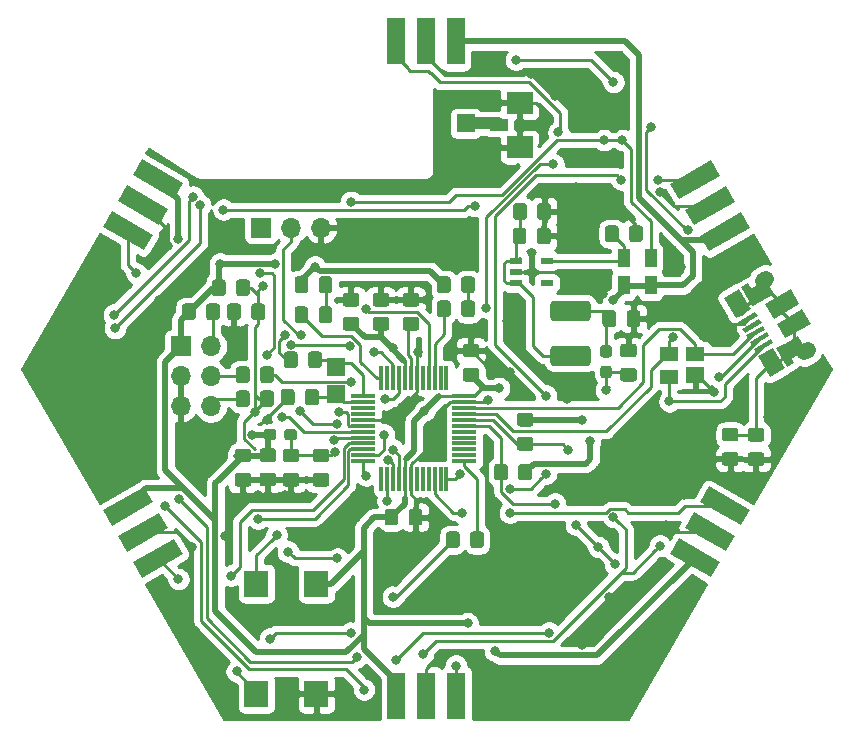
<source format=gtl>
G04 #@! TF.GenerationSoftware,KiCad,Pcbnew,(5.1.5)-3*
G04 #@! TF.CreationDate,2020-02-12T15:38:08+01:00*
G04 #@! TF.ProjectId,MotherBoard,4d6f7468-6572-4426-9f61-72642e6b6963,rev?*
G04 #@! TF.SameCoordinates,Original*
G04 #@! TF.FileFunction,Copper,L1,Top*
G04 #@! TF.FilePolarity,Positive*
%FSLAX46Y46*%
G04 Gerber Fmt 4.6, Leading zero omitted, Abs format (unit mm)*
G04 Created by KiCad (PCBNEW (5.1.5)-3) date 2020-02-12 15:38:08*
%MOMM*%
%LPD*%
G04 APERTURE LIST*
%ADD10R,1.524000X1.524000*%
%ADD11C,0.100000*%
%ADD12C,1.350000*%
%ADD13C,1.100000*%
%ADD14R,0.320000X2.000000*%
%ADD15R,2.000000X0.320000*%
%ADD16R,1.600000X1.400000*%
%ADD17R,1.600000X1.200000*%
%ADD18R,1.500000X1.500000*%
%ADD19O,1.700000X1.700000*%
%ADD20R,1.700000X1.700000*%
%ADD21R,1.000000X1.600000*%
%ADD22R,1.524000X4.000000*%
%ADD23R,1.100000X0.600000*%
%ADD24R,2.025000X2.275000*%
%ADD25R,2.200000X1.850000*%
%ADD26R,1.500000X1.000000*%
%ADD27C,0.800000*%
%ADD28C,0.250000*%
%ADD29C,0.500000*%
%ADD30C,1.000000*%
%ADD31C,0.254000*%
G04 APERTURE END LIST*
D10*
X160845500Y-70167500D03*
G04 #@! TA.AperFunction,SMDPad,CuDef*
D11*
G36*
X189334683Y-85874588D02*
G01*
X190049683Y-87113004D01*
X187884619Y-88363004D01*
X187169619Y-87124588D01*
X189334683Y-85874588D01*
G37*
G04 #@! TD.AperFunction*
G04 #@! TA.AperFunction,SMDPad,CuDef*
G36*
X187889588Y-90871609D02*
G01*
X186590550Y-91621609D01*
X185590550Y-89889559D01*
X186889588Y-89139559D01*
X187889588Y-90871609D01*
G37*
G04 #@! TD.AperFunction*
G04 #@! TA.AperFunction,SMDPad,CuDef*
G36*
X186918946Y-84590409D02*
G01*
X185186896Y-85590409D01*
X184511896Y-84421275D01*
X186243946Y-83421275D01*
X186918946Y-84590409D01*
G37*
G04 #@! TD.AperFunction*
G04 #@! TA.AperFunction,SMDPad,CuDef*
G36*
X189658946Y-89336228D02*
G01*
X187926896Y-90336228D01*
X187251896Y-89167094D01*
X188983946Y-88167094D01*
X189658946Y-89336228D01*
G37*
G04 #@! TD.AperFunction*
G04 #@! TA.AperFunction,SMDPad,CuDef*
G36*
X186016142Y-87276706D02*
G01*
X186216142Y-87623116D01*
X184787200Y-88448116D01*
X184587200Y-88101706D01*
X186016142Y-87276706D01*
G37*
G04 #@! TD.AperFunction*
D12*
X186297378Y-83303823D02*
X185994270Y-83478823D01*
D13*
X186680953Y-89918193D02*
X186334543Y-90118193D01*
X184260953Y-85726630D02*
X183914543Y-85926630D01*
G04 #@! TA.AperFunction,SMDPad,CuDef*
D11*
G36*
X185366142Y-86150873D02*
G01*
X185566142Y-86497283D01*
X184137200Y-87322283D01*
X183937200Y-86975873D01*
X185366142Y-86150873D01*
G37*
G04 #@! TD.AperFunction*
G04 #@! TA.AperFunction,SMDPad,CuDef*
G36*
X185691142Y-86713790D02*
G01*
X185891142Y-87060200D01*
X184462200Y-87885200D01*
X184262200Y-87538790D01*
X185691142Y-86713790D01*
G37*
G04 #@! TD.AperFunction*
G04 #@! TA.AperFunction,SMDPad,CuDef*
G36*
X185700261Y-85279583D02*
G01*
X185094043Y-85629583D01*
X184181543Y-84049087D01*
X184787761Y-83699087D01*
X185700261Y-85279583D01*
G37*
G04 #@! TD.AperFunction*
G04 #@! TA.AperFunction,SMDPad,CuDef*
G36*
X186666142Y-88402539D02*
G01*
X186866142Y-88748949D01*
X185437200Y-89573949D01*
X185237200Y-89227539D01*
X186666142Y-88402539D01*
G37*
G04 #@! TD.AperFunction*
G04 #@! TA.AperFunction,SMDPad,CuDef*
G36*
X184997267Y-85901963D02*
G01*
X183698229Y-86651963D01*
X182698229Y-84919913D01*
X183997267Y-84169913D01*
X184997267Y-85901963D01*
G37*
G04 #@! TD.AperFunction*
G04 #@! TA.AperFunction,SMDPad,CuDef*
G36*
X188675261Y-90432434D02*
G01*
X188069043Y-90782434D01*
X187156543Y-89201938D01*
X187762761Y-88851938D01*
X188675261Y-90432434D01*
G37*
G04 #@! TD.AperFunction*
G04 #@! TA.AperFunction,SMDPad,CuDef*
G36*
X186341142Y-87839623D02*
G01*
X186541142Y-88186033D01*
X185112200Y-89011033D01*
X184912200Y-88664623D01*
X186341142Y-87839623D01*
G37*
G04 #@! TD.AperFunction*
D12*
X189797378Y-89366000D02*
X189494270Y-89541000D01*
G04 #@! TA.AperFunction,SMDPad,CuDef*
D11*
G36*
X188374683Y-84211819D02*
G01*
X189089683Y-85450235D01*
X186924619Y-86700235D01*
X186209619Y-85461819D01*
X188374683Y-84211819D01*
G37*
G04 #@! TD.AperFunction*
G04 #@! TA.AperFunction,SMDPad,CuDef*
G36*
X149329505Y-83121204D02*
G01*
X149353773Y-83124804D01*
X149377572Y-83130765D01*
X149400671Y-83139030D01*
X149422850Y-83149520D01*
X149443893Y-83162132D01*
X149463599Y-83176747D01*
X149481777Y-83193223D01*
X149498253Y-83211401D01*
X149512868Y-83231107D01*
X149525480Y-83252150D01*
X149535970Y-83274329D01*
X149544235Y-83297428D01*
X149550196Y-83321227D01*
X149553796Y-83345495D01*
X149555000Y-83369999D01*
X149555000Y-84270001D01*
X149553796Y-84294505D01*
X149550196Y-84318773D01*
X149544235Y-84342572D01*
X149535970Y-84365671D01*
X149525480Y-84387850D01*
X149512868Y-84408893D01*
X149498253Y-84428599D01*
X149481777Y-84446777D01*
X149463599Y-84463253D01*
X149443893Y-84477868D01*
X149422850Y-84490480D01*
X149400671Y-84500970D01*
X149377572Y-84509235D01*
X149353773Y-84515196D01*
X149329505Y-84518796D01*
X149305001Y-84520000D01*
X148654999Y-84520000D01*
X148630495Y-84518796D01*
X148606227Y-84515196D01*
X148582428Y-84509235D01*
X148559329Y-84500970D01*
X148537150Y-84490480D01*
X148516107Y-84477868D01*
X148496401Y-84463253D01*
X148478223Y-84446777D01*
X148461747Y-84428599D01*
X148447132Y-84408893D01*
X148434520Y-84387850D01*
X148424030Y-84365671D01*
X148415765Y-84342572D01*
X148409804Y-84318773D01*
X148406204Y-84294505D01*
X148405000Y-84270001D01*
X148405000Y-83369999D01*
X148406204Y-83345495D01*
X148409804Y-83321227D01*
X148415765Y-83297428D01*
X148424030Y-83274329D01*
X148434520Y-83252150D01*
X148447132Y-83231107D01*
X148461747Y-83211401D01*
X148478223Y-83193223D01*
X148496401Y-83176747D01*
X148516107Y-83162132D01*
X148537150Y-83149520D01*
X148559329Y-83139030D01*
X148582428Y-83130765D01*
X148606227Y-83124804D01*
X148630495Y-83121204D01*
X148654999Y-83120000D01*
X149305001Y-83120000D01*
X149329505Y-83121204D01*
G37*
G04 #@! TD.AperFunction*
G04 #@! TA.AperFunction,SMDPad,CuDef*
G36*
X147279505Y-83121204D02*
G01*
X147303773Y-83124804D01*
X147327572Y-83130765D01*
X147350671Y-83139030D01*
X147372850Y-83149520D01*
X147393893Y-83162132D01*
X147413599Y-83176747D01*
X147431777Y-83193223D01*
X147448253Y-83211401D01*
X147462868Y-83231107D01*
X147475480Y-83252150D01*
X147485970Y-83274329D01*
X147494235Y-83297428D01*
X147500196Y-83321227D01*
X147503796Y-83345495D01*
X147505000Y-83369999D01*
X147505000Y-84270001D01*
X147503796Y-84294505D01*
X147500196Y-84318773D01*
X147494235Y-84342572D01*
X147485970Y-84365671D01*
X147475480Y-84387850D01*
X147462868Y-84408893D01*
X147448253Y-84428599D01*
X147431777Y-84446777D01*
X147413599Y-84463253D01*
X147393893Y-84477868D01*
X147372850Y-84490480D01*
X147350671Y-84500970D01*
X147327572Y-84509235D01*
X147303773Y-84515196D01*
X147279505Y-84518796D01*
X147255001Y-84520000D01*
X146604999Y-84520000D01*
X146580495Y-84518796D01*
X146556227Y-84515196D01*
X146532428Y-84509235D01*
X146509329Y-84500970D01*
X146487150Y-84490480D01*
X146466107Y-84477868D01*
X146446401Y-84463253D01*
X146428223Y-84446777D01*
X146411747Y-84428599D01*
X146397132Y-84408893D01*
X146384520Y-84387850D01*
X146374030Y-84365671D01*
X146365765Y-84342572D01*
X146359804Y-84318773D01*
X146356204Y-84294505D01*
X146355000Y-84270001D01*
X146355000Y-83369999D01*
X146356204Y-83345495D01*
X146359804Y-83321227D01*
X146365765Y-83297428D01*
X146374030Y-83274329D01*
X146384520Y-83252150D01*
X146397132Y-83231107D01*
X146411747Y-83211401D01*
X146428223Y-83193223D01*
X146446401Y-83176747D01*
X146466107Y-83162132D01*
X146487150Y-83149520D01*
X146509329Y-83139030D01*
X146532428Y-83130765D01*
X146556227Y-83124804D01*
X146580495Y-83121204D01*
X146604999Y-83120000D01*
X147255001Y-83120000D01*
X147279505Y-83121204D01*
G37*
G04 #@! TD.AperFunction*
G04 #@! TA.AperFunction,SMDPad,CuDef*
G36*
X171123333Y-85178832D02*
G01*
X171155017Y-85183532D01*
X171186089Y-85191315D01*
X171216248Y-85202106D01*
X171245204Y-85215801D01*
X171272678Y-85232268D01*
X171298406Y-85251349D01*
X171322140Y-85272860D01*
X171343651Y-85296594D01*
X171362732Y-85322322D01*
X171379199Y-85349796D01*
X171392894Y-85378752D01*
X171403685Y-85408911D01*
X171411468Y-85439983D01*
X171416168Y-85471667D01*
X171417740Y-85503660D01*
X171417740Y-86550860D01*
X171416168Y-86582853D01*
X171411468Y-86614537D01*
X171403685Y-86645609D01*
X171392894Y-86675768D01*
X171379199Y-86704724D01*
X171362732Y-86732198D01*
X171343651Y-86757926D01*
X171322140Y-86781660D01*
X171298406Y-86803171D01*
X171272678Y-86822252D01*
X171245204Y-86838719D01*
X171216248Y-86852414D01*
X171186089Y-86863205D01*
X171155017Y-86870988D01*
X171123333Y-86875688D01*
X171091340Y-86877260D01*
X168344140Y-86877260D01*
X168312147Y-86875688D01*
X168280463Y-86870988D01*
X168249391Y-86863205D01*
X168219232Y-86852414D01*
X168190276Y-86838719D01*
X168162802Y-86822252D01*
X168137074Y-86803171D01*
X168113340Y-86781660D01*
X168091829Y-86757926D01*
X168072748Y-86732198D01*
X168056281Y-86704724D01*
X168042586Y-86675768D01*
X168031795Y-86645609D01*
X168024012Y-86614537D01*
X168019312Y-86582853D01*
X168017740Y-86550860D01*
X168017740Y-85503660D01*
X168019312Y-85471667D01*
X168024012Y-85439983D01*
X168031795Y-85408911D01*
X168042586Y-85378752D01*
X168056281Y-85349796D01*
X168072748Y-85322322D01*
X168091829Y-85296594D01*
X168113340Y-85272860D01*
X168137074Y-85251349D01*
X168162802Y-85232268D01*
X168190276Y-85215801D01*
X168219232Y-85202106D01*
X168249391Y-85191315D01*
X168280463Y-85183532D01*
X168312147Y-85178832D01*
X168344140Y-85177260D01*
X171091340Y-85177260D01*
X171123333Y-85178832D01*
G37*
G04 #@! TD.AperFunction*
G04 #@! TA.AperFunction,SMDPad,CuDef*
G36*
X171123333Y-88988832D02*
G01*
X171155017Y-88993532D01*
X171186089Y-89001315D01*
X171216248Y-89012106D01*
X171245204Y-89025801D01*
X171272678Y-89042268D01*
X171298406Y-89061349D01*
X171322140Y-89082860D01*
X171343651Y-89106594D01*
X171362732Y-89132322D01*
X171379199Y-89159796D01*
X171392894Y-89188752D01*
X171403685Y-89218911D01*
X171411468Y-89249983D01*
X171416168Y-89281667D01*
X171417740Y-89313660D01*
X171417740Y-90360860D01*
X171416168Y-90392853D01*
X171411468Y-90424537D01*
X171403685Y-90455609D01*
X171392894Y-90485768D01*
X171379199Y-90514724D01*
X171362732Y-90542198D01*
X171343651Y-90567926D01*
X171322140Y-90591660D01*
X171298406Y-90613171D01*
X171272678Y-90632252D01*
X171245204Y-90648719D01*
X171216248Y-90662414D01*
X171186089Y-90673205D01*
X171155017Y-90680988D01*
X171123333Y-90685688D01*
X171091340Y-90687260D01*
X168344140Y-90687260D01*
X168312147Y-90685688D01*
X168280463Y-90680988D01*
X168249391Y-90673205D01*
X168219232Y-90662414D01*
X168190276Y-90648719D01*
X168162802Y-90632252D01*
X168137074Y-90613171D01*
X168113340Y-90591660D01*
X168091829Y-90567926D01*
X168072748Y-90542198D01*
X168056281Y-90514724D01*
X168042586Y-90485768D01*
X168031795Y-90455609D01*
X168024012Y-90424537D01*
X168019312Y-90392853D01*
X168017740Y-90360860D01*
X168017740Y-89313660D01*
X168019312Y-89281667D01*
X168024012Y-89249983D01*
X168031795Y-89218911D01*
X168042586Y-89188752D01*
X168056281Y-89159796D01*
X168072748Y-89132322D01*
X168091829Y-89106594D01*
X168113340Y-89082860D01*
X168137074Y-89061349D01*
X168162802Y-89042268D01*
X168190276Y-89025801D01*
X168219232Y-89012106D01*
X168249391Y-89001315D01*
X168280463Y-88993532D01*
X168312147Y-88988832D01*
X168344140Y-88987260D01*
X171091340Y-88987260D01*
X171123333Y-88988832D01*
G37*
G04 #@! TD.AperFunction*
D14*
X153714000Y-91737000D03*
X154214000Y-91737000D03*
X154714000Y-91737000D03*
X155214000Y-91737000D03*
X155714000Y-91737000D03*
X156214000Y-91737000D03*
X156714000Y-91737000D03*
X157214000Y-91737000D03*
X157714000Y-91737000D03*
X158214000Y-91737000D03*
X158714000Y-91737000D03*
X159214000Y-91737000D03*
D15*
X160739000Y-93262000D03*
X160739000Y-93762000D03*
X160739000Y-94262000D03*
X160739000Y-94762000D03*
X160739000Y-95262000D03*
X160739000Y-95762000D03*
X160739000Y-96262000D03*
X160739000Y-96762000D03*
X160739000Y-97262000D03*
X160739000Y-97762000D03*
X160739000Y-98262000D03*
X160739000Y-98762000D03*
D14*
X159214000Y-100287000D03*
X158714000Y-100287000D03*
X158214000Y-100287000D03*
X157714000Y-100287000D03*
X157214000Y-100287000D03*
X156714000Y-100287000D03*
X156214000Y-100287000D03*
X155714000Y-100287000D03*
X155214000Y-100287000D03*
X154714000Y-100287000D03*
X154214000Y-100287000D03*
X153714000Y-100287000D03*
D15*
X152189000Y-98762000D03*
X152189000Y-98262000D03*
X152189000Y-97762000D03*
X152189000Y-97262000D03*
X152189000Y-96762000D03*
X152189000Y-96262000D03*
X152189000Y-95762000D03*
X152189000Y-95262000D03*
X152189000Y-94762000D03*
X152189000Y-94262000D03*
X152189000Y-93762000D03*
X152189000Y-93262000D03*
G04 #@! TA.AperFunction,SMDPad,CuDef*
D11*
G36*
X161764505Y-88816204D02*
G01*
X161788773Y-88819804D01*
X161812572Y-88825765D01*
X161835671Y-88834030D01*
X161857850Y-88844520D01*
X161878893Y-88857132D01*
X161898599Y-88871747D01*
X161916777Y-88888223D01*
X161933253Y-88906401D01*
X161947868Y-88926107D01*
X161960480Y-88947150D01*
X161970970Y-88969329D01*
X161979235Y-88992428D01*
X161985196Y-89016227D01*
X161988796Y-89040495D01*
X161990000Y-89064999D01*
X161990000Y-89715001D01*
X161988796Y-89739505D01*
X161985196Y-89763773D01*
X161979235Y-89787572D01*
X161970970Y-89810671D01*
X161960480Y-89832850D01*
X161947868Y-89853893D01*
X161933253Y-89873599D01*
X161916777Y-89891777D01*
X161898599Y-89908253D01*
X161878893Y-89922868D01*
X161857850Y-89935480D01*
X161835671Y-89945970D01*
X161812572Y-89954235D01*
X161788773Y-89960196D01*
X161764505Y-89963796D01*
X161740001Y-89965000D01*
X160839999Y-89965000D01*
X160815495Y-89963796D01*
X160791227Y-89960196D01*
X160767428Y-89954235D01*
X160744329Y-89945970D01*
X160722150Y-89935480D01*
X160701107Y-89922868D01*
X160681401Y-89908253D01*
X160663223Y-89891777D01*
X160646747Y-89873599D01*
X160632132Y-89853893D01*
X160619520Y-89832850D01*
X160609030Y-89810671D01*
X160600765Y-89787572D01*
X160594804Y-89763773D01*
X160591204Y-89739505D01*
X160590000Y-89715001D01*
X160590000Y-89064999D01*
X160591204Y-89040495D01*
X160594804Y-89016227D01*
X160600765Y-88992428D01*
X160609030Y-88969329D01*
X160619520Y-88947150D01*
X160632132Y-88926107D01*
X160646747Y-88906401D01*
X160663223Y-88888223D01*
X160681401Y-88871747D01*
X160701107Y-88857132D01*
X160722150Y-88844520D01*
X160744329Y-88834030D01*
X160767428Y-88825765D01*
X160791227Y-88819804D01*
X160815495Y-88816204D01*
X160839999Y-88815000D01*
X161740001Y-88815000D01*
X161764505Y-88816204D01*
G37*
G04 #@! TD.AperFunction*
G04 #@! TA.AperFunction,SMDPad,CuDef*
G36*
X161764505Y-90866204D02*
G01*
X161788773Y-90869804D01*
X161812572Y-90875765D01*
X161835671Y-90884030D01*
X161857850Y-90894520D01*
X161878893Y-90907132D01*
X161898599Y-90921747D01*
X161916777Y-90938223D01*
X161933253Y-90956401D01*
X161947868Y-90976107D01*
X161960480Y-90997150D01*
X161970970Y-91019329D01*
X161979235Y-91042428D01*
X161985196Y-91066227D01*
X161988796Y-91090495D01*
X161990000Y-91114999D01*
X161990000Y-91765001D01*
X161988796Y-91789505D01*
X161985196Y-91813773D01*
X161979235Y-91837572D01*
X161970970Y-91860671D01*
X161960480Y-91882850D01*
X161947868Y-91903893D01*
X161933253Y-91923599D01*
X161916777Y-91941777D01*
X161898599Y-91958253D01*
X161878893Y-91972868D01*
X161857850Y-91985480D01*
X161835671Y-91995970D01*
X161812572Y-92004235D01*
X161788773Y-92010196D01*
X161764505Y-92013796D01*
X161740001Y-92015000D01*
X160839999Y-92015000D01*
X160815495Y-92013796D01*
X160791227Y-92010196D01*
X160767428Y-92004235D01*
X160744329Y-91995970D01*
X160722150Y-91985480D01*
X160701107Y-91972868D01*
X160681401Y-91958253D01*
X160663223Y-91941777D01*
X160646747Y-91923599D01*
X160632132Y-91903893D01*
X160619520Y-91882850D01*
X160609030Y-91860671D01*
X160600765Y-91837572D01*
X160594804Y-91813773D01*
X160591204Y-91789505D01*
X160590000Y-91765001D01*
X160590000Y-91114999D01*
X160591204Y-91090495D01*
X160594804Y-91066227D01*
X160600765Y-91042428D01*
X160609030Y-91019329D01*
X160619520Y-90997150D01*
X160632132Y-90976107D01*
X160646747Y-90956401D01*
X160663223Y-90938223D01*
X160681401Y-90921747D01*
X160701107Y-90907132D01*
X160722150Y-90894520D01*
X160744329Y-90884030D01*
X160767428Y-90875765D01*
X160791227Y-90869804D01*
X160815495Y-90866204D01*
X160839999Y-90865000D01*
X161740001Y-90865000D01*
X161764505Y-90866204D01*
G37*
G04 #@! TD.AperFunction*
G04 #@! TA.AperFunction,SMDPad,CuDef*
G36*
X146524505Y-97706204D02*
G01*
X146548773Y-97709804D01*
X146572572Y-97715765D01*
X146595671Y-97724030D01*
X146617850Y-97734520D01*
X146638893Y-97747132D01*
X146658599Y-97761747D01*
X146676777Y-97778223D01*
X146693253Y-97796401D01*
X146707868Y-97816107D01*
X146720480Y-97837150D01*
X146730970Y-97859329D01*
X146739235Y-97882428D01*
X146745196Y-97906227D01*
X146748796Y-97930495D01*
X146750000Y-97954999D01*
X146750000Y-98605001D01*
X146748796Y-98629505D01*
X146745196Y-98653773D01*
X146739235Y-98677572D01*
X146730970Y-98700671D01*
X146720480Y-98722850D01*
X146707868Y-98743893D01*
X146693253Y-98763599D01*
X146676777Y-98781777D01*
X146658599Y-98798253D01*
X146638893Y-98812868D01*
X146617850Y-98825480D01*
X146595671Y-98835970D01*
X146572572Y-98844235D01*
X146548773Y-98850196D01*
X146524505Y-98853796D01*
X146500001Y-98855000D01*
X145599999Y-98855000D01*
X145575495Y-98853796D01*
X145551227Y-98850196D01*
X145527428Y-98844235D01*
X145504329Y-98835970D01*
X145482150Y-98825480D01*
X145461107Y-98812868D01*
X145441401Y-98798253D01*
X145423223Y-98781777D01*
X145406747Y-98763599D01*
X145392132Y-98743893D01*
X145379520Y-98722850D01*
X145369030Y-98700671D01*
X145360765Y-98677572D01*
X145354804Y-98653773D01*
X145351204Y-98629505D01*
X145350000Y-98605001D01*
X145350000Y-97954999D01*
X145351204Y-97930495D01*
X145354804Y-97906227D01*
X145360765Y-97882428D01*
X145369030Y-97859329D01*
X145379520Y-97837150D01*
X145392132Y-97816107D01*
X145406747Y-97796401D01*
X145423223Y-97778223D01*
X145441401Y-97761747D01*
X145461107Y-97747132D01*
X145482150Y-97734520D01*
X145504329Y-97724030D01*
X145527428Y-97715765D01*
X145551227Y-97709804D01*
X145575495Y-97706204D01*
X145599999Y-97705000D01*
X146500001Y-97705000D01*
X146524505Y-97706204D01*
G37*
G04 #@! TD.AperFunction*
G04 #@! TA.AperFunction,SMDPad,CuDef*
G36*
X146524505Y-99756204D02*
G01*
X146548773Y-99759804D01*
X146572572Y-99765765D01*
X146595671Y-99774030D01*
X146617850Y-99784520D01*
X146638893Y-99797132D01*
X146658599Y-99811747D01*
X146676777Y-99828223D01*
X146693253Y-99846401D01*
X146707868Y-99866107D01*
X146720480Y-99887150D01*
X146730970Y-99909329D01*
X146739235Y-99932428D01*
X146745196Y-99956227D01*
X146748796Y-99980495D01*
X146750000Y-100004999D01*
X146750000Y-100655001D01*
X146748796Y-100679505D01*
X146745196Y-100703773D01*
X146739235Y-100727572D01*
X146730970Y-100750671D01*
X146720480Y-100772850D01*
X146707868Y-100793893D01*
X146693253Y-100813599D01*
X146676777Y-100831777D01*
X146658599Y-100848253D01*
X146638893Y-100862868D01*
X146617850Y-100875480D01*
X146595671Y-100885970D01*
X146572572Y-100894235D01*
X146548773Y-100900196D01*
X146524505Y-100903796D01*
X146500001Y-100905000D01*
X145599999Y-100905000D01*
X145575495Y-100903796D01*
X145551227Y-100900196D01*
X145527428Y-100894235D01*
X145504329Y-100885970D01*
X145482150Y-100875480D01*
X145461107Y-100862868D01*
X145441401Y-100848253D01*
X145423223Y-100831777D01*
X145406747Y-100813599D01*
X145392132Y-100793893D01*
X145379520Y-100772850D01*
X145369030Y-100750671D01*
X145360765Y-100727572D01*
X145354804Y-100703773D01*
X145351204Y-100679505D01*
X145350000Y-100655001D01*
X145350000Y-100004999D01*
X145351204Y-99980495D01*
X145354804Y-99956227D01*
X145360765Y-99932428D01*
X145369030Y-99909329D01*
X145379520Y-99887150D01*
X145392132Y-99866107D01*
X145406747Y-99846401D01*
X145423223Y-99828223D01*
X145441401Y-99811747D01*
X145461107Y-99797132D01*
X145482150Y-99784520D01*
X145504329Y-99774030D01*
X145527428Y-99765765D01*
X145551227Y-99759804D01*
X145575495Y-99756204D01*
X145599999Y-99755000D01*
X146500001Y-99755000D01*
X146524505Y-99756204D01*
G37*
G04 #@! TD.AperFunction*
G04 #@! TA.AperFunction,SMDPad,CuDef*
G36*
X149064505Y-99756204D02*
G01*
X149088773Y-99759804D01*
X149112572Y-99765765D01*
X149135671Y-99774030D01*
X149157850Y-99784520D01*
X149178893Y-99797132D01*
X149198599Y-99811747D01*
X149216777Y-99828223D01*
X149233253Y-99846401D01*
X149247868Y-99866107D01*
X149260480Y-99887150D01*
X149270970Y-99909329D01*
X149279235Y-99932428D01*
X149285196Y-99956227D01*
X149288796Y-99980495D01*
X149290000Y-100004999D01*
X149290000Y-100655001D01*
X149288796Y-100679505D01*
X149285196Y-100703773D01*
X149279235Y-100727572D01*
X149270970Y-100750671D01*
X149260480Y-100772850D01*
X149247868Y-100793893D01*
X149233253Y-100813599D01*
X149216777Y-100831777D01*
X149198599Y-100848253D01*
X149178893Y-100862868D01*
X149157850Y-100875480D01*
X149135671Y-100885970D01*
X149112572Y-100894235D01*
X149088773Y-100900196D01*
X149064505Y-100903796D01*
X149040001Y-100905000D01*
X148139999Y-100905000D01*
X148115495Y-100903796D01*
X148091227Y-100900196D01*
X148067428Y-100894235D01*
X148044329Y-100885970D01*
X148022150Y-100875480D01*
X148001107Y-100862868D01*
X147981401Y-100848253D01*
X147963223Y-100831777D01*
X147946747Y-100813599D01*
X147932132Y-100793893D01*
X147919520Y-100772850D01*
X147909030Y-100750671D01*
X147900765Y-100727572D01*
X147894804Y-100703773D01*
X147891204Y-100679505D01*
X147890000Y-100655001D01*
X147890000Y-100004999D01*
X147891204Y-99980495D01*
X147894804Y-99956227D01*
X147900765Y-99932428D01*
X147909030Y-99909329D01*
X147919520Y-99887150D01*
X147932132Y-99866107D01*
X147946747Y-99846401D01*
X147963223Y-99828223D01*
X147981401Y-99811747D01*
X148001107Y-99797132D01*
X148022150Y-99784520D01*
X148044329Y-99774030D01*
X148067428Y-99765765D01*
X148091227Y-99759804D01*
X148115495Y-99756204D01*
X148139999Y-99755000D01*
X149040001Y-99755000D01*
X149064505Y-99756204D01*
G37*
G04 #@! TD.AperFunction*
G04 #@! TA.AperFunction,SMDPad,CuDef*
G36*
X149064505Y-97706204D02*
G01*
X149088773Y-97709804D01*
X149112572Y-97715765D01*
X149135671Y-97724030D01*
X149157850Y-97734520D01*
X149178893Y-97747132D01*
X149198599Y-97761747D01*
X149216777Y-97778223D01*
X149233253Y-97796401D01*
X149247868Y-97816107D01*
X149260480Y-97837150D01*
X149270970Y-97859329D01*
X149279235Y-97882428D01*
X149285196Y-97906227D01*
X149288796Y-97930495D01*
X149290000Y-97954999D01*
X149290000Y-98605001D01*
X149288796Y-98629505D01*
X149285196Y-98653773D01*
X149279235Y-98677572D01*
X149270970Y-98700671D01*
X149260480Y-98722850D01*
X149247868Y-98743893D01*
X149233253Y-98763599D01*
X149216777Y-98781777D01*
X149198599Y-98798253D01*
X149178893Y-98812868D01*
X149157850Y-98825480D01*
X149135671Y-98835970D01*
X149112572Y-98844235D01*
X149088773Y-98850196D01*
X149064505Y-98853796D01*
X149040001Y-98855000D01*
X148139999Y-98855000D01*
X148115495Y-98853796D01*
X148091227Y-98850196D01*
X148067428Y-98844235D01*
X148044329Y-98835970D01*
X148022150Y-98825480D01*
X148001107Y-98812868D01*
X147981401Y-98798253D01*
X147963223Y-98781777D01*
X147946747Y-98763599D01*
X147932132Y-98743893D01*
X147919520Y-98722850D01*
X147909030Y-98700671D01*
X147900765Y-98677572D01*
X147894804Y-98653773D01*
X147891204Y-98629505D01*
X147890000Y-98605001D01*
X147890000Y-97954999D01*
X147891204Y-97930495D01*
X147894804Y-97906227D01*
X147900765Y-97882428D01*
X147909030Y-97859329D01*
X147919520Y-97837150D01*
X147932132Y-97816107D01*
X147946747Y-97796401D01*
X147963223Y-97778223D01*
X147981401Y-97761747D01*
X148001107Y-97747132D01*
X148022150Y-97734520D01*
X148044329Y-97724030D01*
X148067428Y-97715765D01*
X148091227Y-97709804D01*
X148115495Y-97706204D01*
X148139999Y-97705000D01*
X149040001Y-97705000D01*
X149064505Y-97706204D01*
G37*
G04 #@! TD.AperFunction*
G04 #@! TA.AperFunction,SMDPad,CuDef*
G36*
X159344505Y-83121204D02*
G01*
X159368773Y-83124804D01*
X159392572Y-83130765D01*
X159415671Y-83139030D01*
X159437850Y-83149520D01*
X159458893Y-83162132D01*
X159478599Y-83176747D01*
X159496777Y-83193223D01*
X159513253Y-83211401D01*
X159527868Y-83231107D01*
X159540480Y-83252150D01*
X159550970Y-83274329D01*
X159559235Y-83297428D01*
X159565196Y-83321227D01*
X159568796Y-83345495D01*
X159570000Y-83369999D01*
X159570000Y-84270001D01*
X159568796Y-84294505D01*
X159565196Y-84318773D01*
X159559235Y-84342572D01*
X159550970Y-84365671D01*
X159540480Y-84387850D01*
X159527868Y-84408893D01*
X159513253Y-84428599D01*
X159496777Y-84446777D01*
X159478599Y-84463253D01*
X159458893Y-84477868D01*
X159437850Y-84490480D01*
X159415671Y-84500970D01*
X159392572Y-84509235D01*
X159368773Y-84515196D01*
X159344505Y-84518796D01*
X159320001Y-84520000D01*
X158669999Y-84520000D01*
X158645495Y-84518796D01*
X158621227Y-84515196D01*
X158597428Y-84509235D01*
X158574329Y-84500970D01*
X158552150Y-84490480D01*
X158531107Y-84477868D01*
X158511401Y-84463253D01*
X158493223Y-84446777D01*
X158476747Y-84428599D01*
X158462132Y-84408893D01*
X158449520Y-84387850D01*
X158439030Y-84365671D01*
X158430765Y-84342572D01*
X158424804Y-84318773D01*
X158421204Y-84294505D01*
X158420000Y-84270001D01*
X158420000Y-83369999D01*
X158421204Y-83345495D01*
X158424804Y-83321227D01*
X158430765Y-83297428D01*
X158439030Y-83274329D01*
X158449520Y-83252150D01*
X158462132Y-83231107D01*
X158476747Y-83211401D01*
X158493223Y-83193223D01*
X158511401Y-83176747D01*
X158531107Y-83162132D01*
X158552150Y-83149520D01*
X158574329Y-83139030D01*
X158597428Y-83130765D01*
X158621227Y-83124804D01*
X158645495Y-83121204D01*
X158669999Y-83120000D01*
X159320001Y-83120000D01*
X159344505Y-83121204D01*
G37*
G04 #@! TD.AperFunction*
G04 #@! TA.AperFunction,SMDPad,CuDef*
G36*
X161394505Y-83121204D02*
G01*
X161418773Y-83124804D01*
X161442572Y-83130765D01*
X161465671Y-83139030D01*
X161487850Y-83149520D01*
X161508893Y-83162132D01*
X161528599Y-83176747D01*
X161546777Y-83193223D01*
X161563253Y-83211401D01*
X161577868Y-83231107D01*
X161590480Y-83252150D01*
X161600970Y-83274329D01*
X161609235Y-83297428D01*
X161615196Y-83321227D01*
X161618796Y-83345495D01*
X161620000Y-83369999D01*
X161620000Y-84270001D01*
X161618796Y-84294505D01*
X161615196Y-84318773D01*
X161609235Y-84342572D01*
X161600970Y-84365671D01*
X161590480Y-84387850D01*
X161577868Y-84408893D01*
X161563253Y-84428599D01*
X161546777Y-84446777D01*
X161528599Y-84463253D01*
X161508893Y-84477868D01*
X161487850Y-84490480D01*
X161465671Y-84500970D01*
X161442572Y-84509235D01*
X161418773Y-84515196D01*
X161394505Y-84518796D01*
X161370001Y-84520000D01*
X160719999Y-84520000D01*
X160695495Y-84518796D01*
X160671227Y-84515196D01*
X160647428Y-84509235D01*
X160624329Y-84500970D01*
X160602150Y-84490480D01*
X160581107Y-84477868D01*
X160561401Y-84463253D01*
X160543223Y-84446777D01*
X160526747Y-84428599D01*
X160512132Y-84408893D01*
X160499520Y-84387850D01*
X160489030Y-84365671D01*
X160480765Y-84342572D01*
X160474804Y-84318773D01*
X160471204Y-84294505D01*
X160470000Y-84270001D01*
X160470000Y-83369999D01*
X160471204Y-83345495D01*
X160474804Y-83321227D01*
X160480765Y-83297428D01*
X160489030Y-83274329D01*
X160499520Y-83252150D01*
X160512132Y-83231107D01*
X160526747Y-83211401D01*
X160543223Y-83193223D01*
X160561401Y-83176747D01*
X160581107Y-83162132D01*
X160602150Y-83149520D01*
X160624329Y-83139030D01*
X160647428Y-83130765D01*
X160671227Y-83124804D01*
X160695495Y-83121204D01*
X160719999Y-83120000D01*
X161370001Y-83120000D01*
X161394505Y-83121204D01*
G37*
G04 #@! TD.AperFunction*
G04 #@! TA.AperFunction,SMDPad,CuDef*
G36*
X156949505Y-102806204D02*
G01*
X156973773Y-102809804D01*
X156997572Y-102815765D01*
X157020671Y-102824030D01*
X157042850Y-102834520D01*
X157063893Y-102847132D01*
X157083599Y-102861747D01*
X157101777Y-102878223D01*
X157118253Y-102896401D01*
X157132868Y-102916107D01*
X157145480Y-102937150D01*
X157155970Y-102959329D01*
X157164235Y-102982428D01*
X157170196Y-103006227D01*
X157173796Y-103030495D01*
X157175000Y-103054999D01*
X157175000Y-103955001D01*
X157173796Y-103979505D01*
X157170196Y-104003773D01*
X157164235Y-104027572D01*
X157155970Y-104050671D01*
X157145480Y-104072850D01*
X157132868Y-104093893D01*
X157118253Y-104113599D01*
X157101777Y-104131777D01*
X157083599Y-104148253D01*
X157063893Y-104162868D01*
X157042850Y-104175480D01*
X157020671Y-104185970D01*
X156997572Y-104194235D01*
X156973773Y-104200196D01*
X156949505Y-104203796D01*
X156925001Y-104205000D01*
X156274999Y-104205000D01*
X156250495Y-104203796D01*
X156226227Y-104200196D01*
X156202428Y-104194235D01*
X156179329Y-104185970D01*
X156157150Y-104175480D01*
X156136107Y-104162868D01*
X156116401Y-104148253D01*
X156098223Y-104131777D01*
X156081747Y-104113599D01*
X156067132Y-104093893D01*
X156054520Y-104072850D01*
X156044030Y-104050671D01*
X156035765Y-104027572D01*
X156029804Y-104003773D01*
X156026204Y-103979505D01*
X156025000Y-103955001D01*
X156025000Y-103054999D01*
X156026204Y-103030495D01*
X156029804Y-103006227D01*
X156035765Y-102982428D01*
X156044030Y-102959329D01*
X156054520Y-102937150D01*
X156067132Y-102916107D01*
X156081747Y-102896401D01*
X156098223Y-102878223D01*
X156116401Y-102861747D01*
X156136107Y-102847132D01*
X156157150Y-102834520D01*
X156179329Y-102824030D01*
X156202428Y-102815765D01*
X156226227Y-102809804D01*
X156250495Y-102806204D01*
X156274999Y-102805000D01*
X156925001Y-102805000D01*
X156949505Y-102806204D01*
G37*
G04 #@! TD.AperFunction*
G04 #@! TA.AperFunction,SMDPad,CuDef*
G36*
X154899505Y-102806204D02*
G01*
X154923773Y-102809804D01*
X154947572Y-102815765D01*
X154970671Y-102824030D01*
X154992850Y-102834520D01*
X155013893Y-102847132D01*
X155033599Y-102861747D01*
X155051777Y-102878223D01*
X155068253Y-102896401D01*
X155082868Y-102916107D01*
X155095480Y-102937150D01*
X155105970Y-102959329D01*
X155114235Y-102982428D01*
X155120196Y-103006227D01*
X155123796Y-103030495D01*
X155125000Y-103054999D01*
X155125000Y-103955001D01*
X155123796Y-103979505D01*
X155120196Y-104003773D01*
X155114235Y-104027572D01*
X155105970Y-104050671D01*
X155095480Y-104072850D01*
X155082868Y-104093893D01*
X155068253Y-104113599D01*
X155051777Y-104131777D01*
X155033599Y-104148253D01*
X155013893Y-104162868D01*
X154992850Y-104175480D01*
X154970671Y-104185970D01*
X154947572Y-104194235D01*
X154923773Y-104200196D01*
X154899505Y-104203796D01*
X154875001Y-104205000D01*
X154224999Y-104205000D01*
X154200495Y-104203796D01*
X154176227Y-104200196D01*
X154152428Y-104194235D01*
X154129329Y-104185970D01*
X154107150Y-104175480D01*
X154086107Y-104162868D01*
X154066401Y-104148253D01*
X154048223Y-104131777D01*
X154031747Y-104113599D01*
X154017132Y-104093893D01*
X154004520Y-104072850D01*
X153994030Y-104050671D01*
X153985765Y-104027572D01*
X153979804Y-104003773D01*
X153976204Y-103979505D01*
X153975000Y-103955001D01*
X153975000Y-103054999D01*
X153976204Y-103030495D01*
X153979804Y-103006227D01*
X153985765Y-102982428D01*
X153994030Y-102959329D01*
X154004520Y-102937150D01*
X154017132Y-102916107D01*
X154031747Y-102896401D01*
X154048223Y-102878223D01*
X154066401Y-102861747D01*
X154086107Y-102847132D01*
X154107150Y-102834520D01*
X154129329Y-102824030D01*
X154152428Y-102815765D01*
X154176227Y-102809804D01*
X154200495Y-102806204D01*
X154224999Y-102805000D01*
X154875001Y-102805000D01*
X154899505Y-102806204D01*
G37*
G04 #@! TD.AperFunction*
G04 #@! TA.AperFunction,SMDPad,CuDef*
G36*
X185894505Y-95953604D02*
G01*
X185918773Y-95957204D01*
X185942572Y-95963165D01*
X185965671Y-95971430D01*
X185987850Y-95981920D01*
X186008893Y-95994532D01*
X186028599Y-96009147D01*
X186046777Y-96025623D01*
X186063253Y-96043801D01*
X186077868Y-96063507D01*
X186090480Y-96084550D01*
X186100970Y-96106729D01*
X186109235Y-96129828D01*
X186115196Y-96153627D01*
X186118796Y-96177895D01*
X186120000Y-96202399D01*
X186120000Y-96852401D01*
X186118796Y-96876905D01*
X186115196Y-96901173D01*
X186109235Y-96924972D01*
X186100970Y-96948071D01*
X186090480Y-96970250D01*
X186077868Y-96991293D01*
X186063253Y-97010999D01*
X186046777Y-97029177D01*
X186028599Y-97045653D01*
X186008893Y-97060268D01*
X185987850Y-97072880D01*
X185965671Y-97083370D01*
X185942572Y-97091635D01*
X185918773Y-97097596D01*
X185894505Y-97101196D01*
X185870001Y-97102400D01*
X184969999Y-97102400D01*
X184945495Y-97101196D01*
X184921227Y-97097596D01*
X184897428Y-97091635D01*
X184874329Y-97083370D01*
X184852150Y-97072880D01*
X184831107Y-97060268D01*
X184811401Y-97045653D01*
X184793223Y-97029177D01*
X184776747Y-97010999D01*
X184762132Y-96991293D01*
X184749520Y-96970250D01*
X184739030Y-96948071D01*
X184730765Y-96924972D01*
X184724804Y-96901173D01*
X184721204Y-96876905D01*
X184720000Y-96852401D01*
X184720000Y-96202399D01*
X184721204Y-96177895D01*
X184724804Y-96153627D01*
X184730765Y-96129828D01*
X184739030Y-96106729D01*
X184749520Y-96084550D01*
X184762132Y-96063507D01*
X184776747Y-96043801D01*
X184793223Y-96025623D01*
X184811401Y-96009147D01*
X184831107Y-95994532D01*
X184852150Y-95981920D01*
X184874329Y-95971430D01*
X184897428Y-95963165D01*
X184921227Y-95957204D01*
X184945495Y-95953604D01*
X184969999Y-95952400D01*
X185870001Y-95952400D01*
X185894505Y-95953604D01*
G37*
G04 #@! TD.AperFunction*
G04 #@! TA.AperFunction,SMDPad,CuDef*
G36*
X185894505Y-98003604D02*
G01*
X185918773Y-98007204D01*
X185942572Y-98013165D01*
X185965671Y-98021430D01*
X185987850Y-98031920D01*
X186008893Y-98044532D01*
X186028599Y-98059147D01*
X186046777Y-98075623D01*
X186063253Y-98093801D01*
X186077868Y-98113507D01*
X186090480Y-98134550D01*
X186100970Y-98156729D01*
X186109235Y-98179828D01*
X186115196Y-98203627D01*
X186118796Y-98227895D01*
X186120000Y-98252399D01*
X186120000Y-98902401D01*
X186118796Y-98926905D01*
X186115196Y-98951173D01*
X186109235Y-98974972D01*
X186100970Y-98998071D01*
X186090480Y-99020250D01*
X186077868Y-99041293D01*
X186063253Y-99060999D01*
X186046777Y-99079177D01*
X186028599Y-99095653D01*
X186008893Y-99110268D01*
X185987850Y-99122880D01*
X185965671Y-99133370D01*
X185942572Y-99141635D01*
X185918773Y-99147596D01*
X185894505Y-99151196D01*
X185870001Y-99152400D01*
X184969999Y-99152400D01*
X184945495Y-99151196D01*
X184921227Y-99147596D01*
X184897428Y-99141635D01*
X184874329Y-99133370D01*
X184852150Y-99122880D01*
X184831107Y-99110268D01*
X184811401Y-99095653D01*
X184793223Y-99079177D01*
X184776747Y-99060999D01*
X184762132Y-99041293D01*
X184749520Y-99020250D01*
X184739030Y-98998071D01*
X184730765Y-98974972D01*
X184724804Y-98951173D01*
X184721204Y-98926905D01*
X184720000Y-98902401D01*
X184720000Y-98252399D01*
X184721204Y-98227895D01*
X184724804Y-98203627D01*
X184730765Y-98179828D01*
X184739030Y-98156729D01*
X184749520Y-98134550D01*
X184762132Y-98113507D01*
X184776747Y-98093801D01*
X184793223Y-98075623D01*
X184811401Y-98059147D01*
X184831107Y-98044532D01*
X184852150Y-98031920D01*
X184874329Y-98021430D01*
X184897428Y-98013165D01*
X184921227Y-98007204D01*
X184945495Y-98003604D01*
X184969999Y-98002400D01*
X185870001Y-98002400D01*
X185894505Y-98003604D01*
G37*
G04 #@! TD.AperFunction*
G04 #@! TA.AperFunction,SMDPad,CuDef*
G36*
X148431505Y-89471204D02*
G01*
X148455773Y-89474804D01*
X148479572Y-89480765D01*
X148502671Y-89489030D01*
X148524850Y-89499520D01*
X148545893Y-89512132D01*
X148565599Y-89526747D01*
X148583777Y-89543223D01*
X148600253Y-89561401D01*
X148614868Y-89581107D01*
X148627480Y-89602150D01*
X148637970Y-89624329D01*
X148646235Y-89647428D01*
X148652196Y-89671227D01*
X148655796Y-89695495D01*
X148657000Y-89719999D01*
X148657000Y-90620001D01*
X148655796Y-90644505D01*
X148652196Y-90668773D01*
X148646235Y-90692572D01*
X148637970Y-90715671D01*
X148627480Y-90737850D01*
X148614868Y-90758893D01*
X148600253Y-90778599D01*
X148583777Y-90796777D01*
X148565599Y-90813253D01*
X148545893Y-90827868D01*
X148524850Y-90840480D01*
X148502671Y-90850970D01*
X148479572Y-90859235D01*
X148455773Y-90865196D01*
X148431505Y-90868796D01*
X148407001Y-90870000D01*
X147756999Y-90870000D01*
X147732495Y-90868796D01*
X147708227Y-90865196D01*
X147684428Y-90859235D01*
X147661329Y-90850970D01*
X147639150Y-90840480D01*
X147618107Y-90827868D01*
X147598401Y-90813253D01*
X147580223Y-90796777D01*
X147563747Y-90778599D01*
X147549132Y-90758893D01*
X147536520Y-90737850D01*
X147526030Y-90715671D01*
X147517765Y-90692572D01*
X147511804Y-90668773D01*
X147508204Y-90644505D01*
X147507000Y-90620001D01*
X147507000Y-89719999D01*
X147508204Y-89695495D01*
X147511804Y-89671227D01*
X147517765Y-89647428D01*
X147526030Y-89624329D01*
X147536520Y-89602150D01*
X147549132Y-89581107D01*
X147563747Y-89561401D01*
X147580223Y-89543223D01*
X147598401Y-89526747D01*
X147618107Y-89512132D01*
X147639150Y-89499520D01*
X147661329Y-89489030D01*
X147684428Y-89480765D01*
X147708227Y-89474804D01*
X147732495Y-89471204D01*
X147756999Y-89470000D01*
X148407001Y-89470000D01*
X148431505Y-89471204D01*
G37*
G04 #@! TD.AperFunction*
G04 #@! TA.AperFunction,SMDPad,CuDef*
G36*
X146381505Y-89471204D02*
G01*
X146405773Y-89474804D01*
X146429572Y-89480765D01*
X146452671Y-89489030D01*
X146474850Y-89499520D01*
X146495893Y-89512132D01*
X146515599Y-89526747D01*
X146533777Y-89543223D01*
X146550253Y-89561401D01*
X146564868Y-89581107D01*
X146577480Y-89602150D01*
X146587970Y-89624329D01*
X146596235Y-89647428D01*
X146602196Y-89671227D01*
X146605796Y-89695495D01*
X146607000Y-89719999D01*
X146607000Y-90620001D01*
X146605796Y-90644505D01*
X146602196Y-90668773D01*
X146596235Y-90692572D01*
X146587970Y-90715671D01*
X146577480Y-90737850D01*
X146564868Y-90758893D01*
X146550253Y-90778599D01*
X146533777Y-90796777D01*
X146515599Y-90813253D01*
X146495893Y-90827868D01*
X146474850Y-90840480D01*
X146452671Y-90850970D01*
X146429572Y-90859235D01*
X146405773Y-90865196D01*
X146381505Y-90868796D01*
X146357001Y-90870000D01*
X145706999Y-90870000D01*
X145682495Y-90868796D01*
X145658227Y-90865196D01*
X145634428Y-90859235D01*
X145611329Y-90850970D01*
X145589150Y-90840480D01*
X145568107Y-90827868D01*
X145548401Y-90813253D01*
X145530223Y-90796777D01*
X145513747Y-90778599D01*
X145499132Y-90758893D01*
X145486520Y-90737850D01*
X145476030Y-90715671D01*
X145467765Y-90692572D01*
X145461804Y-90668773D01*
X145458204Y-90644505D01*
X145457000Y-90620001D01*
X145457000Y-89719999D01*
X145458204Y-89695495D01*
X145461804Y-89671227D01*
X145467765Y-89647428D01*
X145476030Y-89624329D01*
X145486520Y-89602150D01*
X145499132Y-89581107D01*
X145513747Y-89561401D01*
X145530223Y-89543223D01*
X145548401Y-89526747D01*
X145568107Y-89512132D01*
X145589150Y-89499520D01*
X145611329Y-89489030D01*
X145634428Y-89480765D01*
X145658227Y-89474804D01*
X145682495Y-89471204D01*
X145706999Y-89470000D01*
X146357001Y-89470000D01*
X146381505Y-89471204D01*
G37*
G04 #@! TD.AperFunction*
G04 #@! TA.AperFunction,SMDPad,CuDef*
G36*
X146127505Y-92646204D02*
G01*
X146151773Y-92649804D01*
X146175572Y-92655765D01*
X146198671Y-92664030D01*
X146220850Y-92674520D01*
X146241893Y-92687132D01*
X146261599Y-92701747D01*
X146279777Y-92718223D01*
X146296253Y-92736401D01*
X146310868Y-92756107D01*
X146323480Y-92777150D01*
X146333970Y-92799329D01*
X146342235Y-92822428D01*
X146348196Y-92846227D01*
X146351796Y-92870495D01*
X146353000Y-92894999D01*
X146353000Y-93795001D01*
X146351796Y-93819505D01*
X146348196Y-93843773D01*
X146342235Y-93867572D01*
X146333970Y-93890671D01*
X146323480Y-93912850D01*
X146310868Y-93933893D01*
X146296253Y-93953599D01*
X146279777Y-93971777D01*
X146261599Y-93988253D01*
X146241893Y-94002868D01*
X146220850Y-94015480D01*
X146198671Y-94025970D01*
X146175572Y-94034235D01*
X146151773Y-94040196D01*
X146127505Y-94043796D01*
X146103001Y-94045000D01*
X145452999Y-94045000D01*
X145428495Y-94043796D01*
X145404227Y-94040196D01*
X145380428Y-94034235D01*
X145357329Y-94025970D01*
X145335150Y-94015480D01*
X145314107Y-94002868D01*
X145294401Y-93988253D01*
X145276223Y-93971777D01*
X145259747Y-93953599D01*
X145245132Y-93933893D01*
X145232520Y-93912850D01*
X145222030Y-93890671D01*
X145213765Y-93867572D01*
X145207804Y-93843773D01*
X145204204Y-93819505D01*
X145203000Y-93795001D01*
X145203000Y-92894999D01*
X145204204Y-92870495D01*
X145207804Y-92846227D01*
X145213765Y-92822428D01*
X145222030Y-92799329D01*
X145232520Y-92777150D01*
X145245132Y-92756107D01*
X145259747Y-92736401D01*
X145276223Y-92718223D01*
X145294401Y-92701747D01*
X145314107Y-92687132D01*
X145335150Y-92674520D01*
X145357329Y-92664030D01*
X145380428Y-92655765D01*
X145404227Y-92649804D01*
X145428495Y-92646204D01*
X145452999Y-92645000D01*
X146103001Y-92645000D01*
X146127505Y-92646204D01*
G37*
G04 #@! TD.AperFunction*
G04 #@! TA.AperFunction,SMDPad,CuDef*
G36*
X148177505Y-92646204D02*
G01*
X148201773Y-92649804D01*
X148225572Y-92655765D01*
X148248671Y-92664030D01*
X148270850Y-92674520D01*
X148291893Y-92687132D01*
X148311599Y-92701747D01*
X148329777Y-92718223D01*
X148346253Y-92736401D01*
X148360868Y-92756107D01*
X148373480Y-92777150D01*
X148383970Y-92799329D01*
X148392235Y-92822428D01*
X148398196Y-92846227D01*
X148401796Y-92870495D01*
X148403000Y-92894999D01*
X148403000Y-93795001D01*
X148401796Y-93819505D01*
X148398196Y-93843773D01*
X148392235Y-93867572D01*
X148383970Y-93890671D01*
X148373480Y-93912850D01*
X148360868Y-93933893D01*
X148346253Y-93953599D01*
X148329777Y-93971777D01*
X148311599Y-93988253D01*
X148291893Y-94002868D01*
X148270850Y-94015480D01*
X148248671Y-94025970D01*
X148225572Y-94034235D01*
X148201773Y-94040196D01*
X148177505Y-94043796D01*
X148153001Y-94045000D01*
X147502999Y-94045000D01*
X147478495Y-94043796D01*
X147454227Y-94040196D01*
X147430428Y-94034235D01*
X147407329Y-94025970D01*
X147385150Y-94015480D01*
X147364107Y-94002868D01*
X147344401Y-93988253D01*
X147326223Y-93971777D01*
X147309747Y-93953599D01*
X147295132Y-93933893D01*
X147282520Y-93912850D01*
X147272030Y-93890671D01*
X147263765Y-93867572D01*
X147257804Y-93843773D01*
X147254204Y-93819505D01*
X147253000Y-93795001D01*
X147253000Y-92894999D01*
X147254204Y-92870495D01*
X147257804Y-92846227D01*
X147263765Y-92822428D01*
X147272030Y-92799329D01*
X147282520Y-92777150D01*
X147295132Y-92756107D01*
X147309747Y-92736401D01*
X147326223Y-92718223D01*
X147344401Y-92701747D01*
X147364107Y-92687132D01*
X147385150Y-92674520D01*
X147407329Y-92664030D01*
X147430428Y-92655765D01*
X147454227Y-92649804D01*
X147478495Y-92646204D01*
X147502999Y-92645000D01*
X148153001Y-92645000D01*
X148177505Y-92646204D01*
G37*
G04 #@! TD.AperFunction*
G04 #@! TA.AperFunction,SMDPad,CuDef*
G36*
X175099505Y-88816204D02*
G01*
X175123773Y-88819804D01*
X175147572Y-88825765D01*
X175170671Y-88834030D01*
X175192850Y-88844520D01*
X175213893Y-88857132D01*
X175233599Y-88871747D01*
X175251777Y-88888223D01*
X175268253Y-88906401D01*
X175282868Y-88926107D01*
X175295480Y-88947150D01*
X175305970Y-88969329D01*
X175314235Y-88992428D01*
X175320196Y-89016227D01*
X175323796Y-89040495D01*
X175325000Y-89064999D01*
X175325000Y-89715001D01*
X175323796Y-89739505D01*
X175320196Y-89763773D01*
X175314235Y-89787572D01*
X175305970Y-89810671D01*
X175295480Y-89832850D01*
X175282868Y-89853893D01*
X175268253Y-89873599D01*
X175251777Y-89891777D01*
X175233599Y-89908253D01*
X175213893Y-89922868D01*
X175192850Y-89935480D01*
X175170671Y-89945970D01*
X175147572Y-89954235D01*
X175123773Y-89960196D01*
X175099505Y-89963796D01*
X175075001Y-89965000D01*
X174174999Y-89965000D01*
X174150495Y-89963796D01*
X174126227Y-89960196D01*
X174102428Y-89954235D01*
X174079329Y-89945970D01*
X174057150Y-89935480D01*
X174036107Y-89922868D01*
X174016401Y-89908253D01*
X173998223Y-89891777D01*
X173981747Y-89873599D01*
X173967132Y-89853893D01*
X173954520Y-89832850D01*
X173944030Y-89810671D01*
X173935765Y-89787572D01*
X173929804Y-89763773D01*
X173926204Y-89739505D01*
X173925000Y-89715001D01*
X173925000Y-89064999D01*
X173926204Y-89040495D01*
X173929804Y-89016227D01*
X173935765Y-88992428D01*
X173944030Y-88969329D01*
X173954520Y-88947150D01*
X173967132Y-88926107D01*
X173981747Y-88906401D01*
X173998223Y-88888223D01*
X174016401Y-88871747D01*
X174036107Y-88857132D01*
X174057150Y-88844520D01*
X174079329Y-88834030D01*
X174102428Y-88825765D01*
X174126227Y-88819804D01*
X174150495Y-88816204D01*
X174174999Y-88815000D01*
X175075001Y-88815000D01*
X175099505Y-88816204D01*
G37*
G04 #@! TD.AperFunction*
G04 #@! TA.AperFunction,SMDPad,CuDef*
G36*
X175099505Y-90866204D02*
G01*
X175123773Y-90869804D01*
X175147572Y-90875765D01*
X175170671Y-90884030D01*
X175192850Y-90894520D01*
X175213893Y-90907132D01*
X175233599Y-90921747D01*
X175251777Y-90938223D01*
X175268253Y-90956401D01*
X175282868Y-90976107D01*
X175295480Y-90997150D01*
X175305970Y-91019329D01*
X175314235Y-91042428D01*
X175320196Y-91066227D01*
X175323796Y-91090495D01*
X175325000Y-91114999D01*
X175325000Y-91765001D01*
X175323796Y-91789505D01*
X175320196Y-91813773D01*
X175314235Y-91837572D01*
X175305970Y-91860671D01*
X175295480Y-91882850D01*
X175282868Y-91903893D01*
X175268253Y-91923599D01*
X175251777Y-91941777D01*
X175233599Y-91958253D01*
X175213893Y-91972868D01*
X175192850Y-91985480D01*
X175170671Y-91995970D01*
X175147572Y-92004235D01*
X175123773Y-92010196D01*
X175099505Y-92013796D01*
X175075001Y-92015000D01*
X174174999Y-92015000D01*
X174150495Y-92013796D01*
X174126227Y-92010196D01*
X174102428Y-92004235D01*
X174079329Y-91995970D01*
X174057150Y-91985480D01*
X174036107Y-91972868D01*
X174016401Y-91958253D01*
X173998223Y-91941777D01*
X173981747Y-91923599D01*
X173967132Y-91903893D01*
X173954520Y-91882850D01*
X173944030Y-91860671D01*
X173935765Y-91837572D01*
X173929804Y-91813773D01*
X173926204Y-91789505D01*
X173925000Y-91765001D01*
X173925000Y-91114999D01*
X173926204Y-91090495D01*
X173929804Y-91066227D01*
X173935765Y-91042428D01*
X173944030Y-91019329D01*
X173954520Y-90997150D01*
X173967132Y-90976107D01*
X173981747Y-90956401D01*
X173998223Y-90938223D01*
X174016401Y-90921747D01*
X174036107Y-90907132D01*
X174057150Y-90894520D01*
X174079329Y-90884030D01*
X174102428Y-90875765D01*
X174126227Y-90869804D01*
X174150495Y-90866204D01*
X174174999Y-90865000D01*
X175075001Y-90865000D01*
X175099505Y-90866204D01*
G37*
G04 #@! TD.AperFunction*
G04 #@! TA.AperFunction,SMDPad,CuDef*
G36*
X175401225Y-85981244D02*
G01*
X175425493Y-85984844D01*
X175449292Y-85990805D01*
X175472391Y-85999070D01*
X175494570Y-86009560D01*
X175515613Y-86022172D01*
X175535319Y-86036787D01*
X175553497Y-86053263D01*
X175569973Y-86071441D01*
X175584588Y-86091147D01*
X175597200Y-86112190D01*
X175607690Y-86134369D01*
X175615955Y-86157468D01*
X175621916Y-86181267D01*
X175625516Y-86205535D01*
X175626720Y-86230039D01*
X175626720Y-87130041D01*
X175625516Y-87154545D01*
X175621916Y-87178813D01*
X175615955Y-87202612D01*
X175607690Y-87225711D01*
X175597200Y-87247890D01*
X175584588Y-87268933D01*
X175569973Y-87288639D01*
X175553497Y-87306817D01*
X175535319Y-87323293D01*
X175515613Y-87337908D01*
X175494570Y-87350520D01*
X175472391Y-87361010D01*
X175449292Y-87369275D01*
X175425493Y-87375236D01*
X175401225Y-87378836D01*
X175376721Y-87380040D01*
X174726719Y-87380040D01*
X174702215Y-87378836D01*
X174677947Y-87375236D01*
X174654148Y-87369275D01*
X174631049Y-87361010D01*
X174608870Y-87350520D01*
X174587827Y-87337908D01*
X174568121Y-87323293D01*
X174549943Y-87306817D01*
X174533467Y-87288639D01*
X174518852Y-87268933D01*
X174506240Y-87247890D01*
X174495750Y-87225711D01*
X174487485Y-87202612D01*
X174481524Y-87178813D01*
X174477924Y-87154545D01*
X174476720Y-87130041D01*
X174476720Y-86230039D01*
X174477924Y-86205535D01*
X174481524Y-86181267D01*
X174487485Y-86157468D01*
X174495750Y-86134369D01*
X174506240Y-86112190D01*
X174518852Y-86091147D01*
X174533467Y-86071441D01*
X174549943Y-86053263D01*
X174568121Y-86036787D01*
X174587827Y-86022172D01*
X174608870Y-86009560D01*
X174631049Y-85999070D01*
X174654148Y-85990805D01*
X174677947Y-85984844D01*
X174702215Y-85981244D01*
X174726719Y-85980040D01*
X175376721Y-85980040D01*
X175401225Y-85981244D01*
G37*
G04 #@! TD.AperFunction*
G04 #@! TA.AperFunction,SMDPad,CuDef*
G36*
X173351225Y-85981244D02*
G01*
X173375493Y-85984844D01*
X173399292Y-85990805D01*
X173422391Y-85999070D01*
X173444570Y-86009560D01*
X173465613Y-86022172D01*
X173485319Y-86036787D01*
X173503497Y-86053263D01*
X173519973Y-86071441D01*
X173534588Y-86091147D01*
X173547200Y-86112190D01*
X173557690Y-86134369D01*
X173565955Y-86157468D01*
X173571916Y-86181267D01*
X173575516Y-86205535D01*
X173576720Y-86230039D01*
X173576720Y-87130041D01*
X173575516Y-87154545D01*
X173571916Y-87178813D01*
X173565955Y-87202612D01*
X173557690Y-87225711D01*
X173547200Y-87247890D01*
X173534588Y-87268933D01*
X173519973Y-87288639D01*
X173503497Y-87306817D01*
X173485319Y-87323293D01*
X173465613Y-87337908D01*
X173444570Y-87350520D01*
X173422391Y-87361010D01*
X173399292Y-87369275D01*
X173375493Y-87375236D01*
X173351225Y-87378836D01*
X173326721Y-87380040D01*
X172676719Y-87380040D01*
X172652215Y-87378836D01*
X172627947Y-87375236D01*
X172604148Y-87369275D01*
X172581049Y-87361010D01*
X172558870Y-87350520D01*
X172537827Y-87337908D01*
X172518121Y-87323293D01*
X172499943Y-87306817D01*
X172483467Y-87288639D01*
X172468852Y-87268933D01*
X172456240Y-87247890D01*
X172445750Y-87225711D01*
X172437485Y-87202612D01*
X172431524Y-87178813D01*
X172427924Y-87154545D01*
X172426720Y-87130041D01*
X172426720Y-86230039D01*
X172427924Y-86205535D01*
X172431524Y-86181267D01*
X172437485Y-86157468D01*
X172445750Y-86134369D01*
X172456240Y-86112190D01*
X172468852Y-86091147D01*
X172483467Y-86071441D01*
X172499943Y-86053263D01*
X172518121Y-86036787D01*
X172537827Y-86022172D01*
X172558870Y-86009560D01*
X172581049Y-85999070D01*
X172604148Y-85990805D01*
X172627947Y-85984844D01*
X172652215Y-85981244D01*
X172676719Y-85980040D01*
X173326721Y-85980040D01*
X173351225Y-85981244D01*
G37*
G04 #@! TD.AperFunction*
G04 #@! TA.AperFunction,SMDPad,CuDef*
G36*
X154144505Y-86566204D02*
G01*
X154168773Y-86569804D01*
X154192572Y-86575765D01*
X154215671Y-86584030D01*
X154237850Y-86594520D01*
X154258893Y-86607132D01*
X154278599Y-86621747D01*
X154296777Y-86638223D01*
X154313253Y-86656401D01*
X154327868Y-86676107D01*
X154340480Y-86697150D01*
X154350970Y-86719329D01*
X154359235Y-86742428D01*
X154365196Y-86766227D01*
X154368796Y-86790495D01*
X154370000Y-86814999D01*
X154370000Y-87465001D01*
X154368796Y-87489505D01*
X154365196Y-87513773D01*
X154359235Y-87537572D01*
X154350970Y-87560671D01*
X154340480Y-87582850D01*
X154327868Y-87603893D01*
X154313253Y-87623599D01*
X154296777Y-87641777D01*
X154278599Y-87658253D01*
X154258893Y-87672868D01*
X154237850Y-87685480D01*
X154215671Y-87695970D01*
X154192572Y-87704235D01*
X154168773Y-87710196D01*
X154144505Y-87713796D01*
X154120001Y-87715000D01*
X153219999Y-87715000D01*
X153195495Y-87713796D01*
X153171227Y-87710196D01*
X153147428Y-87704235D01*
X153124329Y-87695970D01*
X153102150Y-87685480D01*
X153081107Y-87672868D01*
X153061401Y-87658253D01*
X153043223Y-87641777D01*
X153026747Y-87623599D01*
X153012132Y-87603893D01*
X152999520Y-87582850D01*
X152989030Y-87560671D01*
X152980765Y-87537572D01*
X152974804Y-87513773D01*
X152971204Y-87489505D01*
X152970000Y-87465001D01*
X152970000Y-86814999D01*
X152971204Y-86790495D01*
X152974804Y-86766227D01*
X152980765Y-86742428D01*
X152989030Y-86719329D01*
X152999520Y-86697150D01*
X153012132Y-86676107D01*
X153026747Y-86656401D01*
X153043223Y-86638223D01*
X153061401Y-86621747D01*
X153081107Y-86607132D01*
X153102150Y-86594520D01*
X153124329Y-86584030D01*
X153147428Y-86575765D01*
X153171227Y-86569804D01*
X153195495Y-86566204D01*
X153219999Y-86565000D01*
X154120001Y-86565000D01*
X154144505Y-86566204D01*
G37*
G04 #@! TD.AperFunction*
G04 #@! TA.AperFunction,SMDPad,CuDef*
G36*
X154144505Y-84516204D02*
G01*
X154168773Y-84519804D01*
X154192572Y-84525765D01*
X154215671Y-84534030D01*
X154237850Y-84544520D01*
X154258893Y-84557132D01*
X154278599Y-84571747D01*
X154296777Y-84588223D01*
X154313253Y-84606401D01*
X154327868Y-84626107D01*
X154340480Y-84647150D01*
X154350970Y-84669329D01*
X154359235Y-84692428D01*
X154365196Y-84716227D01*
X154368796Y-84740495D01*
X154370000Y-84764999D01*
X154370000Y-85415001D01*
X154368796Y-85439505D01*
X154365196Y-85463773D01*
X154359235Y-85487572D01*
X154350970Y-85510671D01*
X154340480Y-85532850D01*
X154327868Y-85553893D01*
X154313253Y-85573599D01*
X154296777Y-85591777D01*
X154278599Y-85608253D01*
X154258893Y-85622868D01*
X154237850Y-85635480D01*
X154215671Y-85645970D01*
X154192572Y-85654235D01*
X154168773Y-85660196D01*
X154144505Y-85663796D01*
X154120001Y-85665000D01*
X153219999Y-85665000D01*
X153195495Y-85663796D01*
X153171227Y-85660196D01*
X153147428Y-85654235D01*
X153124329Y-85645970D01*
X153102150Y-85635480D01*
X153081107Y-85622868D01*
X153061401Y-85608253D01*
X153043223Y-85591777D01*
X153026747Y-85573599D01*
X153012132Y-85553893D01*
X152999520Y-85532850D01*
X152989030Y-85510671D01*
X152980765Y-85487572D01*
X152974804Y-85463773D01*
X152971204Y-85439505D01*
X152970000Y-85415001D01*
X152970000Y-84764999D01*
X152971204Y-84740495D01*
X152974804Y-84716227D01*
X152980765Y-84692428D01*
X152989030Y-84669329D01*
X152999520Y-84647150D01*
X153012132Y-84626107D01*
X153026747Y-84606401D01*
X153043223Y-84588223D01*
X153061401Y-84571747D01*
X153081107Y-84557132D01*
X153102150Y-84544520D01*
X153124329Y-84534030D01*
X153147428Y-84525765D01*
X153171227Y-84519804D01*
X153195495Y-84516204D01*
X153219999Y-84515000D01*
X154120001Y-84515000D01*
X154144505Y-84516204D01*
G37*
G04 #@! TD.AperFunction*
G04 #@! TA.AperFunction,SMDPad,CuDef*
G36*
X156684505Y-84516204D02*
G01*
X156708773Y-84519804D01*
X156732572Y-84525765D01*
X156755671Y-84534030D01*
X156777850Y-84544520D01*
X156798893Y-84557132D01*
X156818599Y-84571747D01*
X156836777Y-84588223D01*
X156853253Y-84606401D01*
X156867868Y-84626107D01*
X156880480Y-84647150D01*
X156890970Y-84669329D01*
X156899235Y-84692428D01*
X156905196Y-84716227D01*
X156908796Y-84740495D01*
X156910000Y-84764999D01*
X156910000Y-85415001D01*
X156908796Y-85439505D01*
X156905196Y-85463773D01*
X156899235Y-85487572D01*
X156890970Y-85510671D01*
X156880480Y-85532850D01*
X156867868Y-85553893D01*
X156853253Y-85573599D01*
X156836777Y-85591777D01*
X156818599Y-85608253D01*
X156798893Y-85622868D01*
X156777850Y-85635480D01*
X156755671Y-85645970D01*
X156732572Y-85654235D01*
X156708773Y-85660196D01*
X156684505Y-85663796D01*
X156660001Y-85665000D01*
X155759999Y-85665000D01*
X155735495Y-85663796D01*
X155711227Y-85660196D01*
X155687428Y-85654235D01*
X155664329Y-85645970D01*
X155642150Y-85635480D01*
X155621107Y-85622868D01*
X155601401Y-85608253D01*
X155583223Y-85591777D01*
X155566747Y-85573599D01*
X155552132Y-85553893D01*
X155539520Y-85532850D01*
X155529030Y-85510671D01*
X155520765Y-85487572D01*
X155514804Y-85463773D01*
X155511204Y-85439505D01*
X155510000Y-85415001D01*
X155510000Y-84764999D01*
X155511204Y-84740495D01*
X155514804Y-84716227D01*
X155520765Y-84692428D01*
X155529030Y-84669329D01*
X155539520Y-84647150D01*
X155552132Y-84626107D01*
X155566747Y-84606401D01*
X155583223Y-84588223D01*
X155601401Y-84571747D01*
X155621107Y-84557132D01*
X155642150Y-84544520D01*
X155664329Y-84534030D01*
X155687428Y-84525765D01*
X155711227Y-84519804D01*
X155735495Y-84516204D01*
X155759999Y-84515000D01*
X156660001Y-84515000D01*
X156684505Y-84516204D01*
G37*
G04 #@! TD.AperFunction*
G04 #@! TA.AperFunction,SMDPad,CuDef*
G36*
X156684505Y-86566204D02*
G01*
X156708773Y-86569804D01*
X156732572Y-86575765D01*
X156755671Y-86584030D01*
X156777850Y-86594520D01*
X156798893Y-86607132D01*
X156818599Y-86621747D01*
X156836777Y-86638223D01*
X156853253Y-86656401D01*
X156867868Y-86676107D01*
X156880480Y-86697150D01*
X156890970Y-86719329D01*
X156899235Y-86742428D01*
X156905196Y-86766227D01*
X156908796Y-86790495D01*
X156910000Y-86814999D01*
X156910000Y-87465001D01*
X156908796Y-87489505D01*
X156905196Y-87513773D01*
X156899235Y-87537572D01*
X156890970Y-87560671D01*
X156880480Y-87582850D01*
X156867868Y-87603893D01*
X156853253Y-87623599D01*
X156836777Y-87641777D01*
X156818599Y-87658253D01*
X156798893Y-87672868D01*
X156777850Y-87685480D01*
X156755671Y-87695970D01*
X156732572Y-87704235D01*
X156708773Y-87710196D01*
X156684505Y-87713796D01*
X156660001Y-87715000D01*
X155759999Y-87715000D01*
X155735495Y-87713796D01*
X155711227Y-87710196D01*
X155687428Y-87704235D01*
X155664329Y-87695970D01*
X155642150Y-87685480D01*
X155621107Y-87672868D01*
X155601401Y-87658253D01*
X155583223Y-87641777D01*
X155566747Y-87623599D01*
X155552132Y-87603893D01*
X155539520Y-87582850D01*
X155529030Y-87560671D01*
X155520765Y-87537572D01*
X155514804Y-87513773D01*
X155511204Y-87489505D01*
X155510000Y-87465001D01*
X155510000Y-86814999D01*
X155511204Y-86790495D01*
X155514804Y-86766227D01*
X155520765Y-86742428D01*
X155529030Y-86719329D01*
X155539520Y-86697150D01*
X155552132Y-86676107D01*
X155566747Y-86656401D01*
X155583223Y-86638223D01*
X155601401Y-86621747D01*
X155621107Y-86607132D01*
X155642150Y-86594520D01*
X155664329Y-86584030D01*
X155687428Y-86575765D01*
X155711227Y-86569804D01*
X155735495Y-86566204D01*
X155759999Y-86565000D01*
X156660001Y-86565000D01*
X156684505Y-86566204D01*
G37*
G04 #@! TD.AperFunction*
G04 #@! TA.AperFunction,SMDPad,CuDef*
G36*
X165751545Y-78991164D02*
G01*
X165775813Y-78994764D01*
X165799612Y-79000725D01*
X165822711Y-79008990D01*
X165844890Y-79019480D01*
X165865933Y-79032092D01*
X165885639Y-79046707D01*
X165903817Y-79063183D01*
X165920293Y-79081361D01*
X165934908Y-79101067D01*
X165947520Y-79122110D01*
X165958010Y-79144289D01*
X165966275Y-79167388D01*
X165972236Y-79191187D01*
X165975836Y-79215455D01*
X165977040Y-79239959D01*
X165977040Y-80139961D01*
X165975836Y-80164465D01*
X165972236Y-80188733D01*
X165966275Y-80212532D01*
X165958010Y-80235631D01*
X165947520Y-80257810D01*
X165934908Y-80278853D01*
X165920293Y-80298559D01*
X165903817Y-80316737D01*
X165885639Y-80333213D01*
X165865933Y-80347828D01*
X165844890Y-80360440D01*
X165822711Y-80370930D01*
X165799612Y-80379195D01*
X165775813Y-80385156D01*
X165751545Y-80388756D01*
X165727041Y-80389960D01*
X165077039Y-80389960D01*
X165052535Y-80388756D01*
X165028267Y-80385156D01*
X165004468Y-80379195D01*
X164981369Y-80370930D01*
X164959190Y-80360440D01*
X164938147Y-80347828D01*
X164918441Y-80333213D01*
X164900263Y-80316737D01*
X164883787Y-80298559D01*
X164869172Y-80278853D01*
X164856560Y-80257810D01*
X164846070Y-80235631D01*
X164837805Y-80212532D01*
X164831844Y-80188733D01*
X164828244Y-80164465D01*
X164827040Y-80139961D01*
X164827040Y-79239959D01*
X164828244Y-79215455D01*
X164831844Y-79191187D01*
X164837805Y-79167388D01*
X164846070Y-79144289D01*
X164856560Y-79122110D01*
X164869172Y-79101067D01*
X164883787Y-79081361D01*
X164900263Y-79063183D01*
X164918441Y-79046707D01*
X164938147Y-79032092D01*
X164959190Y-79019480D01*
X164981369Y-79008990D01*
X165004468Y-79000725D01*
X165028267Y-78994764D01*
X165052535Y-78991164D01*
X165077039Y-78989960D01*
X165727041Y-78989960D01*
X165751545Y-78991164D01*
G37*
G04 #@! TD.AperFunction*
G04 #@! TA.AperFunction,SMDPad,CuDef*
G36*
X167801545Y-78991164D02*
G01*
X167825813Y-78994764D01*
X167849612Y-79000725D01*
X167872711Y-79008990D01*
X167894890Y-79019480D01*
X167915933Y-79032092D01*
X167935639Y-79046707D01*
X167953817Y-79063183D01*
X167970293Y-79081361D01*
X167984908Y-79101067D01*
X167997520Y-79122110D01*
X168008010Y-79144289D01*
X168016275Y-79167388D01*
X168022236Y-79191187D01*
X168025836Y-79215455D01*
X168027040Y-79239959D01*
X168027040Y-80139961D01*
X168025836Y-80164465D01*
X168022236Y-80188733D01*
X168016275Y-80212532D01*
X168008010Y-80235631D01*
X167997520Y-80257810D01*
X167984908Y-80278853D01*
X167970293Y-80298559D01*
X167953817Y-80316737D01*
X167935639Y-80333213D01*
X167915933Y-80347828D01*
X167894890Y-80360440D01*
X167872711Y-80370930D01*
X167849612Y-80379195D01*
X167825813Y-80385156D01*
X167801545Y-80388756D01*
X167777041Y-80389960D01*
X167127039Y-80389960D01*
X167102535Y-80388756D01*
X167078267Y-80385156D01*
X167054468Y-80379195D01*
X167031369Y-80370930D01*
X167009190Y-80360440D01*
X166988147Y-80347828D01*
X166968441Y-80333213D01*
X166950263Y-80316737D01*
X166933787Y-80298559D01*
X166919172Y-80278853D01*
X166906560Y-80257810D01*
X166896070Y-80235631D01*
X166887805Y-80212532D01*
X166881844Y-80188733D01*
X166878244Y-80164465D01*
X166877040Y-80139961D01*
X166877040Y-79239959D01*
X166878244Y-79215455D01*
X166881844Y-79191187D01*
X166887805Y-79167388D01*
X166896070Y-79144289D01*
X166906560Y-79122110D01*
X166919172Y-79101067D01*
X166933787Y-79081361D01*
X166950263Y-79063183D01*
X166968441Y-79046707D01*
X166988147Y-79032092D01*
X167009190Y-79019480D01*
X167031369Y-79008990D01*
X167054468Y-79000725D01*
X167078267Y-78994764D01*
X167102535Y-78991164D01*
X167127039Y-78989960D01*
X167777041Y-78989960D01*
X167801545Y-78991164D01*
G37*
G04 #@! TD.AperFunction*
G04 #@! TA.AperFunction,SMDPad,CuDef*
G36*
X175609505Y-78803204D02*
G01*
X175633773Y-78806804D01*
X175657572Y-78812765D01*
X175680671Y-78821030D01*
X175702850Y-78831520D01*
X175723893Y-78844132D01*
X175743599Y-78858747D01*
X175761777Y-78875223D01*
X175778253Y-78893401D01*
X175792868Y-78913107D01*
X175805480Y-78934150D01*
X175815970Y-78956329D01*
X175824235Y-78979428D01*
X175830196Y-79003227D01*
X175833796Y-79027495D01*
X175835000Y-79051999D01*
X175835000Y-79952001D01*
X175833796Y-79976505D01*
X175830196Y-80000773D01*
X175824235Y-80024572D01*
X175815970Y-80047671D01*
X175805480Y-80069850D01*
X175792868Y-80090893D01*
X175778253Y-80110599D01*
X175761777Y-80128777D01*
X175743599Y-80145253D01*
X175723893Y-80159868D01*
X175702850Y-80172480D01*
X175680671Y-80182970D01*
X175657572Y-80191235D01*
X175633773Y-80197196D01*
X175609505Y-80200796D01*
X175585001Y-80202000D01*
X174934999Y-80202000D01*
X174910495Y-80200796D01*
X174886227Y-80197196D01*
X174862428Y-80191235D01*
X174839329Y-80182970D01*
X174817150Y-80172480D01*
X174796107Y-80159868D01*
X174776401Y-80145253D01*
X174758223Y-80128777D01*
X174741747Y-80110599D01*
X174727132Y-80090893D01*
X174714520Y-80069850D01*
X174704030Y-80047671D01*
X174695765Y-80024572D01*
X174689804Y-80000773D01*
X174686204Y-79976505D01*
X174685000Y-79952001D01*
X174685000Y-79051999D01*
X174686204Y-79027495D01*
X174689804Y-79003227D01*
X174695765Y-78979428D01*
X174704030Y-78956329D01*
X174714520Y-78934150D01*
X174727132Y-78913107D01*
X174741747Y-78893401D01*
X174758223Y-78875223D01*
X174776401Y-78858747D01*
X174796107Y-78844132D01*
X174817150Y-78831520D01*
X174839329Y-78821030D01*
X174862428Y-78812765D01*
X174886227Y-78806804D01*
X174910495Y-78803204D01*
X174934999Y-78802000D01*
X175585001Y-78802000D01*
X175609505Y-78803204D01*
G37*
G04 #@! TD.AperFunction*
G04 #@! TA.AperFunction,SMDPad,CuDef*
G36*
X173559505Y-78803204D02*
G01*
X173583773Y-78806804D01*
X173607572Y-78812765D01*
X173630671Y-78821030D01*
X173652850Y-78831520D01*
X173673893Y-78844132D01*
X173693599Y-78858747D01*
X173711777Y-78875223D01*
X173728253Y-78893401D01*
X173742868Y-78913107D01*
X173755480Y-78934150D01*
X173765970Y-78956329D01*
X173774235Y-78979428D01*
X173780196Y-79003227D01*
X173783796Y-79027495D01*
X173785000Y-79051999D01*
X173785000Y-79952001D01*
X173783796Y-79976505D01*
X173780196Y-80000773D01*
X173774235Y-80024572D01*
X173765970Y-80047671D01*
X173755480Y-80069850D01*
X173742868Y-80090893D01*
X173728253Y-80110599D01*
X173711777Y-80128777D01*
X173693599Y-80145253D01*
X173673893Y-80159868D01*
X173652850Y-80172480D01*
X173630671Y-80182970D01*
X173607572Y-80191235D01*
X173583773Y-80197196D01*
X173559505Y-80200796D01*
X173535001Y-80202000D01*
X172884999Y-80202000D01*
X172860495Y-80200796D01*
X172836227Y-80197196D01*
X172812428Y-80191235D01*
X172789329Y-80182970D01*
X172767150Y-80172480D01*
X172746107Y-80159868D01*
X172726401Y-80145253D01*
X172708223Y-80128777D01*
X172691747Y-80110599D01*
X172677132Y-80090893D01*
X172664520Y-80069850D01*
X172654030Y-80047671D01*
X172645765Y-80024572D01*
X172639804Y-80000773D01*
X172636204Y-79976505D01*
X172635000Y-79952001D01*
X172635000Y-79051999D01*
X172636204Y-79027495D01*
X172639804Y-79003227D01*
X172645765Y-78979428D01*
X172654030Y-78956329D01*
X172664520Y-78934150D01*
X172677132Y-78913107D01*
X172691747Y-78893401D01*
X172708223Y-78875223D01*
X172726401Y-78858747D01*
X172746107Y-78844132D01*
X172767150Y-78831520D01*
X172789329Y-78821030D01*
X172812428Y-78812765D01*
X172836227Y-78806804D01*
X172860495Y-78803204D01*
X172884999Y-78802000D01*
X173535001Y-78802000D01*
X173559505Y-78803204D01*
G37*
G04 #@! TD.AperFunction*
G04 #@! TA.AperFunction,SMDPad,CuDef*
G36*
X149329505Y-85661204D02*
G01*
X149353773Y-85664804D01*
X149377572Y-85670765D01*
X149400671Y-85679030D01*
X149422850Y-85689520D01*
X149443893Y-85702132D01*
X149463599Y-85716747D01*
X149481777Y-85733223D01*
X149498253Y-85751401D01*
X149512868Y-85771107D01*
X149525480Y-85792150D01*
X149535970Y-85814329D01*
X149544235Y-85837428D01*
X149550196Y-85861227D01*
X149553796Y-85885495D01*
X149555000Y-85909999D01*
X149555000Y-86810001D01*
X149553796Y-86834505D01*
X149550196Y-86858773D01*
X149544235Y-86882572D01*
X149535970Y-86905671D01*
X149525480Y-86927850D01*
X149512868Y-86948893D01*
X149498253Y-86968599D01*
X149481777Y-86986777D01*
X149463599Y-87003253D01*
X149443893Y-87017868D01*
X149422850Y-87030480D01*
X149400671Y-87040970D01*
X149377572Y-87049235D01*
X149353773Y-87055196D01*
X149329505Y-87058796D01*
X149305001Y-87060000D01*
X148654999Y-87060000D01*
X148630495Y-87058796D01*
X148606227Y-87055196D01*
X148582428Y-87049235D01*
X148559329Y-87040970D01*
X148537150Y-87030480D01*
X148516107Y-87017868D01*
X148496401Y-87003253D01*
X148478223Y-86986777D01*
X148461747Y-86968599D01*
X148447132Y-86948893D01*
X148434520Y-86927850D01*
X148424030Y-86905671D01*
X148415765Y-86882572D01*
X148409804Y-86858773D01*
X148406204Y-86834505D01*
X148405000Y-86810001D01*
X148405000Y-85909999D01*
X148406204Y-85885495D01*
X148409804Y-85861227D01*
X148415765Y-85837428D01*
X148424030Y-85814329D01*
X148434520Y-85792150D01*
X148447132Y-85771107D01*
X148461747Y-85751401D01*
X148478223Y-85733223D01*
X148496401Y-85716747D01*
X148516107Y-85702132D01*
X148537150Y-85689520D01*
X148559329Y-85679030D01*
X148582428Y-85670765D01*
X148606227Y-85664804D01*
X148630495Y-85661204D01*
X148654999Y-85660000D01*
X149305001Y-85660000D01*
X149329505Y-85661204D01*
G37*
G04 #@! TD.AperFunction*
G04 #@! TA.AperFunction,SMDPad,CuDef*
G36*
X147279505Y-85661204D02*
G01*
X147303773Y-85664804D01*
X147327572Y-85670765D01*
X147350671Y-85679030D01*
X147372850Y-85689520D01*
X147393893Y-85702132D01*
X147413599Y-85716747D01*
X147431777Y-85733223D01*
X147448253Y-85751401D01*
X147462868Y-85771107D01*
X147475480Y-85792150D01*
X147485970Y-85814329D01*
X147494235Y-85837428D01*
X147500196Y-85861227D01*
X147503796Y-85885495D01*
X147505000Y-85909999D01*
X147505000Y-86810001D01*
X147503796Y-86834505D01*
X147500196Y-86858773D01*
X147494235Y-86882572D01*
X147485970Y-86905671D01*
X147475480Y-86927850D01*
X147462868Y-86948893D01*
X147448253Y-86968599D01*
X147431777Y-86986777D01*
X147413599Y-87003253D01*
X147393893Y-87017868D01*
X147372850Y-87030480D01*
X147350671Y-87040970D01*
X147327572Y-87049235D01*
X147303773Y-87055196D01*
X147279505Y-87058796D01*
X147255001Y-87060000D01*
X146604999Y-87060000D01*
X146580495Y-87058796D01*
X146556227Y-87055196D01*
X146532428Y-87049235D01*
X146509329Y-87040970D01*
X146487150Y-87030480D01*
X146466107Y-87017868D01*
X146446401Y-87003253D01*
X146428223Y-86986777D01*
X146411747Y-86968599D01*
X146397132Y-86948893D01*
X146384520Y-86927850D01*
X146374030Y-86905671D01*
X146365765Y-86882572D01*
X146359804Y-86858773D01*
X146356204Y-86834505D01*
X146355000Y-86810001D01*
X146355000Y-85909999D01*
X146356204Y-85885495D01*
X146359804Y-85861227D01*
X146365765Y-85837428D01*
X146374030Y-85814329D01*
X146384520Y-85792150D01*
X146397132Y-85771107D01*
X146411747Y-85751401D01*
X146428223Y-85733223D01*
X146446401Y-85716747D01*
X146466107Y-85702132D01*
X146487150Y-85689520D01*
X146509329Y-85679030D01*
X146532428Y-85670765D01*
X146556227Y-85664804D01*
X146580495Y-85661204D01*
X146604999Y-85660000D01*
X147255001Y-85660000D01*
X147279505Y-85661204D01*
G37*
G04 #@! TD.AperFunction*
D16*
X180291920Y-91437840D03*
D17*
X180291920Y-89717840D03*
X178091920Y-89717840D03*
X178091920Y-91617840D03*
G04 #@! TA.AperFunction,SMDPad,CuDef*
D11*
G36*
X146332779Y-96046144D02*
G01*
X146355834Y-96049563D01*
X146378443Y-96055227D01*
X146400387Y-96063079D01*
X146421457Y-96073044D01*
X146441448Y-96085026D01*
X146460168Y-96098910D01*
X146477438Y-96114562D01*
X146493090Y-96131832D01*
X146506974Y-96150552D01*
X146518956Y-96170543D01*
X146528921Y-96191613D01*
X146536773Y-96213557D01*
X146542437Y-96236166D01*
X146545856Y-96259221D01*
X146547000Y-96282500D01*
X146547000Y-96757500D01*
X146545856Y-96780779D01*
X146542437Y-96803834D01*
X146536773Y-96826443D01*
X146528921Y-96848387D01*
X146518956Y-96869457D01*
X146506974Y-96889448D01*
X146493090Y-96908168D01*
X146477438Y-96925438D01*
X146460168Y-96941090D01*
X146441448Y-96954974D01*
X146421457Y-96966956D01*
X146400387Y-96976921D01*
X146378443Y-96984773D01*
X146355834Y-96990437D01*
X146332779Y-96993856D01*
X146309500Y-96995000D01*
X145734500Y-96995000D01*
X145711221Y-96993856D01*
X145688166Y-96990437D01*
X145665557Y-96984773D01*
X145643613Y-96976921D01*
X145622543Y-96966956D01*
X145602552Y-96954974D01*
X145583832Y-96941090D01*
X145566562Y-96925438D01*
X145550910Y-96908168D01*
X145537026Y-96889448D01*
X145525044Y-96869457D01*
X145515079Y-96848387D01*
X145507227Y-96826443D01*
X145501563Y-96803834D01*
X145498144Y-96780779D01*
X145497000Y-96757500D01*
X145497000Y-96282500D01*
X145498144Y-96259221D01*
X145501563Y-96236166D01*
X145507227Y-96213557D01*
X145515079Y-96191613D01*
X145525044Y-96170543D01*
X145537026Y-96150552D01*
X145550910Y-96131832D01*
X145566562Y-96114562D01*
X145583832Y-96098910D01*
X145602552Y-96085026D01*
X145622543Y-96073044D01*
X145643613Y-96063079D01*
X145665557Y-96055227D01*
X145688166Y-96049563D01*
X145711221Y-96046144D01*
X145734500Y-96045000D01*
X146309500Y-96045000D01*
X146332779Y-96046144D01*
G37*
G04 #@! TD.AperFunction*
G04 #@! TA.AperFunction,SMDPad,CuDef*
G36*
X144582779Y-96046144D02*
G01*
X144605834Y-96049563D01*
X144628443Y-96055227D01*
X144650387Y-96063079D01*
X144671457Y-96073044D01*
X144691448Y-96085026D01*
X144710168Y-96098910D01*
X144727438Y-96114562D01*
X144743090Y-96131832D01*
X144756974Y-96150552D01*
X144768956Y-96170543D01*
X144778921Y-96191613D01*
X144786773Y-96213557D01*
X144792437Y-96236166D01*
X144795856Y-96259221D01*
X144797000Y-96282500D01*
X144797000Y-96757500D01*
X144795856Y-96780779D01*
X144792437Y-96803834D01*
X144786773Y-96826443D01*
X144778921Y-96848387D01*
X144768956Y-96869457D01*
X144756974Y-96889448D01*
X144743090Y-96908168D01*
X144727438Y-96925438D01*
X144710168Y-96941090D01*
X144691448Y-96954974D01*
X144671457Y-96966956D01*
X144650387Y-96976921D01*
X144628443Y-96984773D01*
X144605834Y-96990437D01*
X144582779Y-96993856D01*
X144559500Y-96995000D01*
X143984500Y-96995000D01*
X143961221Y-96993856D01*
X143938166Y-96990437D01*
X143915557Y-96984773D01*
X143893613Y-96976921D01*
X143872543Y-96966956D01*
X143852552Y-96954974D01*
X143833832Y-96941090D01*
X143816562Y-96925438D01*
X143800910Y-96908168D01*
X143787026Y-96889448D01*
X143775044Y-96869457D01*
X143765079Y-96848387D01*
X143757227Y-96826443D01*
X143751563Y-96803834D01*
X143748144Y-96780779D01*
X143747000Y-96757500D01*
X143747000Y-96282500D01*
X143748144Y-96259221D01*
X143751563Y-96236166D01*
X143757227Y-96213557D01*
X143765079Y-96191613D01*
X143775044Y-96170543D01*
X143787026Y-96150552D01*
X143800910Y-96131832D01*
X143816562Y-96114562D01*
X143833832Y-96098910D01*
X143852552Y-96085026D01*
X143872543Y-96073044D01*
X143893613Y-96063079D01*
X143915557Y-96055227D01*
X143938166Y-96049563D01*
X143961221Y-96046144D01*
X143984500Y-96045000D01*
X144559500Y-96045000D01*
X144582779Y-96046144D01*
G37*
G04 #@! TD.AperFunction*
G04 #@! TA.AperFunction,SMDPad,CuDef*
G36*
X172980779Y-88934944D02*
G01*
X173003834Y-88938363D01*
X173026443Y-88944027D01*
X173048387Y-88951879D01*
X173069457Y-88961844D01*
X173089448Y-88973826D01*
X173108168Y-88987710D01*
X173125438Y-89003362D01*
X173141090Y-89020632D01*
X173154974Y-89039352D01*
X173166956Y-89059343D01*
X173176921Y-89080413D01*
X173184773Y-89102357D01*
X173190437Y-89124966D01*
X173193856Y-89148021D01*
X173195000Y-89171300D01*
X173195000Y-89746300D01*
X173193856Y-89769579D01*
X173190437Y-89792634D01*
X173184773Y-89815243D01*
X173176921Y-89837187D01*
X173166956Y-89858257D01*
X173154974Y-89878248D01*
X173141090Y-89896968D01*
X173125438Y-89914238D01*
X173108168Y-89929890D01*
X173089448Y-89943774D01*
X173069457Y-89955756D01*
X173048387Y-89965721D01*
X173026443Y-89973573D01*
X173003834Y-89979237D01*
X172980779Y-89982656D01*
X172957500Y-89983800D01*
X172482500Y-89983800D01*
X172459221Y-89982656D01*
X172436166Y-89979237D01*
X172413557Y-89973573D01*
X172391613Y-89965721D01*
X172370543Y-89955756D01*
X172350552Y-89943774D01*
X172331832Y-89929890D01*
X172314562Y-89914238D01*
X172298910Y-89896968D01*
X172285026Y-89878248D01*
X172273044Y-89858257D01*
X172263079Y-89837187D01*
X172255227Y-89815243D01*
X172249563Y-89792634D01*
X172246144Y-89769579D01*
X172245000Y-89746300D01*
X172245000Y-89171300D01*
X172246144Y-89148021D01*
X172249563Y-89124966D01*
X172255227Y-89102357D01*
X172263079Y-89080413D01*
X172273044Y-89059343D01*
X172285026Y-89039352D01*
X172298910Y-89020632D01*
X172314562Y-89003362D01*
X172331832Y-88987710D01*
X172350552Y-88973826D01*
X172370543Y-88961844D01*
X172391613Y-88951879D01*
X172413557Y-88944027D01*
X172436166Y-88938363D01*
X172459221Y-88934944D01*
X172482500Y-88933800D01*
X172957500Y-88933800D01*
X172980779Y-88934944D01*
G37*
G04 #@! TD.AperFunction*
G04 #@! TA.AperFunction,SMDPad,CuDef*
G36*
X172980779Y-90684944D02*
G01*
X173003834Y-90688363D01*
X173026443Y-90694027D01*
X173048387Y-90701879D01*
X173069457Y-90711844D01*
X173089448Y-90723826D01*
X173108168Y-90737710D01*
X173125438Y-90753362D01*
X173141090Y-90770632D01*
X173154974Y-90789352D01*
X173166956Y-90809343D01*
X173176921Y-90830413D01*
X173184773Y-90852357D01*
X173190437Y-90874966D01*
X173193856Y-90898021D01*
X173195000Y-90921300D01*
X173195000Y-91496300D01*
X173193856Y-91519579D01*
X173190437Y-91542634D01*
X173184773Y-91565243D01*
X173176921Y-91587187D01*
X173166956Y-91608257D01*
X173154974Y-91628248D01*
X173141090Y-91646968D01*
X173125438Y-91664238D01*
X173108168Y-91679890D01*
X173089448Y-91693774D01*
X173069457Y-91705756D01*
X173048387Y-91715721D01*
X173026443Y-91723573D01*
X173003834Y-91729237D01*
X172980779Y-91732656D01*
X172957500Y-91733800D01*
X172482500Y-91733800D01*
X172459221Y-91732656D01*
X172436166Y-91729237D01*
X172413557Y-91723573D01*
X172391613Y-91715721D01*
X172370543Y-91705756D01*
X172350552Y-91693774D01*
X172331832Y-91679890D01*
X172314562Y-91664238D01*
X172298910Y-91646968D01*
X172285026Y-91628248D01*
X172273044Y-91608257D01*
X172263079Y-91587187D01*
X172255227Y-91565243D01*
X172249563Y-91542634D01*
X172246144Y-91519579D01*
X172245000Y-91496300D01*
X172245000Y-90921300D01*
X172246144Y-90898021D01*
X172249563Y-90874966D01*
X172255227Y-90852357D01*
X172263079Y-90830413D01*
X172273044Y-90809343D01*
X172285026Y-90789352D01*
X172298910Y-90770632D01*
X172314562Y-90753362D01*
X172331832Y-90737710D01*
X172350552Y-90723826D01*
X172370543Y-90711844D01*
X172391613Y-90701879D01*
X172413557Y-90694027D01*
X172436166Y-90688363D01*
X172459221Y-90684944D01*
X172482500Y-90683800D01*
X172957500Y-90683800D01*
X172980779Y-90684944D01*
G37*
G04 #@! TD.AperFunction*
G04 #@! TA.AperFunction,SMDPad,CuDef*
G36*
X183715185Y-97993444D02*
G01*
X183739453Y-97997044D01*
X183763252Y-98003005D01*
X183786351Y-98011270D01*
X183808530Y-98021760D01*
X183829573Y-98034372D01*
X183849279Y-98048987D01*
X183867457Y-98065463D01*
X183883933Y-98083641D01*
X183898548Y-98103347D01*
X183911160Y-98124390D01*
X183921650Y-98146569D01*
X183929915Y-98169668D01*
X183935876Y-98193467D01*
X183939476Y-98217735D01*
X183940680Y-98242239D01*
X183940680Y-98892241D01*
X183939476Y-98916745D01*
X183935876Y-98941013D01*
X183929915Y-98964812D01*
X183921650Y-98987911D01*
X183911160Y-99010090D01*
X183898548Y-99031133D01*
X183883933Y-99050839D01*
X183867457Y-99069017D01*
X183849279Y-99085493D01*
X183829573Y-99100108D01*
X183808530Y-99112720D01*
X183786351Y-99123210D01*
X183763252Y-99131475D01*
X183739453Y-99137436D01*
X183715185Y-99141036D01*
X183690681Y-99142240D01*
X182790679Y-99142240D01*
X182766175Y-99141036D01*
X182741907Y-99137436D01*
X182718108Y-99131475D01*
X182695009Y-99123210D01*
X182672830Y-99112720D01*
X182651787Y-99100108D01*
X182632081Y-99085493D01*
X182613903Y-99069017D01*
X182597427Y-99050839D01*
X182582812Y-99031133D01*
X182570200Y-99010090D01*
X182559710Y-98987911D01*
X182551445Y-98964812D01*
X182545484Y-98941013D01*
X182541884Y-98916745D01*
X182540680Y-98892241D01*
X182540680Y-98242239D01*
X182541884Y-98217735D01*
X182545484Y-98193467D01*
X182551445Y-98169668D01*
X182559710Y-98146569D01*
X182570200Y-98124390D01*
X182582812Y-98103347D01*
X182597427Y-98083641D01*
X182613903Y-98065463D01*
X182632081Y-98048987D01*
X182651787Y-98034372D01*
X182672830Y-98021760D01*
X182695009Y-98011270D01*
X182718108Y-98003005D01*
X182741907Y-97997044D01*
X182766175Y-97993444D01*
X182790679Y-97992240D01*
X183690681Y-97992240D01*
X183715185Y-97993444D01*
G37*
G04 #@! TD.AperFunction*
G04 #@! TA.AperFunction,SMDPad,CuDef*
G36*
X183715185Y-95943444D02*
G01*
X183739453Y-95947044D01*
X183763252Y-95953005D01*
X183786351Y-95961270D01*
X183808530Y-95971760D01*
X183829573Y-95984372D01*
X183849279Y-95998987D01*
X183867457Y-96015463D01*
X183883933Y-96033641D01*
X183898548Y-96053347D01*
X183911160Y-96074390D01*
X183921650Y-96096569D01*
X183929915Y-96119668D01*
X183935876Y-96143467D01*
X183939476Y-96167735D01*
X183940680Y-96192239D01*
X183940680Y-96842241D01*
X183939476Y-96866745D01*
X183935876Y-96891013D01*
X183929915Y-96914812D01*
X183921650Y-96937911D01*
X183911160Y-96960090D01*
X183898548Y-96981133D01*
X183883933Y-97000839D01*
X183867457Y-97019017D01*
X183849279Y-97035493D01*
X183829573Y-97050108D01*
X183808530Y-97062720D01*
X183786351Y-97073210D01*
X183763252Y-97081475D01*
X183739453Y-97087436D01*
X183715185Y-97091036D01*
X183690681Y-97092240D01*
X182790679Y-97092240D01*
X182766175Y-97091036D01*
X182741907Y-97087436D01*
X182718108Y-97081475D01*
X182695009Y-97073210D01*
X182672830Y-97062720D01*
X182651787Y-97050108D01*
X182632081Y-97035493D01*
X182613903Y-97019017D01*
X182597427Y-97000839D01*
X182582812Y-96981133D01*
X182570200Y-96960090D01*
X182559710Y-96937911D01*
X182551445Y-96914812D01*
X182545484Y-96891013D01*
X182541884Y-96866745D01*
X182540680Y-96842241D01*
X182540680Y-96192239D01*
X182541884Y-96167735D01*
X182545484Y-96143467D01*
X182551445Y-96119668D01*
X182559710Y-96096569D01*
X182570200Y-96074390D01*
X182582812Y-96053347D01*
X182597427Y-96033641D01*
X182613903Y-96015463D01*
X182632081Y-95998987D01*
X182651787Y-95984372D01*
X182672830Y-95971760D01*
X182695009Y-95961270D01*
X182718108Y-95953005D01*
X182741907Y-95947044D01*
X182766175Y-95943444D01*
X182790679Y-95942240D01*
X183690681Y-95942240D01*
X183715185Y-95943444D01*
G37*
G04 #@! TD.AperFunction*
G04 #@! TA.AperFunction,SMDPad,CuDef*
G36*
X166354505Y-94676204D02*
G01*
X166378773Y-94679804D01*
X166402572Y-94685765D01*
X166425671Y-94694030D01*
X166447850Y-94704520D01*
X166468893Y-94717132D01*
X166488599Y-94731747D01*
X166506777Y-94748223D01*
X166523253Y-94766401D01*
X166537868Y-94786107D01*
X166550480Y-94807150D01*
X166560970Y-94829329D01*
X166569235Y-94852428D01*
X166575196Y-94876227D01*
X166578796Y-94900495D01*
X166580000Y-94924999D01*
X166580000Y-95575001D01*
X166578796Y-95599505D01*
X166575196Y-95623773D01*
X166569235Y-95647572D01*
X166560970Y-95670671D01*
X166550480Y-95692850D01*
X166537868Y-95713893D01*
X166523253Y-95733599D01*
X166506777Y-95751777D01*
X166488599Y-95768253D01*
X166468893Y-95782868D01*
X166447850Y-95795480D01*
X166425671Y-95805970D01*
X166402572Y-95814235D01*
X166378773Y-95820196D01*
X166354505Y-95823796D01*
X166330001Y-95825000D01*
X165429999Y-95825000D01*
X165405495Y-95823796D01*
X165381227Y-95820196D01*
X165357428Y-95814235D01*
X165334329Y-95805970D01*
X165312150Y-95795480D01*
X165291107Y-95782868D01*
X165271401Y-95768253D01*
X165253223Y-95751777D01*
X165236747Y-95733599D01*
X165222132Y-95713893D01*
X165209520Y-95692850D01*
X165199030Y-95670671D01*
X165190765Y-95647572D01*
X165184804Y-95623773D01*
X165181204Y-95599505D01*
X165180000Y-95575001D01*
X165180000Y-94924999D01*
X165181204Y-94900495D01*
X165184804Y-94876227D01*
X165190765Y-94852428D01*
X165199030Y-94829329D01*
X165209520Y-94807150D01*
X165222132Y-94786107D01*
X165236747Y-94766401D01*
X165253223Y-94748223D01*
X165271401Y-94731747D01*
X165291107Y-94717132D01*
X165312150Y-94704520D01*
X165334329Y-94694030D01*
X165357428Y-94685765D01*
X165381227Y-94679804D01*
X165405495Y-94676204D01*
X165429999Y-94675000D01*
X166330001Y-94675000D01*
X166354505Y-94676204D01*
G37*
G04 #@! TD.AperFunction*
G04 #@! TA.AperFunction,SMDPad,CuDef*
G36*
X166354505Y-96726204D02*
G01*
X166378773Y-96729804D01*
X166402572Y-96735765D01*
X166425671Y-96744030D01*
X166447850Y-96754520D01*
X166468893Y-96767132D01*
X166488599Y-96781747D01*
X166506777Y-96798223D01*
X166523253Y-96816401D01*
X166537868Y-96836107D01*
X166550480Y-96857150D01*
X166560970Y-96879329D01*
X166569235Y-96902428D01*
X166575196Y-96926227D01*
X166578796Y-96950495D01*
X166580000Y-96974999D01*
X166580000Y-97625001D01*
X166578796Y-97649505D01*
X166575196Y-97673773D01*
X166569235Y-97697572D01*
X166560970Y-97720671D01*
X166550480Y-97742850D01*
X166537868Y-97763893D01*
X166523253Y-97783599D01*
X166506777Y-97801777D01*
X166488599Y-97818253D01*
X166468893Y-97832868D01*
X166447850Y-97845480D01*
X166425671Y-97855970D01*
X166402572Y-97864235D01*
X166378773Y-97870196D01*
X166354505Y-97873796D01*
X166330001Y-97875000D01*
X165429999Y-97875000D01*
X165405495Y-97873796D01*
X165381227Y-97870196D01*
X165357428Y-97864235D01*
X165334329Y-97855970D01*
X165312150Y-97845480D01*
X165291107Y-97832868D01*
X165271401Y-97818253D01*
X165253223Y-97801777D01*
X165236747Y-97783599D01*
X165222132Y-97763893D01*
X165209520Y-97742850D01*
X165199030Y-97720671D01*
X165190765Y-97697572D01*
X165184804Y-97673773D01*
X165181204Y-97649505D01*
X165180000Y-97625001D01*
X165180000Y-96974999D01*
X165181204Y-96950495D01*
X165184804Y-96926227D01*
X165190765Y-96902428D01*
X165199030Y-96879329D01*
X165209520Y-96857150D01*
X165222132Y-96836107D01*
X165236747Y-96816401D01*
X165253223Y-96798223D01*
X165271401Y-96781747D01*
X165291107Y-96767132D01*
X165312150Y-96754520D01*
X165334329Y-96744030D01*
X165357428Y-96735765D01*
X165381227Y-96729804D01*
X165405495Y-96726204D01*
X165429999Y-96725000D01*
X166330001Y-96725000D01*
X166354505Y-96726204D01*
G37*
G04 #@! TD.AperFunction*
G04 #@! TA.AperFunction,SMDPad,CuDef*
G36*
X164179505Y-98996204D02*
G01*
X164203773Y-98999804D01*
X164227572Y-99005765D01*
X164250671Y-99014030D01*
X164272850Y-99024520D01*
X164293893Y-99037132D01*
X164313599Y-99051747D01*
X164331777Y-99068223D01*
X164348253Y-99086401D01*
X164362868Y-99106107D01*
X164375480Y-99127150D01*
X164385970Y-99149329D01*
X164394235Y-99172428D01*
X164400196Y-99196227D01*
X164403796Y-99220495D01*
X164405000Y-99244999D01*
X164405000Y-100145001D01*
X164403796Y-100169505D01*
X164400196Y-100193773D01*
X164394235Y-100217572D01*
X164385970Y-100240671D01*
X164375480Y-100262850D01*
X164362868Y-100283893D01*
X164348253Y-100303599D01*
X164331777Y-100321777D01*
X164313599Y-100338253D01*
X164293893Y-100352868D01*
X164272850Y-100365480D01*
X164250671Y-100375970D01*
X164227572Y-100384235D01*
X164203773Y-100390196D01*
X164179505Y-100393796D01*
X164155001Y-100395000D01*
X163504999Y-100395000D01*
X163480495Y-100393796D01*
X163456227Y-100390196D01*
X163432428Y-100384235D01*
X163409329Y-100375970D01*
X163387150Y-100365480D01*
X163366107Y-100352868D01*
X163346401Y-100338253D01*
X163328223Y-100321777D01*
X163311747Y-100303599D01*
X163297132Y-100283893D01*
X163284520Y-100262850D01*
X163274030Y-100240671D01*
X163265765Y-100217572D01*
X163259804Y-100193773D01*
X163256204Y-100169505D01*
X163255000Y-100145001D01*
X163255000Y-99244999D01*
X163256204Y-99220495D01*
X163259804Y-99196227D01*
X163265765Y-99172428D01*
X163274030Y-99149329D01*
X163284520Y-99127150D01*
X163297132Y-99106107D01*
X163311747Y-99086401D01*
X163328223Y-99068223D01*
X163346401Y-99051747D01*
X163366107Y-99037132D01*
X163387150Y-99024520D01*
X163409329Y-99014030D01*
X163432428Y-99005765D01*
X163456227Y-98999804D01*
X163480495Y-98996204D01*
X163504999Y-98995000D01*
X164155001Y-98995000D01*
X164179505Y-98996204D01*
G37*
G04 #@! TD.AperFunction*
G04 #@! TA.AperFunction,SMDPad,CuDef*
G36*
X166229505Y-98996204D02*
G01*
X166253773Y-98999804D01*
X166277572Y-99005765D01*
X166300671Y-99014030D01*
X166322850Y-99024520D01*
X166343893Y-99037132D01*
X166363599Y-99051747D01*
X166381777Y-99068223D01*
X166398253Y-99086401D01*
X166412868Y-99106107D01*
X166425480Y-99127150D01*
X166435970Y-99149329D01*
X166444235Y-99172428D01*
X166450196Y-99196227D01*
X166453796Y-99220495D01*
X166455000Y-99244999D01*
X166455000Y-100145001D01*
X166453796Y-100169505D01*
X166450196Y-100193773D01*
X166444235Y-100217572D01*
X166435970Y-100240671D01*
X166425480Y-100262850D01*
X166412868Y-100283893D01*
X166398253Y-100303599D01*
X166381777Y-100321777D01*
X166363599Y-100338253D01*
X166343893Y-100352868D01*
X166322850Y-100365480D01*
X166300671Y-100375970D01*
X166277572Y-100384235D01*
X166253773Y-100390196D01*
X166229505Y-100393796D01*
X166205001Y-100395000D01*
X165554999Y-100395000D01*
X165530495Y-100393796D01*
X165506227Y-100390196D01*
X165482428Y-100384235D01*
X165459329Y-100375970D01*
X165437150Y-100365480D01*
X165416107Y-100352868D01*
X165396401Y-100338253D01*
X165378223Y-100321777D01*
X165361747Y-100303599D01*
X165347132Y-100283893D01*
X165334520Y-100262850D01*
X165324030Y-100240671D01*
X165315765Y-100217572D01*
X165309804Y-100193773D01*
X165306204Y-100169505D01*
X165305000Y-100145001D01*
X165305000Y-99244999D01*
X165306204Y-99220495D01*
X165309804Y-99196227D01*
X165315765Y-99172428D01*
X165324030Y-99149329D01*
X165334520Y-99127150D01*
X165347132Y-99106107D01*
X165361747Y-99086401D01*
X165378223Y-99068223D01*
X165396401Y-99051747D01*
X165416107Y-99037132D01*
X165437150Y-99024520D01*
X165459329Y-99014030D01*
X165482428Y-99005765D01*
X165506227Y-98999804D01*
X165530495Y-98996204D01*
X165554999Y-98995000D01*
X166205001Y-98995000D01*
X166229505Y-98996204D01*
G37*
G04 #@! TD.AperFunction*
D18*
X149860000Y-93105000D03*
X149860000Y-90805000D03*
D19*
X139255500Y-94107000D03*
X136715500Y-94107000D03*
X139255500Y-91567000D03*
X136715500Y-91567000D03*
X139255500Y-89027000D03*
D20*
X136715500Y-89027000D03*
G04 #@! TA.AperFunction,SMDPad,CuDef*
D11*
G36*
X144367505Y-92773204D02*
G01*
X144391773Y-92776804D01*
X144415572Y-92782765D01*
X144438671Y-92791030D01*
X144460850Y-92801520D01*
X144481893Y-92814132D01*
X144501599Y-92828747D01*
X144519777Y-92845223D01*
X144536253Y-92863401D01*
X144550868Y-92883107D01*
X144563480Y-92904150D01*
X144573970Y-92926329D01*
X144582235Y-92949428D01*
X144588196Y-92973227D01*
X144591796Y-92997495D01*
X144593000Y-93021999D01*
X144593000Y-93922001D01*
X144591796Y-93946505D01*
X144588196Y-93970773D01*
X144582235Y-93994572D01*
X144573970Y-94017671D01*
X144563480Y-94039850D01*
X144550868Y-94060893D01*
X144536253Y-94080599D01*
X144519777Y-94098777D01*
X144501599Y-94115253D01*
X144481893Y-94129868D01*
X144460850Y-94142480D01*
X144438671Y-94152970D01*
X144415572Y-94161235D01*
X144391773Y-94167196D01*
X144367505Y-94170796D01*
X144343001Y-94172000D01*
X143692999Y-94172000D01*
X143668495Y-94170796D01*
X143644227Y-94167196D01*
X143620428Y-94161235D01*
X143597329Y-94152970D01*
X143575150Y-94142480D01*
X143554107Y-94129868D01*
X143534401Y-94115253D01*
X143516223Y-94098777D01*
X143499747Y-94080599D01*
X143485132Y-94060893D01*
X143472520Y-94039850D01*
X143462030Y-94017671D01*
X143453765Y-93994572D01*
X143447804Y-93970773D01*
X143444204Y-93946505D01*
X143443000Y-93922001D01*
X143443000Y-93021999D01*
X143444204Y-92997495D01*
X143447804Y-92973227D01*
X143453765Y-92949428D01*
X143462030Y-92926329D01*
X143472520Y-92904150D01*
X143485132Y-92883107D01*
X143499747Y-92863401D01*
X143516223Y-92845223D01*
X143534401Y-92828747D01*
X143554107Y-92814132D01*
X143575150Y-92801520D01*
X143597329Y-92791030D01*
X143620428Y-92782765D01*
X143644227Y-92776804D01*
X143668495Y-92773204D01*
X143692999Y-92772000D01*
X144343001Y-92772000D01*
X144367505Y-92773204D01*
G37*
G04 #@! TD.AperFunction*
G04 #@! TA.AperFunction,SMDPad,CuDef*
G36*
X142317505Y-92773204D02*
G01*
X142341773Y-92776804D01*
X142365572Y-92782765D01*
X142388671Y-92791030D01*
X142410850Y-92801520D01*
X142431893Y-92814132D01*
X142451599Y-92828747D01*
X142469777Y-92845223D01*
X142486253Y-92863401D01*
X142500868Y-92883107D01*
X142513480Y-92904150D01*
X142523970Y-92926329D01*
X142532235Y-92949428D01*
X142538196Y-92973227D01*
X142541796Y-92997495D01*
X142543000Y-93021999D01*
X142543000Y-93922001D01*
X142541796Y-93946505D01*
X142538196Y-93970773D01*
X142532235Y-93994572D01*
X142523970Y-94017671D01*
X142513480Y-94039850D01*
X142500868Y-94060893D01*
X142486253Y-94080599D01*
X142469777Y-94098777D01*
X142451599Y-94115253D01*
X142431893Y-94129868D01*
X142410850Y-94142480D01*
X142388671Y-94152970D01*
X142365572Y-94161235D01*
X142341773Y-94167196D01*
X142317505Y-94170796D01*
X142293001Y-94172000D01*
X141642999Y-94172000D01*
X141618495Y-94170796D01*
X141594227Y-94167196D01*
X141570428Y-94161235D01*
X141547329Y-94152970D01*
X141525150Y-94142480D01*
X141504107Y-94129868D01*
X141484401Y-94115253D01*
X141466223Y-94098777D01*
X141449747Y-94080599D01*
X141435132Y-94060893D01*
X141422520Y-94039850D01*
X141412030Y-94017671D01*
X141403765Y-93994572D01*
X141397804Y-93970773D01*
X141394204Y-93946505D01*
X141393000Y-93922001D01*
X141393000Y-93021999D01*
X141394204Y-92997495D01*
X141397804Y-92973227D01*
X141403765Y-92949428D01*
X141412030Y-92926329D01*
X141422520Y-92904150D01*
X141435132Y-92883107D01*
X141449747Y-92863401D01*
X141466223Y-92845223D01*
X141484401Y-92828747D01*
X141504107Y-92814132D01*
X141525150Y-92801520D01*
X141547329Y-92791030D01*
X141570428Y-92782765D01*
X141594227Y-92776804D01*
X141618495Y-92773204D01*
X141642999Y-92772000D01*
X142293001Y-92772000D01*
X142317505Y-92773204D01*
G37*
G04 #@! TD.AperFunction*
G04 #@! TA.AperFunction,SMDPad,CuDef*
G36*
X167837105Y-76923604D02*
G01*
X167861373Y-76927204D01*
X167885172Y-76933165D01*
X167908271Y-76941430D01*
X167930450Y-76951920D01*
X167951493Y-76964532D01*
X167971199Y-76979147D01*
X167989377Y-76995623D01*
X168005853Y-77013801D01*
X168020468Y-77033507D01*
X168033080Y-77054550D01*
X168043570Y-77076729D01*
X168051835Y-77099828D01*
X168057796Y-77123627D01*
X168061396Y-77147895D01*
X168062600Y-77172399D01*
X168062600Y-78072401D01*
X168061396Y-78096905D01*
X168057796Y-78121173D01*
X168051835Y-78144972D01*
X168043570Y-78168071D01*
X168033080Y-78190250D01*
X168020468Y-78211293D01*
X168005853Y-78230999D01*
X167989377Y-78249177D01*
X167971199Y-78265653D01*
X167951493Y-78280268D01*
X167930450Y-78292880D01*
X167908271Y-78303370D01*
X167885172Y-78311635D01*
X167861373Y-78317596D01*
X167837105Y-78321196D01*
X167812601Y-78322400D01*
X167162599Y-78322400D01*
X167138095Y-78321196D01*
X167113827Y-78317596D01*
X167090028Y-78311635D01*
X167066929Y-78303370D01*
X167044750Y-78292880D01*
X167023707Y-78280268D01*
X167004001Y-78265653D01*
X166985823Y-78249177D01*
X166969347Y-78230999D01*
X166954732Y-78211293D01*
X166942120Y-78190250D01*
X166931630Y-78168071D01*
X166923365Y-78144972D01*
X166917404Y-78121173D01*
X166913804Y-78096905D01*
X166912600Y-78072401D01*
X166912600Y-77172399D01*
X166913804Y-77147895D01*
X166917404Y-77123627D01*
X166923365Y-77099828D01*
X166931630Y-77076729D01*
X166942120Y-77054550D01*
X166954732Y-77033507D01*
X166969347Y-77013801D01*
X166985823Y-76995623D01*
X167004001Y-76979147D01*
X167023707Y-76964532D01*
X167044750Y-76951920D01*
X167066929Y-76941430D01*
X167090028Y-76933165D01*
X167113827Y-76927204D01*
X167138095Y-76923604D01*
X167162599Y-76922400D01*
X167812601Y-76922400D01*
X167837105Y-76923604D01*
G37*
G04 #@! TD.AperFunction*
G04 #@! TA.AperFunction,SMDPad,CuDef*
G36*
X165787105Y-76923604D02*
G01*
X165811373Y-76927204D01*
X165835172Y-76933165D01*
X165858271Y-76941430D01*
X165880450Y-76951920D01*
X165901493Y-76964532D01*
X165921199Y-76979147D01*
X165939377Y-76995623D01*
X165955853Y-77013801D01*
X165970468Y-77033507D01*
X165983080Y-77054550D01*
X165993570Y-77076729D01*
X166001835Y-77099828D01*
X166007796Y-77123627D01*
X166011396Y-77147895D01*
X166012600Y-77172399D01*
X166012600Y-78072401D01*
X166011396Y-78096905D01*
X166007796Y-78121173D01*
X166001835Y-78144972D01*
X165993570Y-78168071D01*
X165983080Y-78190250D01*
X165970468Y-78211293D01*
X165955853Y-78230999D01*
X165939377Y-78249177D01*
X165921199Y-78265653D01*
X165901493Y-78280268D01*
X165880450Y-78292880D01*
X165858271Y-78303370D01*
X165835172Y-78311635D01*
X165811373Y-78317596D01*
X165787105Y-78321196D01*
X165762601Y-78322400D01*
X165112599Y-78322400D01*
X165088095Y-78321196D01*
X165063827Y-78317596D01*
X165040028Y-78311635D01*
X165016929Y-78303370D01*
X164994750Y-78292880D01*
X164973707Y-78280268D01*
X164954001Y-78265653D01*
X164935823Y-78249177D01*
X164919347Y-78230999D01*
X164904732Y-78211293D01*
X164892120Y-78190250D01*
X164881630Y-78168071D01*
X164873365Y-78144972D01*
X164867404Y-78121173D01*
X164863804Y-78096905D01*
X164862600Y-78072401D01*
X164862600Y-77172399D01*
X164863804Y-77147895D01*
X164867404Y-77123627D01*
X164873365Y-77099828D01*
X164881630Y-77076729D01*
X164892120Y-77054550D01*
X164904732Y-77033507D01*
X164919347Y-77013801D01*
X164935823Y-76995623D01*
X164954001Y-76979147D01*
X164973707Y-76964532D01*
X164994750Y-76951920D01*
X165016929Y-76941430D01*
X165040028Y-76933165D01*
X165063827Y-76927204D01*
X165088095Y-76923604D01*
X165112599Y-76922400D01*
X165762601Y-76922400D01*
X165787105Y-76923604D01*
G37*
G04 #@! TD.AperFunction*
D21*
X176499520Y-83875880D03*
X176499520Y-81589880D03*
X174208440Y-83880960D03*
X174208440Y-81594960D03*
G04 #@! TA.AperFunction,SMDPad,CuDef*
D11*
G36*
X143623505Y-85407204D02*
G01*
X143647773Y-85410804D01*
X143671572Y-85416765D01*
X143694671Y-85425030D01*
X143716850Y-85435520D01*
X143737893Y-85448132D01*
X143757599Y-85462747D01*
X143775777Y-85479223D01*
X143792253Y-85497401D01*
X143806868Y-85517107D01*
X143819480Y-85538150D01*
X143829970Y-85560329D01*
X143838235Y-85583428D01*
X143844196Y-85607227D01*
X143847796Y-85631495D01*
X143849000Y-85655999D01*
X143849000Y-86556001D01*
X143847796Y-86580505D01*
X143844196Y-86604773D01*
X143838235Y-86628572D01*
X143829970Y-86651671D01*
X143819480Y-86673850D01*
X143806868Y-86694893D01*
X143792253Y-86714599D01*
X143775777Y-86732777D01*
X143757599Y-86749253D01*
X143737893Y-86763868D01*
X143716850Y-86776480D01*
X143694671Y-86786970D01*
X143671572Y-86795235D01*
X143647773Y-86801196D01*
X143623505Y-86804796D01*
X143599001Y-86806000D01*
X142948999Y-86806000D01*
X142924495Y-86804796D01*
X142900227Y-86801196D01*
X142876428Y-86795235D01*
X142853329Y-86786970D01*
X142831150Y-86776480D01*
X142810107Y-86763868D01*
X142790401Y-86749253D01*
X142772223Y-86732777D01*
X142755747Y-86714599D01*
X142741132Y-86694893D01*
X142728520Y-86673850D01*
X142718030Y-86651671D01*
X142709765Y-86628572D01*
X142703804Y-86604773D01*
X142700204Y-86580505D01*
X142699000Y-86556001D01*
X142699000Y-85655999D01*
X142700204Y-85631495D01*
X142703804Y-85607227D01*
X142709765Y-85583428D01*
X142718030Y-85560329D01*
X142728520Y-85538150D01*
X142741132Y-85517107D01*
X142755747Y-85497401D01*
X142772223Y-85479223D01*
X142790401Y-85462747D01*
X142810107Y-85448132D01*
X142831150Y-85435520D01*
X142853329Y-85425030D01*
X142876428Y-85416765D01*
X142900227Y-85410804D01*
X142924495Y-85407204D01*
X142948999Y-85406000D01*
X143599001Y-85406000D01*
X143623505Y-85407204D01*
G37*
G04 #@! TD.AperFunction*
G04 #@! TA.AperFunction,SMDPad,CuDef*
G36*
X141573505Y-85407204D02*
G01*
X141597773Y-85410804D01*
X141621572Y-85416765D01*
X141644671Y-85425030D01*
X141666850Y-85435520D01*
X141687893Y-85448132D01*
X141707599Y-85462747D01*
X141725777Y-85479223D01*
X141742253Y-85497401D01*
X141756868Y-85517107D01*
X141769480Y-85538150D01*
X141779970Y-85560329D01*
X141788235Y-85583428D01*
X141794196Y-85607227D01*
X141797796Y-85631495D01*
X141799000Y-85655999D01*
X141799000Y-86556001D01*
X141797796Y-86580505D01*
X141794196Y-86604773D01*
X141788235Y-86628572D01*
X141779970Y-86651671D01*
X141769480Y-86673850D01*
X141756868Y-86694893D01*
X141742253Y-86714599D01*
X141725777Y-86732777D01*
X141707599Y-86749253D01*
X141687893Y-86763868D01*
X141666850Y-86776480D01*
X141644671Y-86786970D01*
X141621572Y-86795235D01*
X141597773Y-86801196D01*
X141573505Y-86804796D01*
X141549001Y-86806000D01*
X140898999Y-86806000D01*
X140874495Y-86804796D01*
X140850227Y-86801196D01*
X140826428Y-86795235D01*
X140803329Y-86786970D01*
X140781150Y-86776480D01*
X140760107Y-86763868D01*
X140740401Y-86749253D01*
X140722223Y-86732777D01*
X140705747Y-86714599D01*
X140691132Y-86694893D01*
X140678520Y-86673850D01*
X140668030Y-86651671D01*
X140659765Y-86628572D01*
X140653804Y-86604773D01*
X140650204Y-86580505D01*
X140649000Y-86556001D01*
X140649000Y-85655999D01*
X140650204Y-85631495D01*
X140653804Y-85607227D01*
X140659765Y-85583428D01*
X140668030Y-85560329D01*
X140678520Y-85538150D01*
X140691132Y-85517107D01*
X140705747Y-85497401D01*
X140722223Y-85479223D01*
X140740401Y-85462747D01*
X140760107Y-85448132D01*
X140781150Y-85435520D01*
X140803329Y-85425030D01*
X140826428Y-85416765D01*
X140850227Y-85410804D01*
X140874495Y-85407204D01*
X140898999Y-85406000D01*
X141549001Y-85406000D01*
X141573505Y-85407204D01*
G37*
G04 #@! TD.AperFunction*
G04 #@! TA.AperFunction,SMDPad,CuDef*
G36*
X144568705Y-97680804D02*
G01*
X144592973Y-97684404D01*
X144616772Y-97690365D01*
X144639871Y-97698630D01*
X144662050Y-97709120D01*
X144683093Y-97721732D01*
X144702799Y-97736347D01*
X144720977Y-97752823D01*
X144737453Y-97771001D01*
X144752068Y-97790707D01*
X144764680Y-97811750D01*
X144775170Y-97833929D01*
X144783435Y-97857028D01*
X144789396Y-97880827D01*
X144792996Y-97905095D01*
X144794200Y-97929599D01*
X144794200Y-98579601D01*
X144792996Y-98604105D01*
X144789396Y-98628373D01*
X144783435Y-98652172D01*
X144775170Y-98675271D01*
X144764680Y-98697450D01*
X144752068Y-98718493D01*
X144737453Y-98738199D01*
X144720977Y-98756377D01*
X144702799Y-98772853D01*
X144683093Y-98787468D01*
X144662050Y-98800080D01*
X144639871Y-98810570D01*
X144616772Y-98818835D01*
X144592973Y-98824796D01*
X144568705Y-98828396D01*
X144544201Y-98829600D01*
X143644199Y-98829600D01*
X143619695Y-98828396D01*
X143595427Y-98824796D01*
X143571628Y-98818835D01*
X143548529Y-98810570D01*
X143526350Y-98800080D01*
X143505307Y-98787468D01*
X143485601Y-98772853D01*
X143467423Y-98756377D01*
X143450947Y-98738199D01*
X143436332Y-98718493D01*
X143423720Y-98697450D01*
X143413230Y-98675271D01*
X143404965Y-98652172D01*
X143399004Y-98628373D01*
X143395404Y-98604105D01*
X143394200Y-98579601D01*
X143394200Y-97929599D01*
X143395404Y-97905095D01*
X143399004Y-97880827D01*
X143404965Y-97857028D01*
X143413230Y-97833929D01*
X143423720Y-97811750D01*
X143436332Y-97790707D01*
X143450947Y-97771001D01*
X143467423Y-97752823D01*
X143485601Y-97736347D01*
X143505307Y-97721732D01*
X143526350Y-97709120D01*
X143548529Y-97698630D01*
X143571628Y-97690365D01*
X143595427Y-97684404D01*
X143619695Y-97680804D01*
X143644199Y-97679600D01*
X144544201Y-97679600D01*
X144568705Y-97680804D01*
G37*
G04 #@! TD.AperFunction*
G04 #@! TA.AperFunction,SMDPad,CuDef*
G36*
X144568705Y-99730804D02*
G01*
X144592973Y-99734404D01*
X144616772Y-99740365D01*
X144639871Y-99748630D01*
X144662050Y-99759120D01*
X144683093Y-99771732D01*
X144702799Y-99786347D01*
X144720977Y-99802823D01*
X144737453Y-99821001D01*
X144752068Y-99840707D01*
X144764680Y-99861750D01*
X144775170Y-99883929D01*
X144783435Y-99907028D01*
X144789396Y-99930827D01*
X144792996Y-99955095D01*
X144794200Y-99979599D01*
X144794200Y-100629601D01*
X144792996Y-100654105D01*
X144789396Y-100678373D01*
X144783435Y-100702172D01*
X144775170Y-100725271D01*
X144764680Y-100747450D01*
X144752068Y-100768493D01*
X144737453Y-100788199D01*
X144720977Y-100806377D01*
X144702799Y-100822853D01*
X144683093Y-100837468D01*
X144662050Y-100850080D01*
X144639871Y-100860570D01*
X144616772Y-100868835D01*
X144592973Y-100874796D01*
X144568705Y-100878396D01*
X144544201Y-100879600D01*
X143644199Y-100879600D01*
X143619695Y-100878396D01*
X143595427Y-100874796D01*
X143571628Y-100868835D01*
X143548529Y-100860570D01*
X143526350Y-100850080D01*
X143505307Y-100837468D01*
X143485601Y-100822853D01*
X143467423Y-100806377D01*
X143450947Y-100788199D01*
X143436332Y-100768493D01*
X143423720Y-100747450D01*
X143413230Y-100725271D01*
X143404965Y-100702172D01*
X143399004Y-100678373D01*
X143395404Y-100654105D01*
X143394200Y-100629601D01*
X143394200Y-99979599D01*
X143395404Y-99955095D01*
X143399004Y-99930827D01*
X143404965Y-99907028D01*
X143413230Y-99883929D01*
X143423720Y-99861750D01*
X143436332Y-99840707D01*
X143450947Y-99821001D01*
X143467423Y-99802823D01*
X143485601Y-99786347D01*
X143505307Y-99771732D01*
X143526350Y-99759120D01*
X143548529Y-99748630D01*
X143571628Y-99740365D01*
X143595427Y-99734404D01*
X143619695Y-99730804D01*
X143644199Y-99729600D01*
X144544201Y-99729600D01*
X144568705Y-99730804D01*
G37*
G04 #@! TD.AperFunction*
G04 #@! TA.AperFunction,SMDPad,CuDef*
G36*
X142460505Y-99761504D02*
G01*
X142484773Y-99765104D01*
X142508572Y-99771065D01*
X142531671Y-99779330D01*
X142553850Y-99789820D01*
X142574893Y-99802432D01*
X142594599Y-99817047D01*
X142612777Y-99833523D01*
X142629253Y-99851701D01*
X142643868Y-99871407D01*
X142656480Y-99892450D01*
X142666970Y-99914629D01*
X142675235Y-99937728D01*
X142681196Y-99961527D01*
X142684796Y-99985795D01*
X142686000Y-100010299D01*
X142686000Y-100660301D01*
X142684796Y-100684805D01*
X142681196Y-100709073D01*
X142675235Y-100732872D01*
X142666970Y-100755971D01*
X142656480Y-100778150D01*
X142643868Y-100799193D01*
X142629253Y-100818899D01*
X142612777Y-100837077D01*
X142594599Y-100853553D01*
X142574893Y-100868168D01*
X142553850Y-100880780D01*
X142531671Y-100891270D01*
X142508572Y-100899535D01*
X142484773Y-100905496D01*
X142460505Y-100909096D01*
X142436001Y-100910300D01*
X141535999Y-100910300D01*
X141511495Y-100909096D01*
X141487227Y-100905496D01*
X141463428Y-100899535D01*
X141440329Y-100891270D01*
X141418150Y-100880780D01*
X141397107Y-100868168D01*
X141377401Y-100853553D01*
X141359223Y-100837077D01*
X141342747Y-100818899D01*
X141328132Y-100799193D01*
X141315520Y-100778150D01*
X141305030Y-100755971D01*
X141296765Y-100732872D01*
X141290804Y-100709073D01*
X141287204Y-100684805D01*
X141286000Y-100660301D01*
X141286000Y-100010299D01*
X141287204Y-99985795D01*
X141290804Y-99961527D01*
X141296765Y-99937728D01*
X141305030Y-99914629D01*
X141315520Y-99892450D01*
X141328132Y-99871407D01*
X141342747Y-99851701D01*
X141359223Y-99833523D01*
X141377401Y-99817047D01*
X141397107Y-99802432D01*
X141418150Y-99789820D01*
X141440329Y-99779330D01*
X141463428Y-99771065D01*
X141487227Y-99765104D01*
X141511495Y-99761504D01*
X141535999Y-99760300D01*
X142436001Y-99760300D01*
X142460505Y-99761504D01*
G37*
G04 #@! TD.AperFunction*
G04 #@! TA.AperFunction,SMDPad,CuDef*
G36*
X142460505Y-97711504D02*
G01*
X142484773Y-97715104D01*
X142508572Y-97721065D01*
X142531671Y-97729330D01*
X142553850Y-97739820D01*
X142574893Y-97752432D01*
X142594599Y-97767047D01*
X142612777Y-97783523D01*
X142629253Y-97801701D01*
X142643868Y-97821407D01*
X142656480Y-97842450D01*
X142666970Y-97864629D01*
X142675235Y-97887728D01*
X142681196Y-97911527D01*
X142684796Y-97935795D01*
X142686000Y-97960299D01*
X142686000Y-98610301D01*
X142684796Y-98634805D01*
X142681196Y-98659073D01*
X142675235Y-98682872D01*
X142666970Y-98705971D01*
X142656480Y-98728150D01*
X142643868Y-98749193D01*
X142629253Y-98768899D01*
X142612777Y-98787077D01*
X142594599Y-98803553D01*
X142574893Y-98818168D01*
X142553850Y-98830780D01*
X142531671Y-98841270D01*
X142508572Y-98849535D01*
X142484773Y-98855496D01*
X142460505Y-98859096D01*
X142436001Y-98860300D01*
X141535999Y-98860300D01*
X141511495Y-98859096D01*
X141487227Y-98855496D01*
X141463428Y-98849535D01*
X141440329Y-98841270D01*
X141418150Y-98830780D01*
X141397107Y-98818168D01*
X141377401Y-98803553D01*
X141359223Y-98787077D01*
X141342747Y-98768899D01*
X141328132Y-98749193D01*
X141315520Y-98728150D01*
X141305030Y-98705971D01*
X141296765Y-98682872D01*
X141290804Y-98659073D01*
X141287204Y-98634805D01*
X141286000Y-98610301D01*
X141286000Y-97960299D01*
X141287204Y-97935795D01*
X141290804Y-97911527D01*
X141296765Y-97887728D01*
X141305030Y-97864629D01*
X141315520Y-97842450D01*
X141328132Y-97821407D01*
X141342747Y-97801701D01*
X141359223Y-97783523D01*
X141377401Y-97767047D01*
X141397107Y-97752432D01*
X141418150Y-97739820D01*
X141440329Y-97729330D01*
X141463428Y-97721065D01*
X141487227Y-97715104D01*
X141511495Y-97711504D01*
X141535999Y-97710300D01*
X142436001Y-97710300D01*
X142460505Y-97711504D01*
G37*
G04 #@! TD.AperFunction*
G04 #@! TA.AperFunction,SMDPad,CuDef*
G36*
X133570751Y-100915385D02*
G01*
X134332751Y-102235207D01*
X130868649Y-104235207D01*
X130106649Y-102915385D01*
X133570751Y-100915385D01*
G37*
G04 #@! TD.AperFunction*
G04 #@! TA.AperFunction,SMDPad,CuDef*
G36*
X134840751Y-103115089D02*
G01*
X135602751Y-104434911D01*
X132138649Y-106434911D01*
X131376649Y-105115089D01*
X134840751Y-103115089D01*
G37*
G04 #@! TD.AperFunction*
G04 #@! TA.AperFunction,SMDPad,CuDef*
G36*
X136110751Y-105314794D02*
G01*
X136872751Y-106634616D01*
X133408649Y-108634616D01*
X132646649Y-107314794D01*
X136110751Y-105314794D01*
G37*
G04 #@! TD.AperFunction*
G04 #@! TA.AperFunction,SMDPad,CuDef*
G36*
X134345451Y-79603394D02*
G01*
X133583451Y-80923216D01*
X130119349Y-78923216D01*
X130881349Y-77603394D01*
X134345451Y-79603394D01*
G37*
G04 #@! TD.AperFunction*
G04 #@! TA.AperFunction,SMDPad,CuDef*
G36*
X135615451Y-77403689D02*
G01*
X134853451Y-78723511D01*
X131389349Y-76723511D01*
X132151349Y-75403689D01*
X135615451Y-77403689D01*
G37*
G04 #@! TD.AperFunction*
G04 #@! TA.AperFunction,SMDPad,CuDef*
G36*
X136885451Y-75203985D02*
G01*
X136123451Y-76523807D01*
X132659349Y-74523807D01*
X133421349Y-73203985D01*
X136885451Y-75203985D01*
G37*
G04 #@! TD.AperFunction*
D22*
X154927300Y-63220600D03*
X157467300Y-63220600D03*
X160007300Y-63220600D03*
G04 #@! TA.AperFunction,SMDPad,CuDef*
D11*
G36*
X181452749Y-81002020D02*
G01*
X180690749Y-79682198D01*
X184154851Y-77682198D01*
X184916851Y-79002020D01*
X181452749Y-81002020D01*
G37*
G04 #@! TD.AperFunction*
G04 #@! TA.AperFunction,SMDPad,CuDef*
G36*
X180182749Y-78802316D02*
G01*
X179420749Y-77482494D01*
X182884851Y-75482494D01*
X183646851Y-76802316D01*
X180182749Y-78802316D01*
G37*
G04 #@! TD.AperFunction*
G04 #@! TA.AperFunction,SMDPad,CuDef*
G36*
X178912749Y-76602611D02*
G01*
X178150749Y-75282789D01*
X181614851Y-73282789D01*
X182376851Y-74602611D01*
X178912749Y-76602611D01*
G37*
G04 #@! TD.AperFunction*
G04 #@! TA.AperFunction,SMDPad,CuDef*
G36*
X180665349Y-102197106D02*
G01*
X181427349Y-100877284D01*
X184891451Y-102877284D01*
X184129451Y-104197106D01*
X180665349Y-102197106D01*
G37*
G04 #@! TD.AperFunction*
G04 #@! TA.AperFunction,SMDPad,CuDef*
G36*
X179395349Y-104396811D02*
G01*
X180157349Y-103076989D01*
X183621451Y-105076989D01*
X182859451Y-106396811D01*
X179395349Y-104396811D01*
G37*
G04 #@! TD.AperFunction*
G04 #@! TA.AperFunction,SMDPad,CuDef*
G36*
X178125349Y-106596515D02*
G01*
X178887349Y-105276693D01*
X182351451Y-107276693D01*
X181589451Y-108596515D01*
X178125349Y-106596515D01*
G37*
G04 #@! TD.AperFunction*
D22*
X154965400Y-118618000D03*
X157505400Y-118618000D03*
X160045400Y-118618000D03*
D20*
X143510000Y-78994000D03*
D19*
X146050000Y-78994000D03*
X148590000Y-78994000D03*
G04 #@! TA.AperFunction,SMDPad,CuDef*
D11*
G36*
X142317505Y-90741204D02*
G01*
X142341773Y-90744804D01*
X142365572Y-90750765D01*
X142388671Y-90759030D01*
X142410850Y-90769520D01*
X142431893Y-90782132D01*
X142451599Y-90796747D01*
X142469777Y-90813223D01*
X142486253Y-90831401D01*
X142500868Y-90851107D01*
X142513480Y-90872150D01*
X142523970Y-90894329D01*
X142532235Y-90917428D01*
X142538196Y-90941227D01*
X142541796Y-90965495D01*
X142543000Y-90989999D01*
X142543000Y-91890001D01*
X142541796Y-91914505D01*
X142538196Y-91938773D01*
X142532235Y-91962572D01*
X142523970Y-91985671D01*
X142513480Y-92007850D01*
X142500868Y-92028893D01*
X142486253Y-92048599D01*
X142469777Y-92066777D01*
X142451599Y-92083253D01*
X142431893Y-92097868D01*
X142410850Y-92110480D01*
X142388671Y-92120970D01*
X142365572Y-92129235D01*
X142341773Y-92135196D01*
X142317505Y-92138796D01*
X142293001Y-92140000D01*
X141642999Y-92140000D01*
X141618495Y-92138796D01*
X141594227Y-92135196D01*
X141570428Y-92129235D01*
X141547329Y-92120970D01*
X141525150Y-92110480D01*
X141504107Y-92097868D01*
X141484401Y-92083253D01*
X141466223Y-92066777D01*
X141449747Y-92048599D01*
X141435132Y-92028893D01*
X141422520Y-92007850D01*
X141412030Y-91985671D01*
X141403765Y-91962572D01*
X141397804Y-91938773D01*
X141394204Y-91914505D01*
X141393000Y-91890001D01*
X141393000Y-90989999D01*
X141394204Y-90965495D01*
X141397804Y-90941227D01*
X141403765Y-90917428D01*
X141412030Y-90894329D01*
X141422520Y-90872150D01*
X141435132Y-90851107D01*
X141449747Y-90831401D01*
X141466223Y-90813223D01*
X141484401Y-90796747D01*
X141504107Y-90782132D01*
X141525150Y-90769520D01*
X141547329Y-90759030D01*
X141570428Y-90750765D01*
X141594227Y-90744804D01*
X141618495Y-90741204D01*
X141642999Y-90740000D01*
X142293001Y-90740000D01*
X142317505Y-90741204D01*
G37*
G04 #@! TD.AperFunction*
G04 #@! TA.AperFunction,SMDPad,CuDef*
G36*
X144367505Y-90741204D02*
G01*
X144391773Y-90744804D01*
X144415572Y-90750765D01*
X144438671Y-90759030D01*
X144460850Y-90769520D01*
X144481893Y-90782132D01*
X144501599Y-90796747D01*
X144519777Y-90813223D01*
X144536253Y-90831401D01*
X144550868Y-90851107D01*
X144563480Y-90872150D01*
X144573970Y-90894329D01*
X144582235Y-90917428D01*
X144588196Y-90941227D01*
X144591796Y-90965495D01*
X144593000Y-90989999D01*
X144593000Y-91890001D01*
X144591796Y-91914505D01*
X144588196Y-91938773D01*
X144582235Y-91962572D01*
X144573970Y-91985671D01*
X144563480Y-92007850D01*
X144550868Y-92028893D01*
X144536253Y-92048599D01*
X144519777Y-92066777D01*
X144501599Y-92083253D01*
X144481893Y-92097868D01*
X144460850Y-92110480D01*
X144438671Y-92120970D01*
X144415572Y-92129235D01*
X144391773Y-92135196D01*
X144367505Y-92138796D01*
X144343001Y-92140000D01*
X143692999Y-92140000D01*
X143668495Y-92138796D01*
X143644227Y-92135196D01*
X143620428Y-92129235D01*
X143597329Y-92120970D01*
X143575150Y-92110480D01*
X143554107Y-92097868D01*
X143534401Y-92083253D01*
X143516223Y-92066777D01*
X143499747Y-92048599D01*
X143485132Y-92028893D01*
X143472520Y-92007850D01*
X143462030Y-91985671D01*
X143453765Y-91962572D01*
X143447804Y-91938773D01*
X143444204Y-91914505D01*
X143443000Y-91890001D01*
X143443000Y-90989999D01*
X143444204Y-90965495D01*
X143447804Y-90941227D01*
X143453765Y-90917428D01*
X143462030Y-90894329D01*
X143472520Y-90872150D01*
X143485132Y-90851107D01*
X143499747Y-90831401D01*
X143516223Y-90813223D01*
X143534401Y-90796747D01*
X143554107Y-90782132D01*
X143575150Y-90769520D01*
X143597329Y-90759030D01*
X143620428Y-90750765D01*
X143644227Y-90744804D01*
X143668495Y-90741204D01*
X143692999Y-90740000D01*
X144343001Y-90740000D01*
X144367505Y-90741204D01*
G37*
G04 #@! TD.AperFunction*
G04 #@! TA.AperFunction,SMDPad,CuDef*
G36*
X142335505Y-83375204D02*
G01*
X142359773Y-83378804D01*
X142383572Y-83384765D01*
X142406671Y-83393030D01*
X142428850Y-83403520D01*
X142449893Y-83416132D01*
X142469599Y-83430747D01*
X142487777Y-83447223D01*
X142504253Y-83465401D01*
X142518868Y-83485107D01*
X142531480Y-83506150D01*
X142541970Y-83528329D01*
X142550235Y-83551428D01*
X142556196Y-83575227D01*
X142559796Y-83599495D01*
X142561000Y-83623999D01*
X142561000Y-84524001D01*
X142559796Y-84548505D01*
X142556196Y-84572773D01*
X142550235Y-84596572D01*
X142541970Y-84619671D01*
X142531480Y-84641850D01*
X142518868Y-84662893D01*
X142504253Y-84682599D01*
X142487777Y-84700777D01*
X142469599Y-84717253D01*
X142449893Y-84731868D01*
X142428850Y-84744480D01*
X142406671Y-84754970D01*
X142383572Y-84763235D01*
X142359773Y-84769196D01*
X142335505Y-84772796D01*
X142311001Y-84774000D01*
X141660999Y-84774000D01*
X141636495Y-84772796D01*
X141612227Y-84769196D01*
X141588428Y-84763235D01*
X141565329Y-84754970D01*
X141543150Y-84744480D01*
X141522107Y-84731868D01*
X141502401Y-84717253D01*
X141484223Y-84700777D01*
X141467747Y-84682599D01*
X141453132Y-84662893D01*
X141440520Y-84641850D01*
X141430030Y-84619671D01*
X141421765Y-84596572D01*
X141415804Y-84572773D01*
X141412204Y-84548505D01*
X141411000Y-84524001D01*
X141411000Y-83623999D01*
X141412204Y-83599495D01*
X141415804Y-83575227D01*
X141421765Y-83551428D01*
X141430030Y-83528329D01*
X141440520Y-83506150D01*
X141453132Y-83485107D01*
X141467747Y-83465401D01*
X141484223Y-83447223D01*
X141502401Y-83430747D01*
X141522107Y-83416132D01*
X141543150Y-83403520D01*
X141565329Y-83393030D01*
X141588428Y-83384765D01*
X141612227Y-83378804D01*
X141636495Y-83375204D01*
X141660999Y-83374000D01*
X142311001Y-83374000D01*
X142335505Y-83375204D01*
G37*
G04 #@! TD.AperFunction*
G04 #@! TA.AperFunction,SMDPad,CuDef*
G36*
X140285505Y-83375204D02*
G01*
X140309773Y-83378804D01*
X140333572Y-83384765D01*
X140356671Y-83393030D01*
X140378850Y-83403520D01*
X140399893Y-83416132D01*
X140419599Y-83430747D01*
X140437777Y-83447223D01*
X140454253Y-83465401D01*
X140468868Y-83485107D01*
X140481480Y-83506150D01*
X140491970Y-83528329D01*
X140500235Y-83551428D01*
X140506196Y-83575227D01*
X140509796Y-83599495D01*
X140511000Y-83623999D01*
X140511000Y-84524001D01*
X140509796Y-84548505D01*
X140506196Y-84572773D01*
X140500235Y-84596572D01*
X140491970Y-84619671D01*
X140481480Y-84641850D01*
X140468868Y-84662893D01*
X140454253Y-84682599D01*
X140437777Y-84700777D01*
X140419599Y-84717253D01*
X140399893Y-84731868D01*
X140378850Y-84744480D01*
X140356671Y-84754970D01*
X140333572Y-84763235D01*
X140309773Y-84769196D01*
X140285505Y-84772796D01*
X140261001Y-84774000D01*
X139610999Y-84774000D01*
X139586495Y-84772796D01*
X139562227Y-84769196D01*
X139538428Y-84763235D01*
X139515329Y-84754970D01*
X139493150Y-84744480D01*
X139472107Y-84731868D01*
X139452401Y-84717253D01*
X139434223Y-84700777D01*
X139417747Y-84682599D01*
X139403132Y-84662893D01*
X139390520Y-84641850D01*
X139380030Y-84619671D01*
X139371765Y-84596572D01*
X139365804Y-84572773D01*
X139362204Y-84548505D01*
X139361000Y-84524001D01*
X139361000Y-83623999D01*
X139362204Y-83599495D01*
X139365804Y-83575227D01*
X139371765Y-83551428D01*
X139380030Y-83528329D01*
X139390520Y-83506150D01*
X139403132Y-83485107D01*
X139417747Y-83465401D01*
X139434223Y-83447223D01*
X139452401Y-83430747D01*
X139472107Y-83416132D01*
X139493150Y-83403520D01*
X139515329Y-83393030D01*
X139538428Y-83384765D01*
X139562227Y-83378804D01*
X139586495Y-83375204D01*
X139610999Y-83374000D01*
X140261001Y-83374000D01*
X140285505Y-83375204D01*
G37*
G04 #@! TD.AperFunction*
G04 #@! TA.AperFunction,SMDPad,CuDef*
G36*
X137745505Y-85407204D02*
G01*
X137769773Y-85410804D01*
X137793572Y-85416765D01*
X137816671Y-85425030D01*
X137838850Y-85435520D01*
X137859893Y-85448132D01*
X137879599Y-85462747D01*
X137897777Y-85479223D01*
X137914253Y-85497401D01*
X137928868Y-85517107D01*
X137941480Y-85538150D01*
X137951970Y-85560329D01*
X137960235Y-85583428D01*
X137966196Y-85607227D01*
X137969796Y-85631495D01*
X137971000Y-85655999D01*
X137971000Y-86556001D01*
X137969796Y-86580505D01*
X137966196Y-86604773D01*
X137960235Y-86628572D01*
X137951970Y-86651671D01*
X137941480Y-86673850D01*
X137928868Y-86694893D01*
X137914253Y-86714599D01*
X137897777Y-86732777D01*
X137879599Y-86749253D01*
X137859893Y-86763868D01*
X137838850Y-86776480D01*
X137816671Y-86786970D01*
X137793572Y-86795235D01*
X137769773Y-86801196D01*
X137745505Y-86804796D01*
X137721001Y-86806000D01*
X137070999Y-86806000D01*
X137046495Y-86804796D01*
X137022227Y-86801196D01*
X136998428Y-86795235D01*
X136975329Y-86786970D01*
X136953150Y-86776480D01*
X136932107Y-86763868D01*
X136912401Y-86749253D01*
X136894223Y-86732777D01*
X136877747Y-86714599D01*
X136863132Y-86694893D01*
X136850520Y-86673850D01*
X136840030Y-86651671D01*
X136831765Y-86628572D01*
X136825804Y-86604773D01*
X136822204Y-86580505D01*
X136821000Y-86556001D01*
X136821000Y-85655999D01*
X136822204Y-85631495D01*
X136825804Y-85607227D01*
X136831765Y-85583428D01*
X136840030Y-85560329D01*
X136850520Y-85538150D01*
X136863132Y-85517107D01*
X136877747Y-85497401D01*
X136894223Y-85479223D01*
X136912401Y-85462747D01*
X136932107Y-85448132D01*
X136953150Y-85435520D01*
X136975329Y-85425030D01*
X136998428Y-85416765D01*
X137022227Y-85410804D01*
X137046495Y-85407204D01*
X137070999Y-85406000D01*
X137721001Y-85406000D01*
X137745505Y-85407204D01*
G37*
G04 #@! TD.AperFunction*
G04 #@! TA.AperFunction,SMDPad,CuDef*
G36*
X139795505Y-85407204D02*
G01*
X139819773Y-85410804D01*
X139843572Y-85416765D01*
X139866671Y-85425030D01*
X139888850Y-85435520D01*
X139909893Y-85448132D01*
X139929599Y-85462747D01*
X139947777Y-85479223D01*
X139964253Y-85497401D01*
X139978868Y-85517107D01*
X139991480Y-85538150D01*
X140001970Y-85560329D01*
X140010235Y-85583428D01*
X140016196Y-85607227D01*
X140019796Y-85631495D01*
X140021000Y-85655999D01*
X140021000Y-86556001D01*
X140019796Y-86580505D01*
X140016196Y-86604773D01*
X140010235Y-86628572D01*
X140001970Y-86651671D01*
X139991480Y-86673850D01*
X139978868Y-86694893D01*
X139964253Y-86714599D01*
X139947777Y-86732777D01*
X139929599Y-86749253D01*
X139909893Y-86763868D01*
X139888850Y-86776480D01*
X139866671Y-86786970D01*
X139843572Y-86795235D01*
X139819773Y-86801196D01*
X139795505Y-86804796D01*
X139771001Y-86806000D01*
X139120999Y-86806000D01*
X139096495Y-86804796D01*
X139072227Y-86801196D01*
X139048428Y-86795235D01*
X139025329Y-86786970D01*
X139003150Y-86776480D01*
X138982107Y-86763868D01*
X138962401Y-86749253D01*
X138944223Y-86732777D01*
X138927747Y-86714599D01*
X138913132Y-86694893D01*
X138900520Y-86673850D01*
X138890030Y-86651671D01*
X138881765Y-86628572D01*
X138875804Y-86604773D01*
X138872204Y-86580505D01*
X138871000Y-86556001D01*
X138871000Y-85655999D01*
X138872204Y-85631495D01*
X138875804Y-85607227D01*
X138881765Y-85583428D01*
X138890030Y-85560329D01*
X138900520Y-85538150D01*
X138913132Y-85517107D01*
X138927747Y-85497401D01*
X138944223Y-85479223D01*
X138962401Y-85462747D01*
X138982107Y-85448132D01*
X139003150Y-85435520D01*
X139025329Y-85425030D01*
X139048428Y-85416765D01*
X139072227Y-85410804D01*
X139096495Y-85407204D01*
X139120999Y-85406000D01*
X139771001Y-85406000D01*
X139795505Y-85407204D01*
G37*
G04 #@! TD.AperFunction*
G04 #@! TA.AperFunction,SMDPad,CuDef*
G36*
X160097505Y-104711204D02*
G01*
X160121773Y-104714804D01*
X160145572Y-104720765D01*
X160168671Y-104729030D01*
X160190850Y-104739520D01*
X160211893Y-104752132D01*
X160231599Y-104766747D01*
X160249777Y-104783223D01*
X160266253Y-104801401D01*
X160280868Y-104821107D01*
X160293480Y-104842150D01*
X160303970Y-104864329D01*
X160312235Y-104887428D01*
X160318196Y-104911227D01*
X160321796Y-104935495D01*
X160323000Y-104959999D01*
X160323000Y-105860001D01*
X160321796Y-105884505D01*
X160318196Y-105908773D01*
X160312235Y-105932572D01*
X160303970Y-105955671D01*
X160293480Y-105977850D01*
X160280868Y-105998893D01*
X160266253Y-106018599D01*
X160249777Y-106036777D01*
X160231599Y-106053253D01*
X160211893Y-106067868D01*
X160190850Y-106080480D01*
X160168671Y-106090970D01*
X160145572Y-106099235D01*
X160121773Y-106105196D01*
X160097505Y-106108796D01*
X160073001Y-106110000D01*
X159422999Y-106110000D01*
X159398495Y-106108796D01*
X159374227Y-106105196D01*
X159350428Y-106099235D01*
X159327329Y-106090970D01*
X159305150Y-106080480D01*
X159284107Y-106067868D01*
X159264401Y-106053253D01*
X159246223Y-106036777D01*
X159229747Y-106018599D01*
X159215132Y-105998893D01*
X159202520Y-105977850D01*
X159192030Y-105955671D01*
X159183765Y-105932572D01*
X159177804Y-105908773D01*
X159174204Y-105884505D01*
X159173000Y-105860001D01*
X159173000Y-104959999D01*
X159174204Y-104935495D01*
X159177804Y-104911227D01*
X159183765Y-104887428D01*
X159192030Y-104864329D01*
X159202520Y-104842150D01*
X159215132Y-104821107D01*
X159229747Y-104801401D01*
X159246223Y-104783223D01*
X159264401Y-104766747D01*
X159284107Y-104752132D01*
X159305150Y-104739520D01*
X159327329Y-104729030D01*
X159350428Y-104720765D01*
X159374227Y-104714804D01*
X159398495Y-104711204D01*
X159422999Y-104710000D01*
X160073001Y-104710000D01*
X160097505Y-104711204D01*
G37*
G04 #@! TD.AperFunction*
G04 #@! TA.AperFunction,SMDPad,CuDef*
G36*
X162147505Y-104711204D02*
G01*
X162171773Y-104714804D01*
X162195572Y-104720765D01*
X162218671Y-104729030D01*
X162240850Y-104739520D01*
X162261893Y-104752132D01*
X162281599Y-104766747D01*
X162299777Y-104783223D01*
X162316253Y-104801401D01*
X162330868Y-104821107D01*
X162343480Y-104842150D01*
X162353970Y-104864329D01*
X162362235Y-104887428D01*
X162368196Y-104911227D01*
X162371796Y-104935495D01*
X162373000Y-104959999D01*
X162373000Y-105860001D01*
X162371796Y-105884505D01*
X162368196Y-105908773D01*
X162362235Y-105932572D01*
X162353970Y-105955671D01*
X162343480Y-105977850D01*
X162330868Y-105998893D01*
X162316253Y-106018599D01*
X162299777Y-106036777D01*
X162281599Y-106053253D01*
X162261893Y-106067868D01*
X162240850Y-106080480D01*
X162218671Y-106090970D01*
X162195572Y-106099235D01*
X162171773Y-106105196D01*
X162147505Y-106108796D01*
X162123001Y-106110000D01*
X161472999Y-106110000D01*
X161448495Y-106108796D01*
X161424227Y-106105196D01*
X161400428Y-106099235D01*
X161377329Y-106090970D01*
X161355150Y-106080480D01*
X161334107Y-106067868D01*
X161314401Y-106053253D01*
X161296223Y-106036777D01*
X161279747Y-106018599D01*
X161265132Y-105998893D01*
X161252520Y-105977850D01*
X161242030Y-105955671D01*
X161233765Y-105932572D01*
X161227804Y-105908773D01*
X161224204Y-105884505D01*
X161223000Y-105860001D01*
X161223000Y-104959999D01*
X161224204Y-104935495D01*
X161227804Y-104911227D01*
X161233765Y-104887428D01*
X161242030Y-104864329D01*
X161252520Y-104842150D01*
X161265132Y-104821107D01*
X161279747Y-104801401D01*
X161296223Y-104783223D01*
X161314401Y-104766747D01*
X161334107Y-104752132D01*
X161355150Y-104739520D01*
X161377329Y-104729030D01*
X161400428Y-104720765D01*
X161424227Y-104714804D01*
X161448495Y-104711204D01*
X161472999Y-104710000D01*
X162123001Y-104710000D01*
X162147505Y-104711204D01*
G37*
G04 #@! TD.AperFunction*
D23*
X165100000Y-81788000D03*
X165100000Y-82738000D03*
X165100000Y-83688000D03*
X167700000Y-83688000D03*
X167700000Y-81788000D03*
G04 #@! TA.AperFunction,SMDPad,CuDef*
D11*
G36*
X159344505Y-85153204D02*
G01*
X159368773Y-85156804D01*
X159392572Y-85162765D01*
X159415671Y-85171030D01*
X159437850Y-85181520D01*
X159458893Y-85194132D01*
X159478599Y-85208747D01*
X159496777Y-85225223D01*
X159513253Y-85243401D01*
X159527868Y-85263107D01*
X159540480Y-85284150D01*
X159550970Y-85306329D01*
X159559235Y-85329428D01*
X159565196Y-85353227D01*
X159568796Y-85377495D01*
X159570000Y-85401999D01*
X159570000Y-86302001D01*
X159568796Y-86326505D01*
X159565196Y-86350773D01*
X159559235Y-86374572D01*
X159550970Y-86397671D01*
X159540480Y-86419850D01*
X159527868Y-86440893D01*
X159513253Y-86460599D01*
X159496777Y-86478777D01*
X159478599Y-86495253D01*
X159458893Y-86509868D01*
X159437850Y-86522480D01*
X159415671Y-86532970D01*
X159392572Y-86541235D01*
X159368773Y-86547196D01*
X159344505Y-86550796D01*
X159320001Y-86552000D01*
X158669999Y-86552000D01*
X158645495Y-86550796D01*
X158621227Y-86547196D01*
X158597428Y-86541235D01*
X158574329Y-86532970D01*
X158552150Y-86522480D01*
X158531107Y-86509868D01*
X158511401Y-86495253D01*
X158493223Y-86478777D01*
X158476747Y-86460599D01*
X158462132Y-86440893D01*
X158449520Y-86419850D01*
X158439030Y-86397671D01*
X158430765Y-86374572D01*
X158424804Y-86350773D01*
X158421204Y-86326505D01*
X158420000Y-86302001D01*
X158420000Y-85401999D01*
X158421204Y-85377495D01*
X158424804Y-85353227D01*
X158430765Y-85329428D01*
X158439030Y-85306329D01*
X158449520Y-85284150D01*
X158462132Y-85263107D01*
X158476747Y-85243401D01*
X158493223Y-85225223D01*
X158511401Y-85208747D01*
X158531107Y-85194132D01*
X158552150Y-85181520D01*
X158574329Y-85171030D01*
X158597428Y-85162765D01*
X158621227Y-85156804D01*
X158645495Y-85153204D01*
X158669999Y-85152000D01*
X159320001Y-85152000D01*
X159344505Y-85153204D01*
G37*
G04 #@! TD.AperFunction*
G04 #@! TA.AperFunction,SMDPad,CuDef*
G36*
X161394505Y-85153204D02*
G01*
X161418773Y-85156804D01*
X161442572Y-85162765D01*
X161465671Y-85171030D01*
X161487850Y-85181520D01*
X161508893Y-85194132D01*
X161528599Y-85208747D01*
X161546777Y-85225223D01*
X161563253Y-85243401D01*
X161577868Y-85263107D01*
X161590480Y-85284150D01*
X161600970Y-85306329D01*
X161609235Y-85329428D01*
X161615196Y-85353227D01*
X161618796Y-85377495D01*
X161620000Y-85401999D01*
X161620000Y-86302001D01*
X161618796Y-86326505D01*
X161615196Y-86350773D01*
X161609235Y-86374572D01*
X161600970Y-86397671D01*
X161590480Y-86419850D01*
X161577868Y-86440893D01*
X161563253Y-86460599D01*
X161546777Y-86478777D01*
X161528599Y-86495253D01*
X161508893Y-86509868D01*
X161487850Y-86522480D01*
X161465671Y-86532970D01*
X161442572Y-86541235D01*
X161418773Y-86547196D01*
X161394505Y-86550796D01*
X161370001Y-86552000D01*
X160719999Y-86552000D01*
X160695495Y-86550796D01*
X160671227Y-86547196D01*
X160647428Y-86541235D01*
X160624329Y-86532970D01*
X160602150Y-86522480D01*
X160581107Y-86509868D01*
X160561401Y-86495253D01*
X160543223Y-86478777D01*
X160526747Y-86460599D01*
X160512132Y-86440893D01*
X160499520Y-86419850D01*
X160489030Y-86397671D01*
X160480765Y-86374572D01*
X160474804Y-86350773D01*
X160471204Y-86326505D01*
X160470000Y-86302001D01*
X160470000Y-85401999D01*
X160471204Y-85377495D01*
X160474804Y-85353227D01*
X160480765Y-85329428D01*
X160489030Y-85306329D01*
X160499520Y-85284150D01*
X160512132Y-85263107D01*
X160526747Y-85243401D01*
X160543223Y-85225223D01*
X160561401Y-85208747D01*
X160581107Y-85194132D01*
X160602150Y-85181520D01*
X160624329Y-85171030D01*
X160647428Y-85162765D01*
X160671227Y-85156804D01*
X160695495Y-85153204D01*
X160719999Y-85152000D01*
X161370001Y-85152000D01*
X161394505Y-85153204D01*
G37*
G04 #@! TD.AperFunction*
D24*
X143132000Y-109127460D03*
X148207000Y-118451460D03*
X148207000Y-109127460D03*
X143132000Y-118451460D03*
G04 #@! TA.AperFunction,SMDPad,CuDef*
D11*
G36*
X151604505Y-84516204D02*
G01*
X151628773Y-84519804D01*
X151652572Y-84525765D01*
X151675671Y-84534030D01*
X151697850Y-84544520D01*
X151718893Y-84557132D01*
X151738599Y-84571747D01*
X151756777Y-84588223D01*
X151773253Y-84606401D01*
X151787868Y-84626107D01*
X151800480Y-84647150D01*
X151810970Y-84669329D01*
X151819235Y-84692428D01*
X151825196Y-84716227D01*
X151828796Y-84740495D01*
X151830000Y-84764999D01*
X151830000Y-85415001D01*
X151828796Y-85439505D01*
X151825196Y-85463773D01*
X151819235Y-85487572D01*
X151810970Y-85510671D01*
X151800480Y-85532850D01*
X151787868Y-85553893D01*
X151773253Y-85573599D01*
X151756777Y-85591777D01*
X151738599Y-85608253D01*
X151718893Y-85622868D01*
X151697850Y-85635480D01*
X151675671Y-85645970D01*
X151652572Y-85654235D01*
X151628773Y-85660196D01*
X151604505Y-85663796D01*
X151580001Y-85665000D01*
X150679999Y-85665000D01*
X150655495Y-85663796D01*
X150631227Y-85660196D01*
X150607428Y-85654235D01*
X150584329Y-85645970D01*
X150562150Y-85635480D01*
X150541107Y-85622868D01*
X150521401Y-85608253D01*
X150503223Y-85591777D01*
X150486747Y-85573599D01*
X150472132Y-85553893D01*
X150459520Y-85532850D01*
X150449030Y-85510671D01*
X150440765Y-85487572D01*
X150434804Y-85463773D01*
X150431204Y-85439505D01*
X150430000Y-85415001D01*
X150430000Y-84764999D01*
X150431204Y-84740495D01*
X150434804Y-84716227D01*
X150440765Y-84692428D01*
X150449030Y-84669329D01*
X150459520Y-84647150D01*
X150472132Y-84626107D01*
X150486747Y-84606401D01*
X150503223Y-84588223D01*
X150521401Y-84571747D01*
X150541107Y-84557132D01*
X150562150Y-84544520D01*
X150584329Y-84534030D01*
X150607428Y-84525765D01*
X150631227Y-84519804D01*
X150655495Y-84516204D01*
X150679999Y-84515000D01*
X151580001Y-84515000D01*
X151604505Y-84516204D01*
G37*
G04 #@! TD.AperFunction*
G04 #@! TA.AperFunction,SMDPad,CuDef*
G36*
X151604505Y-86566204D02*
G01*
X151628773Y-86569804D01*
X151652572Y-86575765D01*
X151675671Y-86584030D01*
X151697850Y-86594520D01*
X151718893Y-86607132D01*
X151738599Y-86621747D01*
X151756777Y-86638223D01*
X151773253Y-86656401D01*
X151787868Y-86676107D01*
X151800480Y-86697150D01*
X151810970Y-86719329D01*
X151819235Y-86742428D01*
X151825196Y-86766227D01*
X151828796Y-86790495D01*
X151830000Y-86814999D01*
X151830000Y-87465001D01*
X151828796Y-87489505D01*
X151825196Y-87513773D01*
X151819235Y-87537572D01*
X151810970Y-87560671D01*
X151800480Y-87582850D01*
X151787868Y-87603893D01*
X151773253Y-87623599D01*
X151756777Y-87641777D01*
X151738599Y-87658253D01*
X151718893Y-87672868D01*
X151697850Y-87685480D01*
X151675671Y-87695970D01*
X151652572Y-87704235D01*
X151628773Y-87710196D01*
X151604505Y-87713796D01*
X151580001Y-87715000D01*
X150679999Y-87715000D01*
X150655495Y-87713796D01*
X150631227Y-87710196D01*
X150607428Y-87704235D01*
X150584329Y-87695970D01*
X150562150Y-87685480D01*
X150541107Y-87672868D01*
X150521401Y-87658253D01*
X150503223Y-87641777D01*
X150486747Y-87623599D01*
X150472132Y-87603893D01*
X150459520Y-87582850D01*
X150449030Y-87560671D01*
X150440765Y-87537572D01*
X150434804Y-87513773D01*
X150431204Y-87489505D01*
X150430000Y-87465001D01*
X150430000Y-86814999D01*
X150431204Y-86790495D01*
X150434804Y-86766227D01*
X150440765Y-86742428D01*
X150449030Y-86719329D01*
X150459520Y-86697150D01*
X150472132Y-86676107D01*
X150486747Y-86656401D01*
X150503223Y-86638223D01*
X150521401Y-86621747D01*
X150541107Y-86607132D01*
X150562150Y-86594520D01*
X150584329Y-86584030D01*
X150607428Y-86575765D01*
X150631227Y-86569804D01*
X150655495Y-86566204D01*
X150679999Y-86565000D01*
X151580001Y-86565000D01*
X151604505Y-86566204D01*
G37*
G04 #@! TD.AperFunction*
D25*
X165417500Y-68419500D03*
X165417500Y-72169500D03*
D26*
X163667500Y-70294500D03*
D27*
X157480000Y-85090000D03*
X177165000Y-85725000D03*
X155448000Y-94183200D03*
X162735260Y-93587000D03*
X172212000Y-117348000D03*
X171196000Y-101600000D03*
X186436000Y-94996000D03*
X171196000Y-83312000D03*
X169989500Y-107162600D03*
X173012100Y-110274100D03*
X140081000Y-97028000D03*
X136715500Y-112268000D03*
X137668000Y-106045000D03*
X135636000Y-80581500D03*
X145566452Y-88065849D03*
X131826000Y-97790000D03*
X131826000Y-97790000D03*
X128524000Y-96774000D03*
X141986000Y-88138000D03*
X131538980Y-100050600D03*
X140487400Y-105097580D03*
X152336500Y-102750620D03*
X153591260Y-107416600D03*
X160868360Y-108562140D03*
X171684005Y-108946005D03*
X170688000Y-114299998D03*
X182372000Y-87122000D03*
X180891180Y-85133180D03*
X181828440Y-83560920D03*
X179156360Y-85587840D03*
X180324760Y-87048340D03*
X182118000Y-88646000D03*
X169418000Y-80264000D03*
X164592000Y-91186000D03*
X181891040Y-92936960D03*
X174498000Y-77978000D03*
X149860000Y-104902000D03*
X146812000Y-104902000D03*
X176276000Y-114046000D03*
X167386000Y-118364000D03*
X172466000Y-104648000D03*
X179324000Y-101600000D03*
X162306000Y-116078000D03*
X134112000Y-86360000D03*
X134112000Y-87884000D03*
X134112000Y-89408000D03*
X134112000Y-91440000D03*
X134112000Y-93472000D03*
X134874000Y-85090000D03*
X136652000Y-83566000D03*
X126746000Y-90932000D03*
X127254000Y-88900000D03*
X128016000Y-85598000D03*
X129540000Y-83058000D03*
X128270000Y-93726000D03*
X177292000Y-75946000D03*
X143256000Y-101600000D03*
X145542000Y-101600000D03*
X164338000Y-86868000D03*
X169418000Y-93472000D03*
X179070000Y-82296000D03*
X176022000Y-105410000D03*
X177800000Y-104140000D03*
X144018000Y-95250000D03*
X158496000Y-97028000D03*
X161544000Y-80772000D03*
X161544000Y-87630000D03*
X159512000Y-89408000D03*
X158496000Y-95758000D03*
X155448000Y-106680000D03*
X164592000Y-111506000D03*
X163322000Y-108204000D03*
X169926000Y-117348000D03*
X171958000Y-118872000D03*
X163576000Y-119126000D03*
X151130000Y-119634000D03*
X140462000Y-119126000D03*
X138430000Y-115316000D03*
X169418000Y-84074000D03*
X172466000Y-84582000D03*
X184404000Y-81788000D03*
X176276000Y-97790000D03*
X178816000Y-97790000D03*
X175260000Y-100330000D03*
X156845000Y-89535000D03*
X147030440Y-112242600D03*
X142862300Y-105552240D03*
X145653760Y-119133620D03*
X170815000Y-69850000D03*
X170815000Y-73025000D03*
X170180000Y-75565000D03*
X173355000Y-76200000D03*
X168391310Y-67868700D03*
X166363959Y-66010916D03*
X167513000Y-69405500D03*
X163682680Y-92575380D03*
X142748000Y-96519986D03*
X163322000Y-114808000D03*
X161002647Y-112462979D03*
X148082000Y-82296000D03*
X170688000Y-95250018D03*
X171386500Y-97091500D03*
X144739990Y-82042000D03*
X154650645Y-89189355D03*
X157353000Y-94488000D03*
X173355000Y-85090000D03*
X136492202Y-79977202D03*
X140044978Y-82042000D03*
X182316120Y-91627960D03*
X178435000Y-88265008D03*
X169545000Y-97790000D03*
X131165600Y-87490300D03*
X136588500Y-101981000D03*
X157226000Y-115062064D03*
X177292000Y-105918000D03*
X151651159Y-115329159D03*
X173355000Y-103505000D03*
X138368214Y-77079972D03*
X173355000Y-66675000D03*
X161607493Y-77152499D03*
X165100000Y-64770000D03*
X140334991Y-77470009D03*
X170180000Y-104139968D03*
X135407400Y-102577900D03*
X152234900Y-118097300D03*
X167894000Y-113284000D03*
X154940004Y-115570000D03*
X168402000Y-102362000D03*
X173482000Y-107442000D03*
X131064000Y-86360000D03*
X172085016Y-106044984D03*
X137742633Y-76365010D03*
X176530000Y-70485000D03*
X179672109Y-79210000D03*
X160365440Y-99875338D03*
X144840738Y-105013538D03*
X143025916Y-94607001D03*
X143655999Y-83928005D03*
X152400000Y-85852000D03*
X136527507Y-108742480D03*
X140970000Y-108458000D03*
X132969000Y-82867500D03*
X143256000Y-103632000D03*
X153924000Y-96520000D03*
X168691510Y-70902200D03*
X162600009Y-85754312D03*
X168275000Y-73619990D03*
X164592000Y-101092000D03*
X167640000Y-93218000D03*
X167640000Y-99822078D03*
X152422860Y-99984560D03*
X174030010Y-74930000D03*
X177165000Y-74930000D03*
X160528000Y-103124000D03*
X164592000Y-103124000D03*
X160020000Y-116067972D03*
X154223720Y-102133400D03*
X174117000Y-71577200D03*
X172542200Y-71577200D03*
X151130000Y-76794990D03*
X153075000Y-89535000D03*
X146050014Y-88900000D03*
X151053695Y-89016305D03*
X151170000Y-92075000D03*
X154051000Y-93535492D03*
X149987000Y-106997500D03*
X154285355Y-98651397D03*
X145796000Y-106426000D03*
X154686000Y-97790000D03*
X144018000Y-89752000D03*
X145304007Y-95002153D03*
X143389989Y-82842000D03*
X146877851Y-88081026D03*
X146812000Y-94487994D03*
X149696474Y-96970179D03*
X149987006Y-95620168D03*
X150113988Y-94615000D03*
X149788980Y-97965892D03*
X172720000Y-92710000D03*
X178084480Y-93695520D03*
X141442440Y-116563140D03*
X154686000Y-110236000D03*
X151130000Y-113284000D03*
X144272000Y-113792000D03*
D28*
X185409840Y-98567240D02*
X185420000Y-98577400D01*
X183240680Y-98567240D02*
X185409840Y-98567240D01*
X146050000Y-100330000D02*
X148590000Y-100330000D01*
X154940000Y-85090000D02*
X156210000Y-85090000D01*
X153670000Y-85090000D02*
X154940000Y-85090000D01*
X175051720Y-88963280D02*
X174625000Y-89390000D01*
X153670000Y-85090000D02*
X157480000Y-85090000D01*
X156214000Y-100287000D02*
X156214000Y-99612000D01*
X175051720Y-86680040D02*
X176209960Y-86680040D01*
X176209960Y-86680040D02*
X177165000Y-85725000D01*
X167487600Y-79654400D02*
X167452040Y-79689960D01*
X167487600Y-77622400D02*
X167487600Y-79654400D01*
X155048001Y-94583199D02*
X155448000Y-94183200D01*
X152189000Y-95262000D02*
X154369200Y-95262000D01*
X156714000Y-91737000D02*
X156714000Y-92917200D01*
X154369200Y-95262000D02*
X155048001Y-94583199D01*
X156714000Y-92917200D02*
X155847999Y-93783201D01*
X155847999Y-93783201D02*
X155448000Y-94183200D01*
X156214000Y-103119000D02*
X156600000Y-103505000D01*
X156214000Y-100287000D02*
X156214000Y-101614160D01*
X156600000Y-102000160D02*
X156600000Y-103505000D01*
X156214000Y-101614160D02*
X156600000Y-102000160D01*
X160739000Y-93762000D02*
X162560260Y-93762000D01*
X162560260Y-93762000D02*
X162735260Y-93587000D01*
X144063500Y-100335300D02*
X144094200Y-100304600D01*
X142201900Y-100335300D02*
X144063500Y-100335300D01*
X144119600Y-100330000D02*
X144094200Y-100304600D01*
X146050000Y-100330000D02*
X144119600Y-100330000D01*
X133489700Y-104775000D02*
X136398000Y-104775000D01*
X136398000Y-104775000D02*
X137668000Y-106045000D01*
X133502400Y-77063600D02*
X135636000Y-79197200D01*
X135636000Y-79197200D02*
X135636000Y-80581500D01*
X145036628Y-88595673D02*
X145566452Y-88065849D01*
X145660000Y-90170000D02*
X145036628Y-89546628D01*
X145036628Y-89546628D02*
X145036628Y-88595673D01*
X141224000Y-87376000D02*
X141986000Y-88138000D01*
X141224000Y-86360000D02*
X141224000Y-87376000D01*
X169989500Y-107162600D02*
X171684005Y-108857105D01*
X171684005Y-108857105D02*
X171684005Y-108946005D01*
X164026315Y-91186000D02*
X164592000Y-91186000D01*
X161290000Y-89390000D02*
X163086000Y-91186000D01*
X163086000Y-91186000D02*
X164026315Y-91186000D01*
X180391920Y-91437840D02*
X181341920Y-92387840D01*
X181341920Y-92387840D02*
X181891040Y-92936960D01*
X180291920Y-91437840D02*
X180391920Y-91437840D01*
X157505400Y-116368000D02*
X158303400Y-115570000D01*
X157505400Y-118618000D02*
X157505400Y-116368000D01*
X143256000Y-101600000D02*
X145542000Y-101600000D01*
X181508400Y-104736900D02*
X178396900Y-104736900D01*
X178396900Y-104736900D02*
X177800000Y-104140000D01*
X144018000Y-95105000D02*
X144018000Y-95250000D01*
X145778000Y-93345000D02*
X144018000Y-95105000D01*
X160739000Y-93762000D02*
X159489000Y-93762000D01*
X156214000Y-99037000D02*
X158223000Y-97028000D01*
X158223000Y-97028000D02*
X158496000Y-97028000D01*
X156214000Y-100287000D02*
X156214000Y-99037000D01*
X158496000Y-96462315D02*
X158496000Y-97028000D01*
X158496000Y-94755000D02*
X158496000Y-95758000D01*
X159489000Y-93762000D02*
X158496000Y-94755000D01*
X158496000Y-95758000D02*
X158496000Y-96462315D01*
X175260000Y-78740000D02*
X174498000Y-77978000D01*
X175260000Y-79502000D02*
X175260000Y-78740000D01*
X156714000Y-91737000D02*
X156714000Y-89666000D01*
X156714000Y-89666000D02*
X156845000Y-89535000D01*
X184366249Y-87122000D02*
X184751671Y-86736578D01*
X182372000Y-87122000D02*
X184366249Y-87122000D01*
X178488405Y-77142405D02*
X177292000Y-75946000D01*
X181533800Y-77142405D02*
X178488405Y-77142405D01*
X159052812Y-66044112D02*
X165765078Y-66044112D01*
X165798274Y-66010916D02*
X166363959Y-66010916D01*
X168221743Y-67868700D02*
X168391310Y-67868700D01*
X157467300Y-64458600D02*
X159052812Y-66044112D01*
X165765078Y-66044112D02*
X165798274Y-66010916D01*
X166363959Y-66010916D02*
X168221743Y-67868700D01*
X157467300Y-63220600D02*
X157467300Y-64458600D01*
X165417500Y-68419500D02*
X166767500Y-68419500D01*
X167513000Y-69165000D02*
X167513000Y-69405500D01*
X166767500Y-68419500D02*
X167513000Y-69165000D01*
X165417500Y-69594500D02*
X165417500Y-72169500D01*
X165417500Y-68419500D02*
X165417500Y-69594500D01*
D29*
X174010320Y-83891120D02*
X176550320Y-83891120D01*
X153098500Y-103505000D02*
X154550000Y-103505000D01*
X152209500Y-104394000D02*
X153098500Y-103505000D01*
D28*
X160739000Y-93262000D02*
X160739000Y-93261000D01*
X155714000Y-100287000D02*
X155714000Y-102341000D01*
D29*
X162425380Y-92575380D02*
X163682680Y-92575380D01*
X161290000Y-91440000D02*
X162425380Y-92575380D01*
X162265620Y-92575380D02*
X162425380Y-92575380D01*
D28*
X161579000Y-93262000D02*
X162265620Y-92575380D01*
X160739000Y-93262000D02*
X161579000Y-93262000D01*
D29*
X177249520Y-83875880D02*
X176499520Y-83875880D01*
X179249910Y-83875880D02*
X177249520Y-83875880D01*
X144094200Y-96697800D02*
X144272000Y-96520000D01*
X144094200Y-98254600D02*
X144094200Y-96697800D01*
X142748014Y-96520000D02*
X142748000Y-96519986D01*
X144272000Y-96520000D02*
X142748014Y-96520000D01*
X153670000Y-88138000D02*
X153670000Y-87140000D01*
X133754511Y-101040485D02*
X136776096Y-101040485D01*
X132219700Y-102575296D02*
X133754511Y-101040485D01*
X144063500Y-98285300D02*
X144094200Y-98254600D01*
X141401900Y-98285300D02*
X144063500Y-98285300D01*
D28*
X136776096Y-101040485D02*
X139279805Y-103544195D01*
D29*
X152313001Y-112102261D02*
X152209500Y-111998760D01*
X152209500Y-111696500D02*
X152209500Y-109938820D01*
X152209500Y-111998760D02*
X152209500Y-111696500D01*
X152209500Y-113093500D02*
X152209500Y-111696500D01*
X154965400Y-117380000D02*
X154965400Y-118618000D01*
X152209500Y-114624100D02*
X154965400Y-117380000D01*
X152209500Y-113093500D02*
X152209500Y-114624100D01*
X180238400Y-106936604D02*
X171967005Y-115207999D01*
X163721999Y-115207999D02*
X163322000Y-114808000D01*
X171967005Y-115207999D02*
X163721999Y-115207999D01*
X152209500Y-111998760D02*
X152673719Y-112462979D01*
X152673719Y-112462979D02*
X160436962Y-112462979D01*
X160436962Y-112462979D02*
X161002647Y-112462979D01*
X136715500Y-86786500D02*
X137396000Y-86106000D01*
X136715500Y-89027000D02*
X136715500Y-86786500D01*
X170687982Y-95250000D02*
X170688000Y-95250018D01*
X165880000Y-95250000D02*
X170687982Y-95250000D01*
X136776096Y-101038296D02*
X136776096Y-101040485D01*
X165880000Y-99695000D02*
X166515000Y-99060000D01*
X152209500Y-106387460D02*
X152209500Y-106108500D01*
X149469500Y-109127460D02*
X152209500Y-106387460D01*
X148207000Y-109127460D02*
X149469500Y-109127460D01*
X152209500Y-109938820D02*
X152209500Y-106108500D01*
X152209500Y-106108500D02*
X152209500Y-104394000D01*
X139428000Y-84074000D02*
X139936000Y-84074000D01*
X137396000Y-86106000D02*
X139428000Y-84074000D01*
X136715500Y-89027000D02*
X135415499Y-90327001D01*
X136776096Y-101038296D02*
X136903798Y-101038296D01*
X135415499Y-99549997D02*
X137185751Y-101320249D01*
X135415499Y-98839499D02*
X135415499Y-99549997D01*
X137185751Y-101320249D02*
X139459339Y-103593837D01*
X136903798Y-101038296D02*
X137185751Y-101320249D01*
X135415499Y-90327001D02*
X135415499Y-98839499D01*
X139459339Y-103593837D02*
X139637399Y-103771897D01*
X139637399Y-100633901D02*
X139947650Y-100323650D01*
X139637399Y-103771897D02*
X139637399Y-100633901D01*
X139947650Y-100323650D02*
X141986000Y-98285300D01*
X152209500Y-113462502D02*
X152209500Y-113093500D01*
X150742244Y-114929758D02*
X152209500Y-113462502D01*
X143123758Y-114929758D02*
X150742244Y-114929758D01*
X139637399Y-103771897D02*
X139637399Y-111443399D01*
X139637399Y-111443399D02*
X143123758Y-114929758D01*
X155683327Y-102371673D02*
X155683327Y-101896673D01*
X154550000Y-103505000D02*
X155683327Y-102371673D01*
D28*
X155714000Y-90252711D02*
X154650645Y-89189355D01*
X155714000Y-91737000D02*
X155714000Y-90252711D01*
D29*
X153670000Y-88208711D02*
X153670000Y-88138000D01*
X155638990Y-90256326D02*
X155638990Y-90286999D01*
X153670000Y-88208711D02*
X153670000Y-88287336D01*
X153670000Y-88287336D02*
X155638990Y-90256326D01*
X153670000Y-88287336D02*
X153171356Y-88287336D01*
D28*
X160739000Y-93262000D02*
X158579000Y-93262000D01*
X155714000Y-99037000D02*
X155714000Y-100287000D01*
X155714000Y-98609300D02*
X155714000Y-99037000D01*
X156464000Y-97859300D02*
X155714000Y-98609300D01*
D29*
X156464000Y-95377000D02*
X156464000Y-97859300D01*
X155789010Y-98534290D02*
X155789010Y-98609300D01*
X156464000Y-97859300D02*
X155789010Y-98534290D01*
X171386500Y-97091500D02*
X171386500Y-98615500D01*
X166602923Y-98972077D02*
X166515000Y-99060000D01*
X171029923Y-98972077D02*
X166602923Y-98972077D01*
X171386500Y-98615500D02*
X171029923Y-98972077D01*
X182135909Y-80010000D02*
X179070000Y-80010000D01*
X182803800Y-79342109D02*
X182135909Y-80010000D01*
X180076895Y-81016895D02*
X179070000Y-80010000D01*
X180076895Y-83048895D02*
X180076895Y-81016895D01*
X180076895Y-83048895D02*
X179249910Y-83875880D01*
X157979000Y-82804000D02*
X158995000Y-83820000D01*
X157844990Y-82669990D02*
X157979000Y-82804000D01*
X146930000Y-83448000D02*
X148082000Y-82296000D01*
X146930000Y-83820000D02*
X146930000Y-83448000D01*
X149079001Y-82695999D02*
X149105010Y-82669990D01*
X148481999Y-82695999D02*
X149079001Y-82695999D01*
X148082000Y-82296000D02*
X148481999Y-82695999D01*
X148715010Y-82669990D02*
X149105010Y-82669990D01*
X149105010Y-82669990D02*
X157844990Y-82669990D01*
X152277336Y-88287336D02*
X153171356Y-88287336D01*
X151130000Y-87140000D02*
X152277336Y-88287336D01*
X154650645Y-89189355D02*
X153670000Y-88208711D01*
X158579000Y-93262000D02*
X157353000Y-94488000D01*
X157353000Y-94488000D02*
X156464000Y-95377000D01*
X144739990Y-82042000D02*
X140044978Y-82042000D01*
X139936000Y-84074000D02*
X139936000Y-82150978D01*
X140044978Y-82042000D02*
X139936000Y-82150978D01*
X174208440Y-83880960D02*
X174208440Y-84236560D01*
X174208440Y-84236560D02*
X173355000Y-85090000D01*
X134772400Y-74863896D02*
X136492202Y-76583698D01*
X136492202Y-76583698D02*
X136492202Y-79977202D01*
X161019300Y-63220600D02*
X160007300Y-63220600D01*
X174345600Y-63220600D02*
X161019300Y-63220600D01*
X175514000Y-64389000D02*
X174345600Y-63220600D01*
X179070000Y-80010000D02*
X175514000Y-76454000D01*
X175514000Y-76454000D02*
X175514000Y-64389000D01*
D28*
X148980000Y-83820000D02*
X148980000Y-86360000D01*
X161045000Y-83820000D02*
X161045000Y-85852000D01*
X161414000Y-94262000D02*
X160739000Y-94262000D01*
X180291920Y-88867840D02*
X179014087Y-87590007D01*
X173708000Y-94262000D02*
X161414000Y-94262000D01*
X180291920Y-89717840D02*
X180291920Y-88867840D01*
X179014087Y-87590007D02*
X177204993Y-87590007D01*
X177204993Y-87590007D02*
X175895000Y-88900000D01*
X175895000Y-88900000D02*
X175895000Y-92075000D01*
X175895000Y-92075000D02*
X173708000Y-94262000D01*
X185325486Y-87862411D02*
X185401671Y-87862411D01*
X183470057Y-89717840D02*
X185325486Y-87862411D01*
X180291920Y-89717840D02*
X183470057Y-89717840D01*
X182316120Y-91627960D02*
X182418080Y-91526000D01*
X178091920Y-89717840D02*
X178091920Y-88608088D01*
X178091920Y-88608088D02*
X178435000Y-88265008D01*
X163399700Y-94762000D02*
X164868140Y-96230440D01*
X160739000Y-94762000D02*
X163399700Y-94762000D01*
X177891920Y-89717840D02*
X178091920Y-89717840D01*
X164868140Y-96230440D02*
X172755560Y-96230440D01*
X172755560Y-96230440D02*
X176530000Y-92456000D01*
X176530000Y-92456000D02*
X176530000Y-91079760D01*
X176530000Y-91079760D02*
X177891920Y-89717840D01*
X185650485Y-88425328D02*
X185726671Y-88425328D01*
X182316120Y-91627960D02*
X182447853Y-91627960D01*
X182447853Y-91627960D02*
X185650485Y-88425328D01*
X165402040Y-81577400D02*
X165374320Y-81605120D01*
X165437600Y-79654400D02*
X165402040Y-79689960D01*
X165437600Y-77622400D02*
X165437600Y-79654400D01*
X167356660Y-89837260D02*
X169717740Y-89837260D01*
X166502080Y-88982680D02*
X167356660Y-89837260D01*
X166502080Y-84840080D02*
X166502080Y-88982680D01*
X165350000Y-83688000D02*
X166502080Y-84840080D01*
X165100000Y-83688000D02*
X165350000Y-83688000D01*
X165100000Y-81788000D02*
X164757200Y-81788000D01*
X165100000Y-79992000D02*
X165402040Y-79689960D01*
X165100000Y-81788000D02*
X165100000Y-79992000D01*
X164300000Y-83688000D02*
X164084000Y-83472000D01*
X165100000Y-83688000D02*
X164300000Y-83688000D01*
X164300000Y-81788000D02*
X165100000Y-81788000D01*
X164084000Y-82004000D02*
X164300000Y-81788000D01*
X164084000Y-83472000D02*
X164084000Y-82004000D01*
X169055000Y-97300000D02*
X169545000Y-97790000D01*
X165880000Y-97300000D02*
X169055000Y-97300000D01*
X160739000Y-95262000D02*
X163137700Y-95262000D01*
X165175700Y-97300000D02*
X165880000Y-97300000D01*
X163137700Y-95262000D02*
X165175700Y-97300000D01*
X168218001Y-113959001D02*
X158329063Y-113959001D01*
X157625999Y-114662065D02*
X157226000Y-115062064D01*
X158329063Y-113959001D02*
X157625999Y-114662065D01*
X173981501Y-108195501D02*
X168218001Y-113959001D01*
X176892001Y-106317999D02*
X177292000Y-105918000D01*
X173981501Y-108195501D02*
X175014499Y-108195501D01*
X175014499Y-108195501D02*
X176892001Y-106317999D01*
X138938000Y-112054702D02*
X142612456Y-115729158D01*
X142612456Y-115729158D02*
X151251160Y-115729158D01*
X138938000Y-104330500D02*
X138938000Y-112054702D01*
X151251160Y-115729158D02*
X151651159Y-115329159D01*
X136588500Y-101981000D02*
X138938000Y-104330500D01*
X174389999Y-107787003D02*
X174389999Y-104539999D01*
X174389999Y-104539999D02*
X173754999Y-103904999D01*
X173981501Y-108195501D02*
X174389999Y-107787003D01*
X173754999Y-103904999D02*
X173355000Y-103505000D01*
X131165600Y-87490300D02*
X138368214Y-80287686D01*
X138368214Y-77645657D02*
X138368214Y-77079972D01*
X138368214Y-80287686D02*
X138368214Y-77645657D01*
X165499999Y-64770000D02*
X165100000Y-64770000D01*
X173355000Y-66675000D02*
X171450000Y-64770000D01*
X171450000Y-64770000D02*
X165499999Y-64770000D01*
X161041808Y-77152499D02*
X160724298Y-77470009D01*
X161607493Y-77152499D02*
X161041808Y-77152499D01*
X140900676Y-77470009D02*
X140334991Y-77470009D01*
X160724298Y-77470009D02*
X140900676Y-77470009D01*
X167894000Y-113284000D02*
X157226004Y-113284000D01*
X155340003Y-115170001D02*
X154940004Y-115570000D01*
X157226004Y-113284000D02*
X155340003Y-115170001D01*
X152234900Y-117894100D02*
X152234900Y-118097300D01*
X150672800Y-116332000D02*
X152234900Y-117894100D01*
X142494000Y-116332000D02*
X150672800Y-116332000D01*
X138430000Y-112268000D02*
X142494000Y-116332000D01*
X135407400Y-102577900D02*
X138430000Y-105600500D01*
X138430000Y-105600500D02*
X138430000Y-112268000D01*
X173482000Y-107441968D02*
X173482000Y-107442000D01*
X162818000Y-95762000D02*
X160739000Y-95762000D01*
X163830000Y-99695000D02*
X163830000Y-96774000D01*
X163830000Y-96774000D02*
X162818000Y-95762000D01*
X164846000Y-102362000D02*
X168402000Y-102362000D01*
X163830000Y-99695000D02*
X163830000Y-101346000D01*
X163830000Y-101346000D02*
X164846000Y-102362000D01*
X172085016Y-106044984D02*
X173482000Y-107441968D01*
X170180000Y-104139968D02*
X172085016Y-106044984D01*
X137398047Y-76709596D02*
X137742633Y-76365010D01*
X137398047Y-80025953D02*
X137398047Y-76709596D01*
X131064000Y-86360000D02*
X137398047Y-80025953D01*
X179556998Y-79210000D02*
X179672109Y-79210000D01*
X176130001Y-75783003D02*
X179556998Y-79210000D01*
X176530000Y-70485000D02*
X176130001Y-70884999D01*
X176130001Y-70884999D02*
X176130001Y-75783003D01*
X159965441Y-100275337D02*
X160365440Y-99875338D01*
X159953778Y-100287000D02*
X159965441Y-100275337D01*
X159214000Y-100287000D02*
X159953778Y-100287000D01*
X143274000Y-87160000D02*
X143274000Y-86360000D01*
X143030000Y-93159000D02*
X143030000Y-87404000D01*
X143343000Y-93472000D02*
X143030000Y-93159000D01*
X144018000Y-93472000D02*
X143343000Y-93472000D01*
X143030000Y-87404000D02*
X143274000Y-87160000D01*
X143025916Y-94607001D02*
X143025916Y-94464084D01*
X143132000Y-109127460D02*
X143132000Y-106722276D01*
X143132000Y-106722276D02*
X144440739Y-105413537D01*
X144440739Y-105413537D02*
X144840738Y-105013538D01*
X143274000Y-85306000D02*
X143274000Y-86106000D01*
X143274000Y-84687000D02*
X143274000Y-85306000D01*
X142661000Y-84074000D02*
X143274000Y-84687000D01*
X141986000Y-84074000D02*
X142661000Y-84074000D01*
X143274000Y-84687000D02*
X143274000Y-84310004D01*
X143274000Y-84310004D02*
X143655999Y-83928005D01*
X152654000Y-86106000D02*
X152400000Y-85852000D01*
X157714000Y-87126520D02*
X156693480Y-86106000D01*
X157714000Y-91737000D02*
X157714000Y-87126520D01*
X156693480Y-86106000D02*
X152654000Y-86106000D01*
X143030000Y-94037232D02*
X143030000Y-93159000D01*
X143025916Y-94041316D02*
X143030000Y-94037232D01*
X143025916Y-94607001D02*
X143025916Y-94041316D01*
X142072999Y-96843987D02*
X142989302Y-97760290D01*
X144018000Y-93472000D02*
X142072999Y-95417001D01*
X142072999Y-95417001D02*
X142072999Y-96843987D01*
X134759700Y-106974705D02*
X136527475Y-108742480D01*
X136527475Y-108742480D02*
X136527507Y-108742480D01*
X147932140Y-102870000D02*
X142748000Y-102870000D01*
X150513988Y-100288152D02*
X147932140Y-102870000D01*
X141732000Y-107696000D02*
X141369999Y-108058001D01*
X152189000Y-97262000D02*
X150939000Y-97262000D01*
X141732000Y-103886000D02*
X141732000Y-107696000D01*
X142748000Y-102870000D02*
X141732000Y-103886000D01*
X141369999Y-108058001D02*
X140970000Y-108458000D01*
X150939000Y-97262000D02*
X150513988Y-97687012D01*
X150513988Y-97687012D02*
X150513988Y-100288152D01*
X132969000Y-82867500D02*
X132232400Y-82130900D01*
X132232400Y-82130900D02*
X132232400Y-79263305D01*
X150913999Y-97881999D02*
X150913999Y-100800001D01*
X148082000Y-103632000D02*
X143821685Y-103632000D01*
X143821685Y-103632000D02*
X143256000Y-103632000D01*
X152189000Y-97762000D02*
X151033998Y-97762000D01*
X150913999Y-100800001D02*
X148082000Y-103632000D01*
X151033998Y-97762000D02*
X150913999Y-97881999D01*
X153924000Y-97777000D02*
X153924000Y-96520000D01*
X152189000Y-98262000D02*
X153439000Y-98262000D01*
X153439000Y-98262000D02*
X153924000Y-97777000D01*
X154927300Y-63220600D02*
X154927300Y-64458600D01*
X154927300Y-64458600D02*
X155964301Y-65495601D01*
X162600009Y-85754312D02*
X162600009Y-78122691D01*
X162600009Y-78122691D02*
X167102710Y-73619990D01*
X167709315Y-73619990D02*
X168275000Y-73619990D01*
X167102710Y-73619990D02*
X167709315Y-73619990D01*
X168692200Y-70902200D02*
X168691510Y-70902200D01*
X168869999Y-71079999D02*
X168692200Y-70902200D01*
X168869999Y-69301999D02*
X168869999Y-71079999D01*
X166243000Y-66675000D02*
X168869999Y-69301999D01*
X158684698Y-66675000D02*
X166243000Y-66675000D01*
X157904720Y-65895022D02*
X158684698Y-66675000D01*
X154927300Y-64458600D02*
X156158690Y-65689990D01*
X156158690Y-65689990D02*
X157624978Y-65689990D01*
X157624978Y-65689990D02*
X157830010Y-65895022D01*
X157830010Y-65895022D02*
X157904720Y-65895022D01*
X164592000Y-101092000D02*
X166370078Y-101092000D01*
X166370078Y-101092000D02*
X167240001Y-100222077D01*
X167240001Y-100222077D02*
X167640000Y-99822078D01*
X152189000Y-98762000D02*
X152189000Y-99750700D01*
X152189000Y-99750700D02*
X152422860Y-99984560D01*
X180263800Y-74942700D02*
X177177700Y-74942700D01*
X177177700Y-74942700D02*
X177165000Y-74930000D01*
X167640000Y-93218000D02*
X163322000Y-88900000D01*
X163322000Y-77966400D02*
X166758399Y-74530001D01*
X173630011Y-74530001D02*
X174030010Y-74930000D01*
X163322000Y-88900000D02*
X163322000Y-77966400D01*
X166758399Y-74530001D02*
X173630011Y-74530001D01*
X158214000Y-101537000D02*
X159801000Y-103124000D01*
X158214000Y-100287000D02*
X158214000Y-101537000D01*
X159801000Y-103124000D02*
X160528000Y-103124000D01*
X174608002Y-103124000D02*
X174314001Y-102829999D01*
X179402805Y-102537195D02*
X178816000Y-103124000D01*
X173030999Y-102829999D02*
X172736998Y-103124000D01*
X174314001Y-102829999D02*
X173030999Y-102829999D01*
X178816000Y-103124000D02*
X174608002Y-103124000D01*
X182778400Y-102537195D02*
X179402805Y-102537195D01*
X165157685Y-103124000D02*
X164592000Y-103124000D01*
X172736998Y-103124000D02*
X165157685Y-103124000D01*
X160045400Y-118618000D02*
X160045400Y-116093372D01*
X160045400Y-116093372D02*
X160020000Y-116067972D01*
X154214000Y-100287000D02*
X154214000Y-102123680D01*
X154214000Y-102123680D02*
X154223720Y-102133400D01*
X174516999Y-71977199D02*
X174117000Y-71577200D01*
X174859989Y-72320189D02*
X174516999Y-71977199D01*
X174859989Y-76815989D02*
X174859989Y-72320189D01*
X176499520Y-81589880D02*
X176499520Y-78455520D01*
X176499520Y-78455520D02*
X174859989Y-76815989D01*
X172542200Y-71577200D02*
X174117000Y-71577200D01*
X168579800Y-71577200D02*
X172542200Y-71577200D01*
X163957000Y-76200000D02*
X168579800Y-71577200D01*
X160020000Y-76200000D02*
X163957000Y-76200000D01*
X159425010Y-76794990D02*
X160020000Y-76200000D01*
X151130000Y-76794990D02*
X159425010Y-76794990D01*
D30*
X163540500Y-70167500D02*
X163667500Y-70294500D01*
X160845500Y-70167500D02*
X163540500Y-70167500D01*
D28*
X147950000Y-90410000D02*
X147710000Y-90170000D01*
X149225000Y-90170000D02*
X149860000Y-90805000D01*
X147710000Y-90170000D02*
X149225000Y-90170000D01*
X152189000Y-91864000D02*
X152189000Y-93262000D01*
X152189000Y-91487349D02*
X152189000Y-91864000D01*
X150495000Y-90410000D02*
X151111651Y-90410000D01*
X151111651Y-90410000D02*
X152189000Y-91487349D01*
X149620000Y-93345000D02*
X149860000Y-93105000D01*
X147710000Y-93345000D02*
X149620000Y-93345000D01*
X150517000Y-93762000D02*
X149860000Y-93105000D01*
X152189000Y-93762000D02*
X150517000Y-93762000D01*
X153304000Y-91737000D02*
X153714000Y-91737000D01*
X151892000Y-90325000D02*
X153304000Y-91737000D01*
X151892000Y-88900000D02*
X151892000Y-90325000D01*
X151130000Y-88138000D02*
X151892000Y-88900000D01*
X148708000Y-88138000D02*
X151130000Y-88138000D01*
X146930000Y-86360000D02*
X148708000Y-88138000D01*
X158214000Y-88801000D02*
X158214000Y-91737000D01*
X158995000Y-85852000D02*
X158995000Y-88020000D01*
X158995000Y-88020000D02*
X158214000Y-88801000D01*
X154714000Y-91737000D02*
X154714000Y-90737000D01*
X153640685Y-89535000D02*
X154686000Y-90580315D01*
X153075000Y-89535000D02*
X153640685Y-89535000D01*
X154714000Y-90608315D02*
X154686000Y-90580315D01*
X154714000Y-91737000D02*
X154714000Y-90608315D01*
X139446000Y-88836500D02*
X139255500Y-89027000D01*
X139446000Y-86106000D02*
X139446000Y-88836500D01*
X150937390Y-88900000D02*
X151053695Y-89016305D01*
X146050014Y-88900000D02*
X150937390Y-88900000D01*
X154616685Y-93535492D02*
X154051000Y-93535492D01*
X155214000Y-91737000D02*
X155214000Y-92987000D01*
X154665508Y-93535492D02*
X154616685Y-93535492D01*
X155214000Y-92987000D02*
X154665508Y-93535492D01*
X150604315Y-92075000D02*
X151170000Y-92075000D01*
X145328000Y-92075000D02*
X150604315Y-92075000D01*
X144693000Y-91440000D02*
X145328000Y-92075000D01*
X144018000Y-91440000D02*
X144693000Y-91440000D01*
X139890500Y-93472000D02*
X139255500Y-94107000D01*
X141714000Y-93472000D02*
X139890500Y-93472000D01*
X154328397Y-98651397D02*
X154285355Y-98651397D01*
X154714000Y-100287000D02*
X154714000Y-99037000D01*
X154714000Y-99037000D02*
X154328397Y-98651397D01*
X146367500Y-106997500D02*
X146195999Y-106825999D01*
X146195999Y-106825999D02*
X145796000Y-106426000D01*
X149987000Y-106997500D02*
X146367500Y-106997500D01*
X155085999Y-98189999D02*
X154686000Y-97790000D01*
X155214000Y-100287000D02*
X155214000Y-98318000D01*
X155214000Y-98318000D02*
X155085999Y-98189999D01*
X185409840Y-96517240D02*
X185420000Y-96527400D01*
X183240680Y-96517240D02*
X185409840Y-96517240D01*
X184394633Y-85826630D02*
X185715421Y-84505842D01*
X184087748Y-85826630D02*
X184394633Y-85826630D01*
X183847748Y-85586630D02*
X184087748Y-85826630D01*
X183847748Y-85410938D02*
X183847748Y-85586630D01*
X186507748Y-90148263D02*
X186740069Y-90380584D01*
X186507748Y-90018193D02*
X186507748Y-90148263D01*
X187326498Y-90380584D02*
X188455421Y-89251661D01*
X186740069Y-90380584D02*
X187326498Y-90380584D01*
X189443985Y-89251661D02*
X189645824Y-89453500D01*
X188455421Y-89251661D02*
X189443985Y-89251661D01*
X187649651Y-86158796D02*
X188609651Y-87118796D01*
X187649651Y-85456027D02*
X187649651Y-86158796D01*
X188609651Y-89097431D02*
X188455421Y-89251661D01*
X188609651Y-87118796D02*
X188609651Y-89097431D01*
X186699466Y-84505842D02*
X187649651Y-85456027D01*
X185715421Y-84505842D02*
X186699466Y-84505842D01*
X185715421Y-83821726D02*
X186145824Y-83391323D01*
X185715421Y-84505842D02*
X185715421Y-83821726D01*
X185420000Y-91700653D02*
X186740069Y-90380584D01*
X185420000Y-96527400D02*
X185420000Y-91700653D01*
X141587000Y-91567000D02*
X141714000Y-91440000D01*
X139255500Y-91567000D02*
X141587000Y-91567000D01*
X144437000Y-82842000D02*
X143389989Y-82842000D01*
X144636618Y-83041618D02*
X144437000Y-82842000D01*
X144636618Y-89133382D02*
X144636618Y-83041618D01*
X144018000Y-89752000D02*
X144636618Y-89133382D01*
X145869692Y-95002153D02*
X147162710Y-96295171D01*
X147162710Y-96295171D02*
X150905829Y-96295171D01*
X150905829Y-96295171D02*
X150939000Y-96262000D01*
X150939000Y-96262000D02*
X152189000Y-96262000D01*
X145304007Y-95002153D02*
X145869692Y-95002153D01*
X145415000Y-86804500D02*
X146691526Y-88081026D01*
X145415000Y-80831081D02*
X145415000Y-86804500D01*
X146691526Y-88081026D02*
X146877851Y-88081026D01*
X146050000Y-80196081D02*
X145415000Y-80831081D01*
X146050000Y-78994000D02*
X146050000Y-80196081D01*
X152189000Y-96762000D02*
X149904653Y-96762000D01*
X149904653Y-96762000D02*
X149696474Y-96970179D01*
X146812000Y-94487994D02*
X147944174Y-95620168D01*
X149421321Y-95620168D02*
X149987006Y-95620168D01*
X147944174Y-95620168D02*
X149421321Y-95620168D01*
X161798000Y-100231000D02*
X161798000Y-100330000D01*
X160739000Y-99172000D02*
X161798000Y-100231000D01*
X160739000Y-98762000D02*
X160739000Y-99172000D01*
X161798000Y-105410000D02*
X161798000Y-100330000D01*
X172348940Y-86027260D02*
X173001720Y-86680040D01*
X169717740Y-86027260D02*
X172348940Y-86027260D01*
X172720000Y-86961760D02*
X173001720Y-86680040D01*
X172720000Y-89458800D02*
X172720000Y-86961760D01*
X146050000Y-98280000D02*
X148590000Y-98280000D01*
X148612000Y-98302000D02*
X148590000Y-98280000D01*
X146050000Y-96548000D02*
X146022000Y-96520000D01*
X146050000Y-98280000D02*
X146050000Y-96548000D01*
X148590000Y-98280000D02*
X149474872Y-98280000D01*
X149474872Y-98280000D02*
X149788980Y-97965892D01*
X150679673Y-94615000D02*
X150113988Y-94615000D01*
X150839001Y-95662001D02*
X150839001Y-94774328D01*
X150839001Y-94774328D02*
X150679673Y-94615000D01*
X150939000Y-95762000D02*
X150839001Y-95662001D01*
X152189000Y-95762000D02*
X150939000Y-95762000D01*
X156214000Y-90487000D02*
X156214000Y-91737000D01*
X156214000Y-90018150D02*
X156214000Y-90487000D01*
X155956000Y-89760150D02*
X156214000Y-90018150D01*
X156210000Y-87140000D02*
X155956000Y-87394000D01*
X155956000Y-87394000D02*
X155956000Y-89760150D01*
X178091920Y-91617840D02*
X178091920Y-92567840D01*
X178091920Y-92567840D02*
X178084480Y-92575280D01*
X178084480Y-92575280D02*
X178084480Y-93695520D01*
X172966380Y-92463620D02*
X172720000Y-92710000D01*
X174393800Y-91208800D02*
X174625000Y-91440000D01*
X172966380Y-91208800D02*
X174393800Y-91208800D01*
X172720000Y-92710000D02*
X172720000Y-91208800D01*
X182402480Y-93695520D02*
X178084480Y-93695520D01*
X182783480Y-93314520D02*
X182402480Y-93695520D01*
X186051671Y-88988244D02*
X182783480Y-92256435D01*
X182783480Y-92256435D02*
X182783480Y-93314520D01*
X173992320Y-81587120D02*
X174010320Y-81605120D01*
X174015400Y-81788000D02*
X174208440Y-81594960D01*
X167700000Y-81788000D02*
X174015400Y-81788000D01*
X174208440Y-80500440D02*
X174208440Y-81594960D01*
X173210000Y-79502000D02*
X174208440Y-80500440D01*
X141442440Y-116636900D02*
X141442440Y-116563140D01*
X143132000Y-118451460D02*
X143132000Y-118326460D01*
X143132000Y-118326460D02*
X141442440Y-116636900D01*
X159748000Y-105410000D02*
X154922000Y-110236000D01*
X154922000Y-110236000D02*
X154686000Y-110236000D01*
X144671999Y-113392001D02*
X144272000Y-113792000D01*
X144780000Y-113284000D02*
X144671999Y-113392001D01*
X151130000Y-113284000D02*
X144780000Y-113284000D01*
D31*
G36*
X137670000Y-105915302D02*
G01*
X137670001Y-112230668D01*
X137666324Y-112268000D01*
X137680998Y-112416985D01*
X137724454Y-112560246D01*
X137795026Y-112692276D01*
X137849616Y-112758793D01*
X137890000Y-112808001D01*
X137918998Y-112831799D01*
X140820873Y-115733674D01*
X140782666Y-115759203D01*
X140638503Y-115903366D01*
X140525235Y-116072884D01*
X140447214Y-116261242D01*
X140407440Y-116461201D01*
X140407440Y-116665079D01*
X140447214Y-116865038D01*
X140525235Y-117053396D01*
X140638503Y-117222914D01*
X140782666Y-117367077D01*
X140952184Y-117480345D01*
X141140542Y-117558366D01*
X141325993Y-117595254D01*
X141481428Y-117750689D01*
X141481428Y-119588960D01*
X141493688Y-119713442D01*
X141529998Y-119833140D01*
X141588963Y-119943454D01*
X141668315Y-120040145D01*
X141765006Y-120119497D01*
X141875320Y-120178462D01*
X141995018Y-120214772D01*
X142119500Y-120227032D01*
X144144500Y-120227032D01*
X144268982Y-120214772D01*
X144388680Y-120178462D01*
X144498994Y-120119497D01*
X144595685Y-120040145D01*
X144675037Y-119943454D01*
X144734002Y-119833140D01*
X144770312Y-119713442D01*
X144782572Y-119588960D01*
X146556428Y-119588960D01*
X146568688Y-119713442D01*
X146604998Y-119833140D01*
X146663963Y-119943454D01*
X146743315Y-120040145D01*
X146840006Y-120119497D01*
X146950320Y-120178462D01*
X147070018Y-120214772D01*
X147194500Y-120227032D01*
X147921250Y-120223960D01*
X148080000Y-120065210D01*
X148080000Y-118578460D01*
X148334000Y-118578460D01*
X148334000Y-120065210D01*
X148492750Y-120223960D01*
X149219500Y-120227032D01*
X149343982Y-120214772D01*
X149463680Y-120178462D01*
X149573994Y-120119497D01*
X149670685Y-120040145D01*
X149750037Y-119943454D01*
X149809002Y-119833140D01*
X149845312Y-119713442D01*
X149857572Y-119588960D01*
X149854500Y-118737210D01*
X149695750Y-118578460D01*
X148334000Y-118578460D01*
X148080000Y-118578460D01*
X146718250Y-118578460D01*
X146559500Y-118737210D01*
X146556428Y-119588960D01*
X144782572Y-119588960D01*
X144782572Y-117313960D01*
X144770312Y-117189478D01*
X144740742Y-117092000D01*
X146598258Y-117092000D01*
X146568688Y-117189478D01*
X146556428Y-117313960D01*
X146559500Y-118165710D01*
X146718250Y-118324460D01*
X148080000Y-118324460D01*
X148080000Y-118304460D01*
X148334000Y-118304460D01*
X148334000Y-118324460D01*
X149695750Y-118324460D01*
X149854500Y-118165710D01*
X149857572Y-117313960D01*
X149845312Y-117189478D01*
X149815742Y-117092000D01*
X150357999Y-117092000D01*
X151210097Y-117944098D01*
X151199900Y-117995361D01*
X151199900Y-118199239D01*
X151239674Y-118399198D01*
X151317695Y-118587556D01*
X151430963Y-118757074D01*
X151575126Y-118901237D01*
X151744644Y-119014505D01*
X151933002Y-119092526D01*
X152132961Y-119132300D01*
X152336839Y-119132300D01*
X152536798Y-119092526D01*
X152725156Y-119014505D01*
X152894674Y-118901237D01*
X153038837Y-118757074D01*
X153152105Y-118587556D01*
X153230126Y-118399198D01*
X153269900Y-118199239D01*
X153269900Y-117995361D01*
X153230126Y-117795402D01*
X153152105Y-117607044D01*
X153038837Y-117437526D01*
X152894674Y-117293363D01*
X152725156Y-117180095D01*
X152536798Y-117102074D01*
X152512928Y-117097326D01*
X151775337Y-116359735D01*
X151953057Y-116324385D01*
X152141415Y-116246364D01*
X152310933Y-116133096D01*
X152388925Y-116055104D01*
X153565328Y-117231507D01*
X153565328Y-120583560D01*
X140381051Y-120583560D01*
X133782942Y-109155300D01*
X135103227Y-108393034D01*
X135492507Y-108782314D01*
X135492507Y-108844419D01*
X135532281Y-109044378D01*
X135610302Y-109232736D01*
X135723570Y-109402254D01*
X135867733Y-109546417D01*
X136037251Y-109659685D01*
X136225609Y-109737706D01*
X136425568Y-109777480D01*
X136629446Y-109777480D01*
X136829405Y-109737706D01*
X137017763Y-109659685D01*
X137187281Y-109546417D01*
X137331444Y-109402254D01*
X137444712Y-109232736D01*
X137522733Y-109044378D01*
X137562507Y-108844419D01*
X137562507Y-108640541D01*
X137522733Y-108440582D01*
X137444712Y-108252224D01*
X137331444Y-108082706D01*
X137187281Y-107938543D01*
X137017763Y-107825275D01*
X136829405Y-107747254D01*
X136629446Y-107707480D01*
X136567277Y-107707480D01*
X136466021Y-107606224D01*
X137191787Y-107187203D01*
X137293461Y-107114344D01*
X137378968Y-107023050D01*
X137445020Y-106916828D01*
X137489081Y-106799761D01*
X137509457Y-106676348D01*
X137505364Y-106551331D01*
X137476961Y-106429514D01*
X137425337Y-106315580D01*
X136663337Y-104995758D01*
X136590479Y-104894084D01*
X136499185Y-104808577D01*
X136392963Y-104742525D01*
X136275896Y-104698464D01*
X136187534Y-104683875D01*
X136219081Y-104600057D01*
X136238306Y-104483608D01*
X137670000Y-105915302D01*
G37*
X137670000Y-105915302D02*
X137670001Y-112230668D01*
X137666324Y-112268000D01*
X137680998Y-112416985D01*
X137724454Y-112560246D01*
X137795026Y-112692276D01*
X137849616Y-112758793D01*
X137890000Y-112808001D01*
X137918998Y-112831799D01*
X140820873Y-115733674D01*
X140782666Y-115759203D01*
X140638503Y-115903366D01*
X140525235Y-116072884D01*
X140447214Y-116261242D01*
X140407440Y-116461201D01*
X140407440Y-116665079D01*
X140447214Y-116865038D01*
X140525235Y-117053396D01*
X140638503Y-117222914D01*
X140782666Y-117367077D01*
X140952184Y-117480345D01*
X141140542Y-117558366D01*
X141325993Y-117595254D01*
X141481428Y-117750689D01*
X141481428Y-119588960D01*
X141493688Y-119713442D01*
X141529998Y-119833140D01*
X141588963Y-119943454D01*
X141668315Y-120040145D01*
X141765006Y-120119497D01*
X141875320Y-120178462D01*
X141995018Y-120214772D01*
X142119500Y-120227032D01*
X144144500Y-120227032D01*
X144268982Y-120214772D01*
X144388680Y-120178462D01*
X144498994Y-120119497D01*
X144595685Y-120040145D01*
X144675037Y-119943454D01*
X144734002Y-119833140D01*
X144770312Y-119713442D01*
X144782572Y-119588960D01*
X146556428Y-119588960D01*
X146568688Y-119713442D01*
X146604998Y-119833140D01*
X146663963Y-119943454D01*
X146743315Y-120040145D01*
X146840006Y-120119497D01*
X146950320Y-120178462D01*
X147070018Y-120214772D01*
X147194500Y-120227032D01*
X147921250Y-120223960D01*
X148080000Y-120065210D01*
X148080000Y-118578460D01*
X148334000Y-118578460D01*
X148334000Y-120065210D01*
X148492750Y-120223960D01*
X149219500Y-120227032D01*
X149343982Y-120214772D01*
X149463680Y-120178462D01*
X149573994Y-120119497D01*
X149670685Y-120040145D01*
X149750037Y-119943454D01*
X149809002Y-119833140D01*
X149845312Y-119713442D01*
X149857572Y-119588960D01*
X149854500Y-118737210D01*
X149695750Y-118578460D01*
X148334000Y-118578460D01*
X148080000Y-118578460D01*
X146718250Y-118578460D01*
X146559500Y-118737210D01*
X146556428Y-119588960D01*
X144782572Y-119588960D01*
X144782572Y-117313960D01*
X144770312Y-117189478D01*
X144740742Y-117092000D01*
X146598258Y-117092000D01*
X146568688Y-117189478D01*
X146556428Y-117313960D01*
X146559500Y-118165710D01*
X146718250Y-118324460D01*
X148080000Y-118324460D01*
X148080000Y-118304460D01*
X148334000Y-118304460D01*
X148334000Y-118324460D01*
X149695750Y-118324460D01*
X149854500Y-118165710D01*
X149857572Y-117313960D01*
X149845312Y-117189478D01*
X149815742Y-117092000D01*
X150357999Y-117092000D01*
X151210097Y-117944098D01*
X151199900Y-117995361D01*
X151199900Y-118199239D01*
X151239674Y-118399198D01*
X151317695Y-118587556D01*
X151430963Y-118757074D01*
X151575126Y-118901237D01*
X151744644Y-119014505D01*
X151933002Y-119092526D01*
X152132961Y-119132300D01*
X152336839Y-119132300D01*
X152536798Y-119092526D01*
X152725156Y-119014505D01*
X152894674Y-118901237D01*
X153038837Y-118757074D01*
X153152105Y-118587556D01*
X153230126Y-118399198D01*
X153269900Y-118199239D01*
X153269900Y-117995361D01*
X153230126Y-117795402D01*
X153152105Y-117607044D01*
X153038837Y-117437526D01*
X152894674Y-117293363D01*
X152725156Y-117180095D01*
X152536798Y-117102074D01*
X152512928Y-117097326D01*
X151775337Y-116359735D01*
X151953057Y-116324385D01*
X152141415Y-116246364D01*
X152310933Y-116133096D01*
X152388925Y-116055104D01*
X153565328Y-117231507D01*
X153565328Y-120583560D01*
X140381051Y-120583560D01*
X133782942Y-109155300D01*
X135103227Y-108393034D01*
X135492507Y-108782314D01*
X135492507Y-108844419D01*
X135532281Y-109044378D01*
X135610302Y-109232736D01*
X135723570Y-109402254D01*
X135867733Y-109546417D01*
X136037251Y-109659685D01*
X136225609Y-109737706D01*
X136425568Y-109777480D01*
X136629446Y-109777480D01*
X136829405Y-109737706D01*
X137017763Y-109659685D01*
X137187281Y-109546417D01*
X137331444Y-109402254D01*
X137444712Y-109232736D01*
X137522733Y-109044378D01*
X137562507Y-108844419D01*
X137562507Y-108640541D01*
X137522733Y-108440582D01*
X137444712Y-108252224D01*
X137331444Y-108082706D01*
X137187281Y-107938543D01*
X137017763Y-107825275D01*
X136829405Y-107747254D01*
X136629446Y-107707480D01*
X136567277Y-107707480D01*
X136466021Y-107606224D01*
X137191787Y-107187203D01*
X137293461Y-107114344D01*
X137378968Y-107023050D01*
X137445020Y-106916828D01*
X137489081Y-106799761D01*
X137509457Y-106676348D01*
X137505364Y-106551331D01*
X137476961Y-106429514D01*
X137425337Y-106315580D01*
X136663337Y-104995758D01*
X136590479Y-104894084D01*
X136499185Y-104808577D01*
X136392963Y-104742525D01*
X136275896Y-104698464D01*
X136187534Y-104683875D01*
X136219081Y-104600057D01*
X136238306Y-104483608D01*
X137670000Y-105915302D01*
G36*
X181233081Y-109127547D02*
G01*
X174618949Y-120583560D01*
X161445472Y-120583560D01*
X161445472Y-116618000D01*
X161433212Y-116493518D01*
X161396902Y-116373820D01*
X161337937Y-116263506D01*
X161258585Y-116166815D01*
X161161894Y-116087463D01*
X161055000Y-116030326D01*
X161055000Y-115966033D01*
X161015226Y-115766074D01*
X160937205Y-115577716D01*
X160823937Y-115408198D01*
X160679774Y-115264035D01*
X160510256Y-115150767D01*
X160321898Y-115072746D01*
X160121939Y-115032972D01*
X159918061Y-115032972D01*
X159718102Y-115072746D01*
X159529744Y-115150767D01*
X159360226Y-115264035D01*
X159216063Y-115408198D01*
X159102795Y-115577716D01*
X159024774Y-115766074D01*
X158985000Y-115966033D01*
X158985000Y-116057480D01*
X158928906Y-116087463D01*
X158832215Y-116166815D01*
X158775400Y-116236044D01*
X158718585Y-116166815D01*
X158621894Y-116087463D01*
X158511580Y-116028498D01*
X158391882Y-115992188D01*
X158267400Y-115979928D01*
X157791150Y-115983000D01*
X157632402Y-116141748D01*
X157632402Y-116014003D01*
X157716256Y-115979269D01*
X157885774Y-115866001D01*
X158029937Y-115721838D01*
X158143205Y-115552320D01*
X158221226Y-115363962D01*
X158261000Y-115164003D01*
X158261000Y-115101865D01*
X158643865Y-114719001D01*
X162287000Y-114719001D01*
X162287000Y-114909939D01*
X162326774Y-115109898D01*
X162404795Y-115298256D01*
X162518063Y-115467774D01*
X162662226Y-115611937D01*
X162831744Y-115725205D01*
X163020102Y-115803226D01*
X163074494Y-115814045D01*
X163093182Y-115836816D01*
X163227940Y-115947410D01*
X163381686Y-116029588D01*
X163548509Y-116080194D01*
X163678522Y-116092999D01*
X163678532Y-116092999D01*
X163721998Y-116097280D01*
X163765465Y-116092999D01*
X171923536Y-116092999D01*
X171967005Y-116097280D01*
X172010474Y-116092999D01*
X172010482Y-116092999D01*
X172140495Y-116080194D01*
X172307318Y-116029588D01*
X172461064Y-115947410D01*
X172595822Y-115836816D01*
X172623539Y-115803043D01*
X180006945Y-108419638D01*
X181233081Y-109127547D01*
G37*
X181233081Y-109127547D02*
X174618949Y-120583560D01*
X161445472Y-120583560D01*
X161445472Y-116618000D01*
X161433212Y-116493518D01*
X161396902Y-116373820D01*
X161337937Y-116263506D01*
X161258585Y-116166815D01*
X161161894Y-116087463D01*
X161055000Y-116030326D01*
X161055000Y-115966033D01*
X161015226Y-115766074D01*
X160937205Y-115577716D01*
X160823937Y-115408198D01*
X160679774Y-115264035D01*
X160510256Y-115150767D01*
X160321898Y-115072746D01*
X160121939Y-115032972D01*
X159918061Y-115032972D01*
X159718102Y-115072746D01*
X159529744Y-115150767D01*
X159360226Y-115264035D01*
X159216063Y-115408198D01*
X159102795Y-115577716D01*
X159024774Y-115766074D01*
X158985000Y-115966033D01*
X158985000Y-116057480D01*
X158928906Y-116087463D01*
X158832215Y-116166815D01*
X158775400Y-116236044D01*
X158718585Y-116166815D01*
X158621894Y-116087463D01*
X158511580Y-116028498D01*
X158391882Y-115992188D01*
X158267400Y-115979928D01*
X157791150Y-115983000D01*
X157632402Y-116141748D01*
X157632402Y-116014003D01*
X157716256Y-115979269D01*
X157885774Y-115866001D01*
X158029937Y-115721838D01*
X158143205Y-115552320D01*
X158221226Y-115363962D01*
X158261000Y-115164003D01*
X158261000Y-115101865D01*
X158643865Y-114719001D01*
X162287000Y-114719001D01*
X162287000Y-114909939D01*
X162326774Y-115109898D01*
X162404795Y-115298256D01*
X162518063Y-115467774D01*
X162662226Y-115611937D01*
X162831744Y-115725205D01*
X163020102Y-115803226D01*
X163074494Y-115814045D01*
X163093182Y-115836816D01*
X163227940Y-115947410D01*
X163381686Y-116029588D01*
X163548509Y-116080194D01*
X163678522Y-116092999D01*
X163678532Y-116092999D01*
X163721998Y-116097280D01*
X163765465Y-116092999D01*
X171923536Y-116092999D01*
X171967005Y-116097280D01*
X172010474Y-116092999D01*
X172010482Y-116092999D01*
X172140495Y-116080194D01*
X172307318Y-116029588D01*
X172461064Y-115947410D01*
X172595822Y-115836816D01*
X172623539Y-115803043D01*
X180006945Y-108419638D01*
X181233081Y-109127547D01*
G36*
X157632400Y-118491000D02*
G01*
X157652400Y-118491000D01*
X157652400Y-118745000D01*
X157632400Y-118745000D01*
X157632400Y-118765000D01*
X157378400Y-118765000D01*
X157378400Y-118745000D01*
X157358400Y-118745000D01*
X157358400Y-118491000D01*
X157378400Y-118491000D01*
X157378400Y-118471000D01*
X157632400Y-118471000D01*
X157632400Y-118491000D01*
G37*
X157632400Y-118491000D02*
X157652400Y-118491000D01*
X157652400Y-118745000D01*
X157632400Y-118745000D01*
X157632400Y-118765000D01*
X157378400Y-118765000D01*
X157378400Y-118745000D01*
X157358400Y-118745000D01*
X157358400Y-118491000D01*
X157378400Y-118491000D01*
X157378400Y-118471000D01*
X157632400Y-118471000D01*
X157632400Y-118491000D01*
G36*
X177619132Y-106984949D02*
G01*
X177704639Y-107076243D01*
X177806313Y-107149102D01*
X178420007Y-107503418D01*
X171600427Y-114322999D01*
X168928804Y-114322999D01*
X174296303Y-108955501D01*
X174977177Y-108955501D01*
X175014499Y-108959177D01*
X175051821Y-108955501D01*
X175051832Y-108955501D01*
X175163485Y-108944504D01*
X175306746Y-108901047D01*
X175438775Y-108830475D01*
X175554500Y-108735502D01*
X175578303Y-108706498D01*
X177331802Y-106953000D01*
X177393939Y-106953000D01*
X177576664Y-106916654D01*
X177619132Y-106984949D01*
G37*
X177619132Y-106984949D02*
X177704639Y-107076243D01*
X177806313Y-107149102D01*
X178420007Y-107503418D01*
X171600427Y-114322999D01*
X168928804Y-114322999D01*
X174296303Y-108955501D01*
X174977177Y-108955501D01*
X175014499Y-108959177D01*
X175051821Y-108955501D01*
X175051832Y-108955501D01*
X175163485Y-108944504D01*
X175306746Y-108901047D01*
X175438775Y-108830475D01*
X175554500Y-108735502D01*
X175578303Y-108706498D01*
X177331802Y-106953000D01*
X177393939Y-106953000D01*
X177576664Y-106916654D01*
X177619132Y-106984949D01*
G36*
X144761000Y-106324061D02*
G01*
X144761000Y-106527939D01*
X144800774Y-106727898D01*
X144878795Y-106916256D01*
X144992063Y-107085774D01*
X145136226Y-107229937D01*
X145305744Y-107343205D01*
X145494102Y-107421226D01*
X145694061Y-107461000D01*
X145756199Y-107461000D01*
X145803696Y-107508497D01*
X145827499Y-107537501D01*
X145943224Y-107632474D01*
X146075253Y-107703046D01*
X146218514Y-107746503D01*
X146330167Y-107757500D01*
X146330176Y-107757500D01*
X146367499Y-107761176D01*
X146404822Y-107757500D01*
X146601443Y-107757500D01*
X146568688Y-107865478D01*
X146556428Y-107989960D01*
X146556428Y-110264960D01*
X146568688Y-110389442D01*
X146604998Y-110509140D01*
X146663963Y-110619454D01*
X146743315Y-110716145D01*
X146840006Y-110795497D01*
X146950320Y-110854462D01*
X147070018Y-110890772D01*
X147194500Y-110903032D01*
X149219500Y-110903032D01*
X149343982Y-110890772D01*
X149463680Y-110854462D01*
X149573994Y-110795497D01*
X149670685Y-110716145D01*
X149750037Y-110619454D01*
X149809002Y-110509140D01*
X149845312Y-110389442D01*
X149857572Y-110264960D01*
X149857572Y-109923522D01*
X149963559Y-109866871D01*
X150098317Y-109756277D01*
X150126034Y-109722504D01*
X151324500Y-108524038D01*
X151324500Y-109982296D01*
X151324501Y-109982306D01*
X151324500Y-111653023D01*
X151324500Y-111955291D01*
X151320219Y-111998760D01*
X151324500Y-112042229D01*
X151324500Y-112042236D01*
X151324501Y-112042243D01*
X151324501Y-112267411D01*
X151231939Y-112249000D01*
X151028061Y-112249000D01*
X150828102Y-112288774D01*
X150639744Y-112366795D01*
X150470226Y-112480063D01*
X150426289Y-112524000D01*
X144817322Y-112524000D01*
X144779999Y-112520324D01*
X144742677Y-112524000D01*
X144742667Y-112524000D01*
X144631014Y-112534997D01*
X144487753Y-112578454D01*
X144355724Y-112649026D01*
X144239999Y-112743999D01*
X144229329Y-112757000D01*
X144170061Y-112757000D01*
X143970102Y-112796774D01*
X143781744Y-112874795D01*
X143612226Y-112988063D01*
X143468063Y-113132226D01*
X143354795Y-113301744D01*
X143276774Y-113490102D01*
X143237000Y-113690061D01*
X143237000Y-113791421D01*
X140522399Y-111076821D01*
X140522399Y-109392873D01*
X140668102Y-109453226D01*
X140868061Y-109493000D01*
X141071939Y-109493000D01*
X141271898Y-109453226D01*
X141460256Y-109375205D01*
X141481428Y-109361058D01*
X141481428Y-110264960D01*
X141493688Y-110389442D01*
X141529998Y-110509140D01*
X141588963Y-110619454D01*
X141668315Y-110716145D01*
X141765006Y-110795497D01*
X141875320Y-110854462D01*
X141995018Y-110890772D01*
X142119500Y-110903032D01*
X144144500Y-110903032D01*
X144268982Y-110890772D01*
X144388680Y-110854462D01*
X144498994Y-110795497D01*
X144595685Y-110716145D01*
X144675037Y-110619454D01*
X144734002Y-110509140D01*
X144770312Y-110389442D01*
X144782572Y-110264960D01*
X144782572Y-107989960D01*
X144770312Y-107865478D01*
X144734002Y-107745780D01*
X144675037Y-107635466D01*
X144595685Y-107538775D01*
X144498994Y-107459423D01*
X144388680Y-107400458D01*
X144268982Y-107364148D01*
X144144500Y-107351888D01*
X143892000Y-107351888D01*
X143892000Y-107037077D01*
X144799730Y-106129348D01*
X144761000Y-106324061D01*
G37*
X144761000Y-106324061D02*
X144761000Y-106527939D01*
X144800774Y-106727898D01*
X144878795Y-106916256D01*
X144992063Y-107085774D01*
X145136226Y-107229937D01*
X145305744Y-107343205D01*
X145494102Y-107421226D01*
X145694061Y-107461000D01*
X145756199Y-107461000D01*
X145803696Y-107508497D01*
X145827499Y-107537501D01*
X145943224Y-107632474D01*
X146075253Y-107703046D01*
X146218514Y-107746503D01*
X146330167Y-107757500D01*
X146330176Y-107757500D01*
X146367499Y-107761176D01*
X146404822Y-107757500D01*
X146601443Y-107757500D01*
X146568688Y-107865478D01*
X146556428Y-107989960D01*
X146556428Y-110264960D01*
X146568688Y-110389442D01*
X146604998Y-110509140D01*
X146663963Y-110619454D01*
X146743315Y-110716145D01*
X146840006Y-110795497D01*
X146950320Y-110854462D01*
X147070018Y-110890772D01*
X147194500Y-110903032D01*
X149219500Y-110903032D01*
X149343982Y-110890772D01*
X149463680Y-110854462D01*
X149573994Y-110795497D01*
X149670685Y-110716145D01*
X149750037Y-110619454D01*
X149809002Y-110509140D01*
X149845312Y-110389442D01*
X149857572Y-110264960D01*
X149857572Y-109923522D01*
X149963559Y-109866871D01*
X150098317Y-109756277D01*
X150126034Y-109722504D01*
X151324500Y-108524038D01*
X151324500Y-109982296D01*
X151324501Y-109982306D01*
X151324500Y-111653023D01*
X151324500Y-111955291D01*
X151320219Y-111998760D01*
X151324500Y-112042229D01*
X151324500Y-112042236D01*
X151324501Y-112042243D01*
X151324501Y-112267411D01*
X151231939Y-112249000D01*
X151028061Y-112249000D01*
X150828102Y-112288774D01*
X150639744Y-112366795D01*
X150470226Y-112480063D01*
X150426289Y-112524000D01*
X144817322Y-112524000D01*
X144779999Y-112520324D01*
X144742677Y-112524000D01*
X144742667Y-112524000D01*
X144631014Y-112534997D01*
X144487753Y-112578454D01*
X144355724Y-112649026D01*
X144239999Y-112743999D01*
X144229329Y-112757000D01*
X144170061Y-112757000D01*
X143970102Y-112796774D01*
X143781744Y-112874795D01*
X143612226Y-112988063D01*
X143468063Y-113132226D01*
X143354795Y-113301744D01*
X143276774Y-113490102D01*
X143237000Y-113690061D01*
X143237000Y-113791421D01*
X140522399Y-111076821D01*
X140522399Y-109392873D01*
X140668102Y-109453226D01*
X140868061Y-109493000D01*
X141071939Y-109493000D01*
X141271898Y-109453226D01*
X141460256Y-109375205D01*
X141481428Y-109361058D01*
X141481428Y-110264960D01*
X141493688Y-110389442D01*
X141529998Y-110509140D01*
X141588963Y-110619454D01*
X141668315Y-110716145D01*
X141765006Y-110795497D01*
X141875320Y-110854462D01*
X141995018Y-110890772D01*
X142119500Y-110903032D01*
X144144500Y-110903032D01*
X144268982Y-110890772D01*
X144388680Y-110854462D01*
X144498994Y-110795497D01*
X144595685Y-110716145D01*
X144675037Y-110619454D01*
X144734002Y-110509140D01*
X144770312Y-110389442D01*
X144782572Y-110264960D01*
X144782572Y-107989960D01*
X144770312Y-107865478D01*
X144734002Y-107745780D01*
X144675037Y-107635466D01*
X144595685Y-107538775D01*
X144498994Y-107459423D01*
X144388680Y-107400458D01*
X144268982Y-107364148D01*
X144144500Y-107351888D01*
X143892000Y-107351888D01*
X143892000Y-107037077D01*
X144799730Y-106129348D01*
X144761000Y-106324061D01*
G36*
X163070001Y-97088803D02*
G01*
X163070000Y-98475386D01*
X163011613Y-98506595D01*
X162877038Y-98617038D01*
X162766595Y-98751613D01*
X162684528Y-98905149D01*
X162633992Y-99071745D01*
X162616928Y-99244999D01*
X162616928Y-100145001D01*
X162633992Y-100318255D01*
X162684528Y-100484851D01*
X162766595Y-100638387D01*
X162877038Y-100772962D01*
X163011613Y-100883405D01*
X163070001Y-100914614D01*
X163070001Y-101308668D01*
X163066324Y-101346000D01*
X163070001Y-101383333D01*
X163080380Y-101488706D01*
X163080998Y-101494985D01*
X163124454Y-101638246D01*
X163195026Y-101770276D01*
X163263078Y-101853197D01*
X163290000Y-101886001D01*
X163318998Y-101909799D01*
X163830744Y-102421545D01*
X163788063Y-102464226D01*
X163674795Y-102633744D01*
X163596774Y-102822102D01*
X163557000Y-103022061D01*
X163557000Y-103225939D01*
X163596774Y-103425898D01*
X163674795Y-103614256D01*
X163788063Y-103783774D01*
X163932226Y-103927937D01*
X164101744Y-104041205D01*
X164290102Y-104119226D01*
X164490061Y-104159000D01*
X164693939Y-104159000D01*
X164893898Y-104119226D01*
X165082256Y-104041205D01*
X165251774Y-103927937D01*
X165295711Y-103884000D01*
X169175638Y-103884000D01*
X169145000Y-104038029D01*
X169145000Y-104241907D01*
X169184774Y-104441866D01*
X169262795Y-104630224D01*
X169376063Y-104799742D01*
X169520226Y-104943905D01*
X169689744Y-105057173D01*
X169878102Y-105135194D01*
X170078061Y-105174968D01*
X170140198Y-105174968D01*
X171050016Y-106084786D01*
X171050016Y-106146923D01*
X171089790Y-106346882D01*
X171167811Y-106535240D01*
X171281079Y-106704758D01*
X171425242Y-106848921D01*
X171594760Y-106962189D01*
X171783118Y-107040210D01*
X171983077Y-107079984D01*
X172045215Y-107079984D01*
X172447000Y-107481770D01*
X172447000Y-107543939D01*
X172486774Y-107743898D01*
X172564795Y-107932256D01*
X172678063Y-108101774D01*
X172822226Y-108245937D01*
X172842630Y-108259570D01*
X168587956Y-112514245D01*
X168553774Y-112480063D01*
X168384256Y-112366795D01*
X168195898Y-112288774D01*
X167995939Y-112249000D01*
X167792061Y-112249000D01*
X167592102Y-112288774D01*
X167403744Y-112366795D01*
X167234226Y-112480063D01*
X167190289Y-112524000D01*
X162037647Y-112524000D01*
X162037647Y-112361040D01*
X161997873Y-112161081D01*
X161919852Y-111972723D01*
X161806584Y-111803205D01*
X161662421Y-111659042D01*
X161492903Y-111545774D01*
X161304545Y-111467753D01*
X161104586Y-111427979D01*
X160900708Y-111427979D01*
X160700749Y-111467753D01*
X160512391Y-111545774D01*
X160464193Y-111577979D01*
X153094500Y-111577979D01*
X153094500Y-106430927D01*
X153098781Y-106387461D01*
X153094500Y-106343995D01*
X153094500Y-104760578D01*
X153458762Y-104396316D01*
X153486595Y-104448387D01*
X153597038Y-104582962D01*
X153731613Y-104693405D01*
X153885149Y-104775472D01*
X154051745Y-104826008D01*
X154224999Y-104843072D01*
X154875001Y-104843072D01*
X155048255Y-104826008D01*
X155214851Y-104775472D01*
X155368387Y-104693405D01*
X155502962Y-104582962D01*
X155508342Y-104576406D01*
X155573815Y-104656185D01*
X155670506Y-104735537D01*
X155780820Y-104794502D01*
X155900518Y-104830812D01*
X156025000Y-104843072D01*
X156314250Y-104840000D01*
X156473000Y-104681250D01*
X156473000Y-103632000D01*
X156727000Y-103632000D01*
X156727000Y-104681250D01*
X156885750Y-104840000D01*
X157175000Y-104843072D01*
X157299482Y-104830812D01*
X157419180Y-104794502D01*
X157529494Y-104735537D01*
X157626185Y-104656185D01*
X157705537Y-104559494D01*
X157764502Y-104449180D01*
X157800812Y-104329482D01*
X157813072Y-104205000D01*
X157810000Y-103790750D01*
X157651250Y-103632000D01*
X156727000Y-103632000D01*
X156473000Y-103632000D01*
X156453000Y-103632000D01*
X156453000Y-103378000D01*
X156473000Y-103378000D01*
X156473000Y-102771697D01*
X156504916Y-102711986D01*
X156555522Y-102545163D01*
X156568327Y-102415150D01*
X156568327Y-102415140D01*
X156572608Y-102371674D01*
X156568381Y-102328750D01*
X156727000Y-102328750D01*
X156727000Y-103378000D01*
X157651250Y-103378000D01*
X157810000Y-103219250D01*
X157813072Y-102805000D01*
X157800812Y-102680518D01*
X157764502Y-102560820D01*
X157705537Y-102450506D01*
X157626185Y-102353815D01*
X157529494Y-102274463D01*
X157419180Y-102215498D01*
X157299482Y-102179188D01*
X157175000Y-102166928D01*
X156885750Y-102170000D01*
X156727000Y-102328750D01*
X156568381Y-102328750D01*
X156568327Y-102328208D01*
X156568327Y-101925072D01*
X156874000Y-101925072D01*
X156964000Y-101916208D01*
X157054000Y-101925072D01*
X157374000Y-101925072D01*
X157464000Y-101916208D01*
X157554000Y-101925072D01*
X157559674Y-101925072D01*
X157579026Y-101961276D01*
X157618361Y-102009205D01*
X157674000Y-102077001D01*
X157702998Y-102100799D01*
X159237201Y-103635003D01*
X159260999Y-103664001D01*
X159289997Y-103687799D01*
X159376723Y-103758974D01*
X159482239Y-103815374D01*
X159508753Y-103829546D01*
X159652014Y-103873003D01*
X159763667Y-103884000D01*
X159763677Y-103884000D01*
X159801000Y-103887676D01*
X159825547Y-103885258D01*
X159868226Y-103927937D01*
X160037744Y-104041205D01*
X160124055Y-104076956D01*
X160073001Y-104071928D01*
X159422999Y-104071928D01*
X159249745Y-104088992D01*
X159083149Y-104139528D01*
X158929613Y-104221595D01*
X158795038Y-104332038D01*
X158684595Y-104466613D01*
X158602528Y-104620149D01*
X158551992Y-104786745D01*
X158534928Y-104959999D01*
X158534928Y-105548270D01*
X154866560Y-109216639D01*
X154787939Y-109201000D01*
X154584061Y-109201000D01*
X154384102Y-109240774D01*
X154195744Y-109318795D01*
X154026226Y-109432063D01*
X153882063Y-109576226D01*
X153768795Y-109745744D01*
X153690774Y-109934102D01*
X153651000Y-110134061D01*
X153651000Y-110337939D01*
X153690774Y-110537898D01*
X153768795Y-110726256D01*
X153882063Y-110895774D01*
X154026226Y-111039937D01*
X154195744Y-111153205D01*
X154384102Y-111231226D01*
X154584061Y-111271000D01*
X154787939Y-111271000D01*
X154987898Y-111231226D01*
X155176256Y-111153205D01*
X155345774Y-111039937D01*
X155489937Y-110895774D01*
X155603205Y-110726256D01*
X155671555Y-110561246D01*
X159484730Y-106748072D01*
X160073001Y-106748072D01*
X160246255Y-106731008D01*
X160412851Y-106680472D01*
X160566387Y-106598405D01*
X160700962Y-106487962D01*
X160773000Y-106400184D01*
X160845038Y-106487962D01*
X160979613Y-106598405D01*
X161133149Y-106680472D01*
X161299745Y-106731008D01*
X161472999Y-106748072D01*
X162123001Y-106748072D01*
X162296255Y-106731008D01*
X162462851Y-106680472D01*
X162616387Y-106598405D01*
X162750962Y-106487962D01*
X162861405Y-106353387D01*
X162943472Y-106199851D01*
X162994008Y-106033255D01*
X163011072Y-105860001D01*
X163011072Y-104959999D01*
X162994008Y-104786745D01*
X162943472Y-104620149D01*
X162861405Y-104466613D01*
X162750962Y-104332038D01*
X162616387Y-104221595D01*
X162558000Y-104190386D01*
X162558000Y-100268322D01*
X162561676Y-100230999D01*
X162558000Y-100193676D01*
X162558000Y-100193667D01*
X162547003Y-100082014D01*
X162503546Y-99938753D01*
X162432974Y-99806724D01*
X162338001Y-99690999D01*
X162309004Y-99667202D01*
X162093958Y-99452156D01*
X162190185Y-99373185D01*
X162269537Y-99276494D01*
X162328502Y-99166180D01*
X162364812Y-99046482D01*
X162377072Y-98922000D01*
X162377072Y-98602000D01*
X162368208Y-98512000D01*
X162377072Y-98422000D01*
X162377072Y-98102000D01*
X162368208Y-98012000D01*
X162377072Y-97922000D01*
X162377072Y-97602000D01*
X162368208Y-97512000D01*
X162377072Y-97422000D01*
X162377072Y-97102000D01*
X162368208Y-97012000D01*
X162377072Y-96922000D01*
X162377072Y-96602000D01*
X162369193Y-96522000D01*
X162503199Y-96522000D01*
X163070001Y-97088803D01*
G37*
X163070001Y-97088803D02*
X163070000Y-98475386D01*
X163011613Y-98506595D01*
X162877038Y-98617038D01*
X162766595Y-98751613D01*
X162684528Y-98905149D01*
X162633992Y-99071745D01*
X162616928Y-99244999D01*
X162616928Y-100145001D01*
X162633992Y-100318255D01*
X162684528Y-100484851D01*
X162766595Y-100638387D01*
X162877038Y-100772962D01*
X163011613Y-100883405D01*
X163070001Y-100914614D01*
X163070001Y-101308668D01*
X163066324Y-101346000D01*
X163070001Y-101383333D01*
X163080380Y-101488706D01*
X163080998Y-101494985D01*
X163124454Y-101638246D01*
X163195026Y-101770276D01*
X163263078Y-101853197D01*
X163290000Y-101886001D01*
X163318998Y-101909799D01*
X163830744Y-102421545D01*
X163788063Y-102464226D01*
X163674795Y-102633744D01*
X163596774Y-102822102D01*
X163557000Y-103022061D01*
X163557000Y-103225939D01*
X163596774Y-103425898D01*
X163674795Y-103614256D01*
X163788063Y-103783774D01*
X163932226Y-103927937D01*
X164101744Y-104041205D01*
X164290102Y-104119226D01*
X164490061Y-104159000D01*
X164693939Y-104159000D01*
X164893898Y-104119226D01*
X165082256Y-104041205D01*
X165251774Y-103927937D01*
X165295711Y-103884000D01*
X169175638Y-103884000D01*
X169145000Y-104038029D01*
X169145000Y-104241907D01*
X169184774Y-104441866D01*
X169262795Y-104630224D01*
X169376063Y-104799742D01*
X169520226Y-104943905D01*
X169689744Y-105057173D01*
X169878102Y-105135194D01*
X170078061Y-105174968D01*
X170140198Y-105174968D01*
X171050016Y-106084786D01*
X171050016Y-106146923D01*
X171089790Y-106346882D01*
X171167811Y-106535240D01*
X171281079Y-106704758D01*
X171425242Y-106848921D01*
X171594760Y-106962189D01*
X171783118Y-107040210D01*
X171983077Y-107079984D01*
X172045215Y-107079984D01*
X172447000Y-107481770D01*
X172447000Y-107543939D01*
X172486774Y-107743898D01*
X172564795Y-107932256D01*
X172678063Y-108101774D01*
X172822226Y-108245937D01*
X172842630Y-108259570D01*
X168587956Y-112514245D01*
X168553774Y-112480063D01*
X168384256Y-112366795D01*
X168195898Y-112288774D01*
X167995939Y-112249000D01*
X167792061Y-112249000D01*
X167592102Y-112288774D01*
X167403744Y-112366795D01*
X167234226Y-112480063D01*
X167190289Y-112524000D01*
X162037647Y-112524000D01*
X162037647Y-112361040D01*
X161997873Y-112161081D01*
X161919852Y-111972723D01*
X161806584Y-111803205D01*
X161662421Y-111659042D01*
X161492903Y-111545774D01*
X161304545Y-111467753D01*
X161104586Y-111427979D01*
X160900708Y-111427979D01*
X160700749Y-111467753D01*
X160512391Y-111545774D01*
X160464193Y-111577979D01*
X153094500Y-111577979D01*
X153094500Y-106430927D01*
X153098781Y-106387461D01*
X153094500Y-106343995D01*
X153094500Y-104760578D01*
X153458762Y-104396316D01*
X153486595Y-104448387D01*
X153597038Y-104582962D01*
X153731613Y-104693405D01*
X153885149Y-104775472D01*
X154051745Y-104826008D01*
X154224999Y-104843072D01*
X154875001Y-104843072D01*
X155048255Y-104826008D01*
X155214851Y-104775472D01*
X155368387Y-104693405D01*
X155502962Y-104582962D01*
X155508342Y-104576406D01*
X155573815Y-104656185D01*
X155670506Y-104735537D01*
X155780820Y-104794502D01*
X155900518Y-104830812D01*
X156025000Y-104843072D01*
X156314250Y-104840000D01*
X156473000Y-104681250D01*
X156473000Y-103632000D01*
X156727000Y-103632000D01*
X156727000Y-104681250D01*
X156885750Y-104840000D01*
X157175000Y-104843072D01*
X157299482Y-104830812D01*
X157419180Y-104794502D01*
X157529494Y-104735537D01*
X157626185Y-104656185D01*
X157705537Y-104559494D01*
X157764502Y-104449180D01*
X157800812Y-104329482D01*
X157813072Y-104205000D01*
X157810000Y-103790750D01*
X157651250Y-103632000D01*
X156727000Y-103632000D01*
X156473000Y-103632000D01*
X156453000Y-103632000D01*
X156453000Y-103378000D01*
X156473000Y-103378000D01*
X156473000Y-102771697D01*
X156504916Y-102711986D01*
X156555522Y-102545163D01*
X156568327Y-102415150D01*
X156568327Y-102415140D01*
X156572608Y-102371674D01*
X156568381Y-102328750D01*
X156727000Y-102328750D01*
X156727000Y-103378000D01*
X157651250Y-103378000D01*
X157810000Y-103219250D01*
X157813072Y-102805000D01*
X157800812Y-102680518D01*
X157764502Y-102560820D01*
X157705537Y-102450506D01*
X157626185Y-102353815D01*
X157529494Y-102274463D01*
X157419180Y-102215498D01*
X157299482Y-102179188D01*
X157175000Y-102166928D01*
X156885750Y-102170000D01*
X156727000Y-102328750D01*
X156568381Y-102328750D01*
X156568327Y-102328208D01*
X156568327Y-101925072D01*
X156874000Y-101925072D01*
X156964000Y-101916208D01*
X157054000Y-101925072D01*
X157374000Y-101925072D01*
X157464000Y-101916208D01*
X157554000Y-101925072D01*
X157559674Y-101925072D01*
X157579026Y-101961276D01*
X157618361Y-102009205D01*
X157674000Y-102077001D01*
X157702998Y-102100799D01*
X159237201Y-103635003D01*
X159260999Y-103664001D01*
X159289997Y-103687799D01*
X159376723Y-103758974D01*
X159482239Y-103815374D01*
X159508753Y-103829546D01*
X159652014Y-103873003D01*
X159763667Y-103884000D01*
X159763677Y-103884000D01*
X159801000Y-103887676D01*
X159825547Y-103885258D01*
X159868226Y-103927937D01*
X160037744Y-104041205D01*
X160124055Y-104076956D01*
X160073001Y-104071928D01*
X159422999Y-104071928D01*
X159249745Y-104088992D01*
X159083149Y-104139528D01*
X158929613Y-104221595D01*
X158795038Y-104332038D01*
X158684595Y-104466613D01*
X158602528Y-104620149D01*
X158551992Y-104786745D01*
X158534928Y-104959999D01*
X158534928Y-105548270D01*
X154866560Y-109216639D01*
X154787939Y-109201000D01*
X154584061Y-109201000D01*
X154384102Y-109240774D01*
X154195744Y-109318795D01*
X154026226Y-109432063D01*
X153882063Y-109576226D01*
X153768795Y-109745744D01*
X153690774Y-109934102D01*
X153651000Y-110134061D01*
X153651000Y-110337939D01*
X153690774Y-110537898D01*
X153768795Y-110726256D01*
X153882063Y-110895774D01*
X154026226Y-111039937D01*
X154195744Y-111153205D01*
X154384102Y-111231226D01*
X154584061Y-111271000D01*
X154787939Y-111271000D01*
X154987898Y-111231226D01*
X155176256Y-111153205D01*
X155345774Y-111039937D01*
X155489937Y-110895774D01*
X155603205Y-110726256D01*
X155671555Y-110561246D01*
X159484730Y-106748072D01*
X160073001Y-106748072D01*
X160246255Y-106731008D01*
X160412851Y-106680472D01*
X160566387Y-106598405D01*
X160700962Y-106487962D01*
X160773000Y-106400184D01*
X160845038Y-106487962D01*
X160979613Y-106598405D01*
X161133149Y-106680472D01*
X161299745Y-106731008D01*
X161472999Y-106748072D01*
X162123001Y-106748072D01*
X162296255Y-106731008D01*
X162462851Y-106680472D01*
X162616387Y-106598405D01*
X162750962Y-106487962D01*
X162861405Y-106353387D01*
X162943472Y-106199851D01*
X162994008Y-106033255D01*
X163011072Y-105860001D01*
X163011072Y-104959999D01*
X162994008Y-104786745D01*
X162943472Y-104620149D01*
X162861405Y-104466613D01*
X162750962Y-104332038D01*
X162616387Y-104221595D01*
X162558000Y-104190386D01*
X162558000Y-100268322D01*
X162561676Y-100230999D01*
X162558000Y-100193676D01*
X162558000Y-100193667D01*
X162547003Y-100082014D01*
X162503546Y-99938753D01*
X162432974Y-99806724D01*
X162338001Y-99690999D01*
X162309004Y-99667202D01*
X162093958Y-99452156D01*
X162190185Y-99373185D01*
X162269537Y-99276494D01*
X162328502Y-99166180D01*
X162364812Y-99046482D01*
X162377072Y-98922000D01*
X162377072Y-98602000D01*
X162368208Y-98512000D01*
X162377072Y-98422000D01*
X162377072Y-98102000D01*
X162368208Y-98012000D01*
X162377072Y-97922000D01*
X162377072Y-97602000D01*
X162368208Y-97512000D01*
X162377072Y-97422000D01*
X162377072Y-97102000D01*
X162368208Y-97012000D01*
X162377072Y-96922000D01*
X162377072Y-96602000D01*
X162369193Y-96522000D01*
X162503199Y-96522000D01*
X163070001Y-97088803D01*
G36*
X147413750Y-100203000D02*
G01*
X148463000Y-100203000D01*
X148463000Y-100183000D01*
X148717000Y-100183000D01*
X148717000Y-100203000D01*
X148737000Y-100203000D01*
X148737000Y-100457000D01*
X148717000Y-100457000D01*
X148717000Y-100477000D01*
X148463000Y-100477000D01*
X148463000Y-100457000D01*
X147413750Y-100457000D01*
X147320000Y-100550750D01*
X147226250Y-100457000D01*
X146177000Y-100457000D01*
X146177000Y-101381250D01*
X146335750Y-101540000D01*
X146750000Y-101543072D01*
X146874482Y-101530812D01*
X146994180Y-101494502D01*
X147104494Y-101435537D01*
X147201185Y-101356185D01*
X147280537Y-101259494D01*
X147320000Y-101185665D01*
X147359463Y-101259494D01*
X147438815Y-101356185D01*
X147535506Y-101435537D01*
X147645820Y-101494502D01*
X147765518Y-101530812D01*
X147890000Y-101543072D01*
X148186465Y-101540873D01*
X147617339Y-102110000D01*
X142785322Y-102110000D01*
X142748000Y-102106324D01*
X142710677Y-102110000D01*
X142710667Y-102110000D01*
X142599014Y-102120997D01*
X142467097Y-102161013D01*
X142455753Y-102164454D01*
X142323723Y-102235026D01*
X142261608Y-102286003D01*
X142207999Y-102329999D01*
X142184201Y-102358997D01*
X141221002Y-103322196D01*
X141191999Y-103345999D01*
X141151614Y-103395209D01*
X141097026Y-103461724D01*
X141034339Y-103579002D01*
X141026454Y-103593754D01*
X140982997Y-103737015D01*
X140972000Y-103848668D01*
X140972000Y-103848678D01*
X140968324Y-103886000D01*
X140972000Y-103923323D01*
X140972001Y-107381198D01*
X140930199Y-107423000D01*
X140868061Y-107423000D01*
X140668102Y-107462774D01*
X140522399Y-107523127D01*
X140522399Y-103815366D01*
X140526680Y-103771897D01*
X140522399Y-103728428D01*
X140522399Y-101000479D01*
X140648307Y-100874571D01*
X140647928Y-100910300D01*
X140660188Y-101034782D01*
X140696498Y-101154480D01*
X140755463Y-101264794D01*
X140834815Y-101361485D01*
X140931506Y-101440837D01*
X141041820Y-101499802D01*
X141161518Y-101536112D01*
X141286000Y-101548372D01*
X141700250Y-101545300D01*
X141859000Y-101386550D01*
X141859000Y-100462300D01*
X142113000Y-100462300D01*
X142113000Y-101386550D01*
X142271750Y-101545300D01*
X142686000Y-101548372D01*
X142810482Y-101536112D01*
X142930180Y-101499802D01*
X143040494Y-101440837D01*
X143062837Y-101422501D01*
X143150020Y-101469102D01*
X143269718Y-101505412D01*
X143394200Y-101517672D01*
X143808450Y-101514600D01*
X143967200Y-101355850D01*
X143967200Y-100431600D01*
X144221200Y-100431600D01*
X144221200Y-101355850D01*
X144379950Y-101514600D01*
X144794200Y-101517672D01*
X144918682Y-101505412D01*
X145038380Y-101469102D01*
X145048340Y-101463778D01*
X145105820Y-101494502D01*
X145225518Y-101530812D01*
X145350000Y-101543072D01*
X145764250Y-101540000D01*
X145923000Y-101381250D01*
X145923000Y-100457000D01*
X145295850Y-100457000D01*
X145270450Y-100431600D01*
X144221200Y-100431600D01*
X143967200Y-100431600D01*
X142917950Y-100431600D01*
X142887250Y-100462300D01*
X142113000Y-100462300D01*
X141859000Y-100462300D01*
X141839000Y-100462300D01*
X141839000Y-100208300D01*
X141859000Y-100208300D01*
X141859000Y-100188300D01*
X142113000Y-100188300D01*
X142113000Y-100208300D01*
X143162250Y-100208300D01*
X143192950Y-100177600D01*
X143967200Y-100177600D01*
X143967200Y-100157600D01*
X144221200Y-100157600D01*
X144221200Y-100177600D01*
X144848350Y-100177600D01*
X144873750Y-100203000D01*
X145923000Y-100203000D01*
X145923000Y-100183000D01*
X146177000Y-100183000D01*
X146177000Y-100203000D01*
X147226250Y-100203000D01*
X147320000Y-100109250D01*
X147413750Y-100203000D01*
G37*
X147413750Y-100203000D02*
X148463000Y-100203000D01*
X148463000Y-100183000D01*
X148717000Y-100183000D01*
X148717000Y-100203000D01*
X148737000Y-100203000D01*
X148737000Y-100457000D01*
X148717000Y-100457000D01*
X148717000Y-100477000D01*
X148463000Y-100477000D01*
X148463000Y-100457000D01*
X147413750Y-100457000D01*
X147320000Y-100550750D01*
X147226250Y-100457000D01*
X146177000Y-100457000D01*
X146177000Y-101381250D01*
X146335750Y-101540000D01*
X146750000Y-101543072D01*
X146874482Y-101530812D01*
X146994180Y-101494502D01*
X147104494Y-101435537D01*
X147201185Y-101356185D01*
X147280537Y-101259494D01*
X147320000Y-101185665D01*
X147359463Y-101259494D01*
X147438815Y-101356185D01*
X147535506Y-101435537D01*
X147645820Y-101494502D01*
X147765518Y-101530812D01*
X147890000Y-101543072D01*
X148186465Y-101540873D01*
X147617339Y-102110000D01*
X142785322Y-102110000D01*
X142748000Y-102106324D01*
X142710677Y-102110000D01*
X142710667Y-102110000D01*
X142599014Y-102120997D01*
X142467097Y-102161013D01*
X142455753Y-102164454D01*
X142323723Y-10223
... [127496 chars truncated]
</source>
